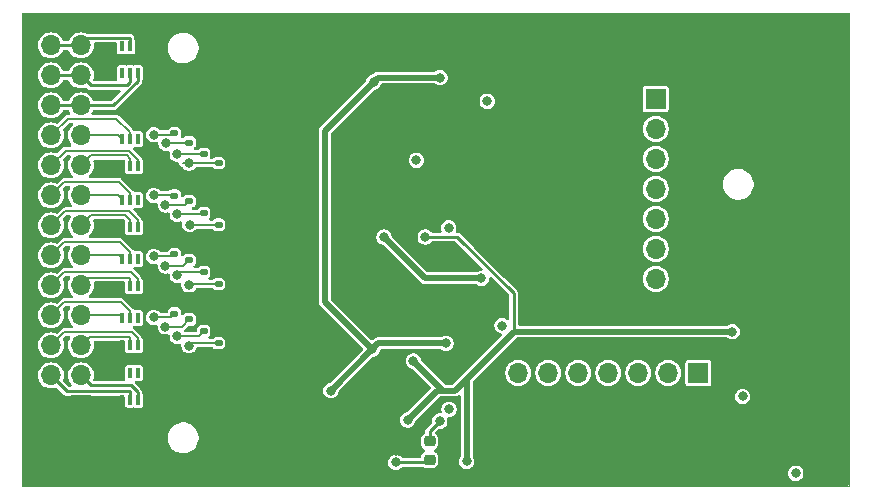
<source format=gbr>
%TF.GenerationSoftware,KiCad,Pcbnew,9.0.2-2.fc42*%
%TF.CreationDate,2025-06-23T11:30:09+02:00*%
%TF.ProjectId,bioamplifier,62696f61-6d70-46c6-9966-6965722e6b69,rev?*%
%TF.SameCoordinates,Original*%
%TF.FileFunction,Copper,L4,Bot*%
%TF.FilePolarity,Positive*%
%FSLAX46Y46*%
G04 Gerber Fmt 4.6, Leading zero omitted, Abs format (unit mm)*
G04 Created by KiCad (PCBNEW 9.0.2-2.fc42) date 2025-06-23 11:30:09*
%MOMM*%
%LPD*%
G01*
G04 APERTURE LIST*
G04 Aperture macros list*
%AMRoundRect*
0 Rectangle with rounded corners*
0 $1 Rounding radius*
0 $2 $3 $4 $5 $6 $7 $8 $9 X,Y pos of 4 corners*
0 Add a 4 corners polygon primitive as box body*
4,1,4,$2,$3,$4,$5,$6,$7,$8,$9,$2,$3,0*
0 Add four circle primitives for the rounded corners*
1,1,$1+$1,$2,$3*
1,1,$1+$1,$4,$5*
1,1,$1+$1,$6,$7*
1,1,$1+$1,$8,$9*
0 Add four rect primitives between the rounded corners*
20,1,$1+$1,$2,$3,$4,$5,0*
20,1,$1+$1,$4,$5,$6,$7,0*
20,1,$1+$1,$6,$7,$8,$9,0*
20,1,$1+$1,$8,$9,$2,$3,0*%
G04 Aperture macros list end*
%TA.AperFunction,ComponentPad*%
%ADD10R,1.700000X1.700000*%
%TD*%
%TA.AperFunction,ComponentPad*%
%ADD11O,1.700000X1.700000*%
%TD*%
%TA.AperFunction,SMDPad,CuDef*%
%ADD12RoundRect,0.140000X-0.170000X0.140000X-0.170000X-0.140000X0.170000X-0.140000X0.170000X0.140000X0*%
%TD*%
%TA.AperFunction,SMDPad,CuDef*%
%ADD13RoundRect,0.225000X-0.250000X0.225000X-0.250000X-0.225000X0.250000X-0.225000X0.250000X0.225000X0*%
%TD*%
%TA.AperFunction,SMDPad,CuDef*%
%ADD14R,0.355600X0.850900*%
%TD*%
%TA.AperFunction,ViaPad*%
%ADD15C,0.800000*%
%TD*%
%TA.AperFunction,Conductor*%
%ADD16C,0.500000*%
%TD*%
%TA.AperFunction,Conductor*%
%ADD17C,0.160000*%
%TD*%
%TA.AperFunction,Conductor*%
%ADD18C,0.200000*%
%TD*%
%TA.AperFunction,Conductor*%
%ADD19C,0.250000*%
%TD*%
%TA.AperFunction,Profile*%
%ADD20C,0.100000*%
%TD*%
G04 APERTURE END LIST*
D10*
%TO.P,J3,1,Pin_1*%
%TO.N,Net-(J3-Pin_1)*%
X106000000Y-79300000D03*
D11*
%TO.P,J3,2,Pin_2*%
%TO.N,Net-(J3-Pin_2)*%
X106000000Y-81840000D03*
%TO.P,J3,3,Pin_3*%
%TO.N,Net-(J3-Pin_3)*%
X106000000Y-84380000D03*
%TO.P,J3,4,Pin_4*%
%TO.N,Net-(J3-Pin_4)*%
X106000000Y-86920000D03*
%TO.P,J3,5,Pin_5*%
%TO.N,Net-(J3-Pin_5)*%
X106000000Y-89460000D03*
%TO.P,J3,6,Pin_6*%
%TO.N,Net-(J3-Pin_6)*%
X106000000Y-92000000D03*
%TO.P,J3,7,Pin_7*%
%TO.N,GNDD*%
X106000000Y-94540000D03*
%TD*%
D10*
%TO.P,J2,1,Pin_1*%
%TO.N,GNDA*%
X57340000Y-105260000D03*
D11*
%TO.P,J2,2,Pin_2*%
X54800000Y-105260000D03*
%TO.P,J2,3,Pin_3*%
%TO.N,/Electrodes input/REF1*%
X57340000Y-102720000D03*
%TO.P,J2,4,Pin_4*%
%TO.N,/Electrodes input/REF2*%
X54800000Y-102720000D03*
%TO.P,J2,5,Pin_5*%
%TO.N,/Electrodes input/P1*%
X57340000Y-100180000D03*
%TO.P,J2,6,Pin_6*%
%TO.N,/Electrodes input/N1*%
X54800000Y-100180000D03*
%TO.P,J2,7,Pin_7*%
%TO.N,/Electrodes input/P2*%
X57340000Y-97640000D03*
%TO.P,J2,8,Pin_8*%
%TO.N,/Electrodes input/N2*%
X54800000Y-97640000D03*
%TO.P,J2,9,Pin_9*%
%TO.N,/Electrodes input/P3*%
X57340000Y-95100000D03*
%TO.P,J2,10,Pin_10*%
%TO.N,/Electrodes input/N3*%
X54800000Y-95100000D03*
%TO.P,J2,11,Pin_11*%
%TO.N,/Electrodes input/P4*%
X57340000Y-92560000D03*
%TO.P,J2,12,Pin_12*%
%TO.N,/Electrodes input/N4*%
X54800000Y-92560000D03*
%TO.P,J2,13,Pin_13*%
%TO.N,/Electrodes input/P5*%
X57340000Y-90020000D03*
%TO.P,J2,14,Pin_14*%
%TO.N,/Electrodes input/N5*%
X54800000Y-90020000D03*
%TO.P,J2,15,Pin_15*%
%TO.N,/Electrodes input/P6*%
X57340000Y-87480000D03*
%TO.P,J2,16,Pin_16*%
%TO.N,/Electrodes input/N6*%
X54800000Y-87480000D03*
%TO.P,J2,17,Pin_17*%
%TO.N,/Electrodes input/P7*%
X57340000Y-84940000D03*
%TO.P,J2,18,Pin_18*%
%TO.N,/Electrodes input/N7*%
X54800000Y-84940000D03*
%TO.P,J2,19,Pin_19*%
%TO.N,/Electrodes input/P8*%
X57340000Y-82400000D03*
%TO.P,J2,20,Pin_20*%
%TO.N,/Electrodes input/N8*%
X54800000Y-82400000D03*
%TO.P,J2,21,Pin_21*%
%TO.N,/Electrodes input/BIAS*%
X57340000Y-79860000D03*
%TO.P,J2,22,Pin_22*%
X54800000Y-79860000D03*
%TO.P,J2,23,Pin_23*%
%TO.N,/Electrodes input/AGND*%
X57340000Y-77320000D03*
%TO.P,J2,24,Pin_24*%
X54800000Y-77320000D03*
%TO.P,J2,25,Pin_25*%
%TO.N,/Electrodes input/AVDD_ED*%
X57340000Y-74780000D03*
%TO.P,J2,26,Pin_26*%
X54800000Y-74780000D03*
%TD*%
D10*
%TO.P,J1,1,Pin_1*%
%TO.N,3.3V_UNREG*%
X109620000Y-102500000D03*
D11*
%TO.P,J1,2,Pin_2*%
%TO.N,Net-(J1-Pin_2)*%
X107080000Y-102500000D03*
%TO.P,J1,3,Pin_3*%
%TO.N,Net-(J1-Pin_3)*%
X104540000Y-102500000D03*
%TO.P,J1,4,Pin_4*%
%TO.N,Net-(J1-Pin_4)*%
X102000000Y-102500000D03*
%TO.P,J1,5,Pin_5*%
%TO.N,Net-(J1-Pin_5)*%
X99460000Y-102500000D03*
%TO.P,J1,6,Pin_6*%
%TO.N,Net-(J1-Pin_6)*%
X96920000Y-102500000D03*
%TO.P,J1,7,Pin_7*%
%TO.N,Net-(J1-Pin_7)*%
X94380000Y-102500000D03*
%TD*%
D12*
%TO.P,C17,1*%
%TO.N,GNDA*%
X69000000Y-83770000D03*
%TO.P,C17,2*%
%TO.N,IN7P*%
X69000000Y-84730000D03*
%TD*%
%TO.P,C16,1*%
%TO.N,GNDA*%
X67750000Y-88040000D03*
%TO.P,C16,2*%
%TO.N,IN5N*%
X67750000Y-89000000D03*
%TD*%
D13*
%TO.P,C45,1*%
%TO.N,Net-(U11-CAP+)*%
X86862500Y-108312500D03*
%TO.P,C45,2*%
%TO.N,Net-(U11-CAP-)*%
X86862500Y-109862500D03*
%TD*%
D12*
%TO.P,C32,1*%
%TO.N,GNDA*%
X66500000Y-82040000D03*
%TO.P,C32,2*%
%TO.N,IN8P*%
X66500000Y-83000000D03*
%TD*%
%TO.P,C13,1*%
%TO.N,GNDA*%
X69000000Y-94020000D03*
%TO.P,C13,2*%
%TO.N,IN3P*%
X69000000Y-94980000D03*
%TD*%
D14*
%TO.P,U9,1,IO1*%
%TO.N,/Electrodes input/REF1*%
X62149999Y-104773300D03*
%TO.P,U9,2,IO2*%
%TO.N,/Electrodes input/REF2*%
X61500000Y-104773300D03*
%TO.P,U9,3,GND*%
%TO.N,GNDA*%
X60850001Y-104773300D03*
%TO.P,U9,4,IO3*%
X60850001Y-102500000D03*
%TO.P,U9,5,IO4*%
%TO.N,unconnected-(U9-IO4-Pad5)*%
X61500000Y-102500000D03*
%TO.P,U9,6,NC*%
%TO.N,unconnected-(U9-NC-Pad6)*%
X62149999Y-102500000D03*
%TD*%
D12*
%TO.P,C33,1*%
%TO.N,GNDA*%
X65250000Y-81270000D03*
%TO.P,C33,2*%
%TO.N,IN8N*%
X65250000Y-82230000D03*
%TD*%
%TO.P,C36,1*%
%TO.N,GNDA*%
X65250000Y-96520000D03*
%TO.P,C36,2*%
%TO.N,IN2N*%
X65250000Y-97480000D03*
%TD*%
%TO.P,C35,1*%
%TO.N,GNDA*%
X65250000Y-91520000D03*
%TO.P,C35,2*%
%TO.N,IN4N*%
X65250000Y-92480000D03*
%TD*%
%TO.P,C18,1*%
%TO.N,GNDA*%
X67750000Y-83020000D03*
%TO.P,C18,2*%
%TO.N,IN7N*%
X67750000Y-83980000D03*
%TD*%
%TO.P,C26,1*%
%TO.N,GNDA*%
X66500000Y-97020000D03*
%TO.P,C26,2*%
%TO.N,IN2P*%
X66500000Y-97980000D03*
%TD*%
%TO.P,C31,1*%
%TO.N,GNDA*%
X65250000Y-86540000D03*
%TO.P,C31,2*%
%TO.N,IN6N*%
X65250000Y-87500000D03*
%TD*%
%TO.P,C34,1*%
%TO.N,GNDA*%
X66500000Y-92000000D03*
%TO.P,C34,2*%
%TO.N,IN4P*%
X66500000Y-92960000D03*
%TD*%
%TO.P,C14,1*%
%TO.N,GNDA*%
X67750000Y-93020000D03*
%TO.P,C14,2*%
%TO.N,IN3N*%
X67750000Y-93980000D03*
%TD*%
%TO.P,C11,1*%
%TO.N,GNDA*%
X69000000Y-99020000D03*
%TO.P,C11,2*%
%TO.N,IN1P*%
X69000000Y-99980000D03*
%TD*%
%TO.P,C28,1*%
%TO.N,GNDA*%
X66500000Y-87020000D03*
%TO.P,C28,2*%
%TO.N,IN6P*%
X66500000Y-87980000D03*
%TD*%
D14*
%TO.P,U2,1,IO1*%
%TO.N,/Electrodes input/N7*%
X62149999Y-85000000D03*
%TO.P,U2,2,IO2*%
%TO.N,/Electrodes input/P7*%
X61500000Y-85000000D03*
%TO.P,U2,3,GND*%
%TO.N,GNDA*%
X60850001Y-85000000D03*
%TO.P,U2,4,IO3*%
%TO.N,/Electrodes input/P8*%
X60850001Y-82726700D03*
%TO.P,U2,5,IO4*%
%TO.N,/Electrodes input/N8*%
X61500000Y-82726700D03*
%TO.P,U2,6,NC*%
%TO.N,unconnected-(U2-NC-Pad6)*%
X62149999Y-82726700D03*
%TD*%
%TO.P,U10,1,IO1*%
%TO.N,/Electrodes input/N3*%
X62149999Y-95136650D03*
%TO.P,U10,2,IO2*%
%TO.N,/Electrodes input/P3*%
X61500000Y-95136650D03*
%TO.P,U10,3,GND*%
%TO.N,GNDA*%
X60850001Y-95136650D03*
%TO.P,U10,4,IO3*%
%TO.N,/Electrodes input/P4*%
X60850001Y-92863350D03*
%TO.P,U10,5,IO4*%
%TO.N,/Electrodes input/N4*%
X61500000Y-92863350D03*
%TO.P,U10,6,NC*%
%TO.N,unconnected-(U10-NC-Pad6)*%
X62149999Y-92863350D03*
%TD*%
%TO.P,U4,1,IO1*%
%TO.N,/Electrodes input/N1*%
X62149999Y-100136650D03*
%TO.P,U4,2,IO2*%
%TO.N,/Electrodes input/P1*%
X61500000Y-100136650D03*
%TO.P,U4,3,GND*%
%TO.N,GNDA*%
X60850001Y-100136650D03*
%TO.P,U4,4,IO3*%
%TO.N,/Electrodes input/P2*%
X60850001Y-97863350D03*
%TO.P,U4,5,IO4*%
%TO.N,/Electrodes input/N2*%
X61500000Y-97863350D03*
%TO.P,U4,6,NC*%
%TO.N,unconnected-(U4-NC-Pad6)*%
X62149999Y-97863350D03*
%TD*%
%TO.P,U3,1,IO1*%
%TO.N,/Electrodes input/N5*%
X62149999Y-90136650D03*
%TO.P,U3,2,IO2*%
%TO.N,/Electrodes input/P5*%
X61500000Y-90136650D03*
%TO.P,U3,3,GND*%
%TO.N,GNDA*%
X60850001Y-90136650D03*
%TO.P,U3,4,IO3*%
%TO.N,/Electrodes input/P6*%
X60850001Y-87863350D03*
%TO.P,U3,5,IO4*%
%TO.N,/Electrodes input/N6*%
X61500000Y-87863350D03*
%TO.P,U3,6,NC*%
%TO.N,unconnected-(U3-NC-Pad6)*%
X62149999Y-87863350D03*
%TD*%
D12*
%TO.P,C12,1*%
%TO.N,GNDA*%
X67750000Y-98020000D03*
%TO.P,C12,2*%
%TO.N,IN1N*%
X67750000Y-98980000D03*
%TD*%
%TO.P,C15,1*%
%TO.N,GNDA*%
X69000000Y-89000000D03*
%TO.P,C15,2*%
%TO.N,IN5P*%
X69000000Y-89960000D03*
%TD*%
D14*
%TO.P,U5,1,IO1*%
%TO.N,unconnected-(U5-IO1-Pad1)*%
X60850001Y-74863350D03*
%TO.P,U5,2,IO2*%
%TO.N,/Electrodes input/AVDD_ED*%
X61500000Y-74863350D03*
%TO.P,U5,3,GND*%
%TO.N,GNDA*%
X62149999Y-74863350D03*
%TO.P,U5,4,IO3*%
%TO.N,/Electrodes input/BIAS*%
X62149999Y-77136650D03*
%TO.P,U5,5,IO4*%
%TO.N,/Electrodes input/AGND*%
X61500000Y-77136650D03*
%TO.P,U5,6,NC*%
%TO.N,unconnected-(U5-NC-Pad6)*%
X60850001Y-77136650D03*
%TD*%
D15*
%TO.N,AVDD*%
X83000000Y-91000000D03*
X91250000Y-94500000D03*
%TO.N,GNDD*%
X85750000Y-84500000D03*
X91750000Y-79500000D03*
X88475500Y-90216800D03*
X113362500Y-104500000D03*
X93000000Y-98500000D03*
X117862500Y-111000000D03*
%TO.N,-2.5V_UNREG*%
X88500000Y-105587500D03*
%TO.N,AVSS*%
X78500000Y-104000000D03*
X88250000Y-100000000D03*
X87750000Y-77500000D03*
X82125000Y-77875000D03*
X82000000Y-100500000D03*
%TO.N,Net-(U11-CAP+)*%
X87725000Y-106587500D03*
%TO.N,Net-(U11-CAP-)*%
X84000000Y-110087500D03*
%TO.N,IN1N*%
X65500000Y-99400000D03*
%TO.N,IN1P*%
X66500000Y-100200000D03*
%TO.N,IN2P*%
X64500000Y-98600000D03*
%TO.N,IN2N*%
X63500000Y-97800000D03*
%TO.N,IN3N*%
X65500000Y-94241145D03*
%TO.N,IN3P*%
X66500000Y-95041145D03*
%TO.N,IN4N*%
X63500000Y-92641145D03*
%TO.N,IN4P*%
X64500000Y-93441145D03*
%TO.N,IN5N*%
X65500000Y-89082290D03*
%TO.N,IN5P*%
X66558855Y-89941145D03*
%TO.N,IN6N*%
X63500000Y-87482290D03*
%TO.N,IN6P*%
X64500000Y-88282290D03*
%TO.N,IN7N*%
X65500000Y-83980000D03*
%TO.N,IN7P*%
X66500000Y-84723435D03*
%TO.N,IN8N*%
X63500000Y-82323435D03*
%TO.N,IN8P*%
X64561718Y-83061718D03*
%TO.N,DVDD*%
X112500000Y-99000000D03*
X85500000Y-101500000D03*
X86500000Y-91000000D03*
X90000000Y-110000000D03*
X85000000Y-106500000D03*
%TO.N,GNDA*%
X109500000Y-108000000D03*
X88500000Y-102000000D03*
X87274662Y-96242371D03*
X77500000Y-106500000D03*
X101500000Y-105500000D03*
X92000000Y-109587500D03*
X79000000Y-77000000D03*
X84000000Y-109087500D03*
%TD*%
D16*
%TO.N,AVDD*%
X86500000Y-94500000D02*
X83000000Y-91000000D01*
X91250000Y-94500000D02*
X86500000Y-94500000D01*
D17*
%TO.N,/Electrodes input/N1*%
X62149999Y-99551200D02*
X62149999Y-100136650D01*
X54800000Y-100180000D02*
X55930000Y-99050000D01*
X61648799Y-99050000D02*
X62149999Y-99551200D01*
X55930000Y-99050000D02*
X61648799Y-99050000D01*
%TO.N,/Electrodes input/P1*%
X61500000Y-99551200D02*
X61500000Y-100136650D01*
X57340000Y-100180000D02*
X58088800Y-99431200D01*
X61380000Y-99431200D02*
X61500000Y-99551200D01*
X58088800Y-99431200D02*
X61380000Y-99431200D01*
%TO.N,/Electrodes input/P2*%
X60626651Y-97640000D02*
X60850001Y-97863350D01*
X57340000Y-97640000D02*
X60626651Y-97640000D01*
%TO.N,/Electrodes input/N2*%
X55930000Y-96510000D02*
X60732100Y-96510000D01*
X54800000Y-97640000D02*
X55930000Y-96510000D01*
X61500000Y-97277900D02*
X61500000Y-97863350D01*
X60732100Y-96510000D02*
X61500000Y-97277900D01*
%TO.N,/Electrodes input/N3*%
X54800000Y-95100000D02*
X55930000Y-93970000D01*
X61568799Y-93970000D02*
X62149999Y-94551200D01*
X55930000Y-93970000D02*
X61568799Y-93970000D01*
X62149999Y-94551200D02*
X62149999Y-95136650D01*
%TO.N,/Electrodes input/P3*%
X57340000Y-95100000D02*
X58008800Y-94431200D01*
X58008800Y-94431200D02*
X61380000Y-94431200D01*
X61380000Y-94431200D02*
X61500000Y-94551200D01*
X61500000Y-94551200D02*
X61500000Y-95136650D01*
%TO.N,/Electrodes input/N4*%
X60652100Y-91430000D02*
X61500000Y-92277900D01*
X54800000Y-92560000D02*
X55930000Y-91430000D01*
X61500000Y-92277900D02*
X61500000Y-92863350D01*
X55930000Y-91430000D02*
X60652100Y-91430000D01*
%TO.N,/Electrodes input/P4*%
X57340000Y-92560000D02*
X60546651Y-92560000D01*
X60546651Y-92560000D02*
X60850001Y-92863350D01*
%TO.N,/Electrodes input/N5*%
X61408799Y-88810000D02*
X62149999Y-89551200D01*
X56010000Y-88810000D02*
X61408799Y-88810000D01*
X62149999Y-89551200D02*
X62149999Y-90136650D01*
X54800000Y-90020000D02*
X56010000Y-88810000D01*
%TO.N,/Electrodes input/P5*%
X61500000Y-89551200D02*
X61500000Y-90136650D01*
X58190000Y-89170000D02*
X61118800Y-89170000D01*
X61118800Y-89170000D02*
X61500000Y-89551200D01*
X57340000Y-90020000D02*
X58190000Y-89170000D01*
%TO.N,/Electrodes input/N6*%
X60572100Y-86350000D02*
X61500000Y-87277900D01*
X54800000Y-87480000D02*
X55930000Y-86350000D01*
X55930000Y-86350000D02*
X60572100Y-86350000D01*
X61500000Y-87277900D02*
X61500000Y-87863350D01*
%TO.N,/Electrodes input/P6*%
X60466651Y-87480000D02*
X60850001Y-87863350D01*
X57340000Y-87480000D02*
X60466651Y-87480000D01*
D18*
%TO.N,/Electrodes input/N7*%
X61393250Y-83690000D02*
X62149999Y-84446749D01*
X56050000Y-83690000D02*
X61393250Y-83690000D01*
X62149999Y-84446749D02*
X62149999Y-85000000D01*
X54800000Y-84940000D02*
X56050000Y-83690000D01*
%TO.N,/Electrodes input/P7*%
X57340000Y-84940000D02*
X58190000Y-84090000D01*
X58190000Y-84090000D02*
X61215450Y-84090000D01*
X61500000Y-84374550D02*
X61500000Y-85000000D01*
X61215450Y-84090000D02*
X61500000Y-84374550D01*
D17*
%TO.N,/Electrodes input/N8*%
X54800000Y-82400000D02*
X56210000Y-80990000D01*
X61500000Y-82141250D02*
X61500000Y-82726700D01*
X60348750Y-80990000D02*
X61500000Y-82141250D01*
X56210000Y-80990000D02*
X60348750Y-80990000D01*
D18*
%TO.N,/Electrodes input/P8*%
X60523301Y-82400000D02*
X60850001Y-82726700D01*
X57340000Y-82400000D02*
X60523301Y-82400000D01*
D16*
%TO.N,AVSS*%
X78000000Y-82000000D02*
X82125000Y-77875000D01*
X78000000Y-96500000D02*
X78000000Y-82000000D01*
X78500000Y-104000000D02*
X82000000Y-100500000D01*
X82500000Y-77500000D02*
X87750000Y-77500000D01*
X82125000Y-77875000D02*
X82500000Y-77500000D01*
X88250000Y-100000000D02*
X82500000Y-100000000D01*
X82000000Y-100500000D02*
X78000000Y-96500000D01*
X82500000Y-100000000D02*
X82000000Y-100500000D01*
D19*
%TO.N,Net-(U11-CAP+)*%
X86862500Y-108312500D02*
X86862500Y-107450000D01*
X86862500Y-107450000D02*
X87725000Y-106587500D01*
%TO.N,Net-(U11-CAP-)*%
X84000000Y-110087500D02*
X86637500Y-110087500D01*
X86637500Y-110087500D02*
X86862500Y-109862500D01*
D18*
%TO.N,IN1N*%
X67750000Y-98980000D02*
X67330000Y-99400000D01*
X67330000Y-99400000D02*
X65500000Y-99400000D01*
%TO.N,IN1P*%
X66720000Y-99980000D02*
X69000000Y-99980000D01*
X66500000Y-100200000D02*
X66720000Y-99980000D01*
%TO.N,IN2P*%
X65880000Y-98600000D02*
X66500000Y-97980000D01*
X64500000Y-98600000D02*
X65880000Y-98600000D01*
%TO.N,IN2N*%
X63500000Y-97800000D02*
X64930000Y-97800000D01*
X64930000Y-97800000D02*
X65250000Y-97480000D01*
%TO.N,IN3N*%
X65761145Y-93980000D02*
X65500000Y-94241145D01*
X67750000Y-93980000D02*
X65761145Y-93980000D01*
%TO.N,IN3P*%
X66500000Y-95041145D02*
X66561145Y-94980000D01*
X66561145Y-94980000D02*
X69000000Y-94980000D01*
%TO.N,IN4N*%
X63500000Y-92641145D02*
X65088855Y-92641145D01*
X65088855Y-92641145D02*
X65250000Y-92480000D01*
%TO.N,IN4P*%
X66500000Y-92960000D02*
X66018855Y-93441145D01*
X66018855Y-93441145D02*
X64500000Y-93441145D01*
%TO.N,IN5N*%
X67667710Y-89082290D02*
X67750000Y-89000000D01*
X65500000Y-89082290D02*
X67667710Y-89082290D01*
%TO.N,IN5P*%
X66558855Y-89941145D02*
X66577710Y-89960000D01*
X66577710Y-89960000D02*
X69000000Y-89960000D01*
X66500000Y-89882290D02*
X66558855Y-89941145D01*
%TO.N,IN6N*%
X63500000Y-87482290D02*
X65232290Y-87482290D01*
X65232290Y-87482290D02*
X65250000Y-87500000D01*
%TO.N,IN6P*%
X66197710Y-88282290D02*
X64500000Y-88282290D01*
X66500000Y-87980000D02*
X66197710Y-88282290D01*
%TO.N,IN7N*%
X65500000Y-83980000D02*
X67750000Y-83980000D01*
X65306565Y-83980000D02*
X65500000Y-83980000D01*
X65250000Y-83923435D02*
X65306565Y-83980000D01*
%TO.N,IN7P*%
X66000000Y-84723435D02*
X66006565Y-84730000D01*
X66006565Y-84730000D02*
X69000000Y-84730000D01*
%TO.N,IN8N*%
X63500000Y-82323435D02*
X65156565Y-82323435D01*
X65156565Y-82323435D02*
X65250000Y-82230000D01*
%TO.N,IN8P*%
X64561718Y-83061718D02*
X64561718Y-83061717D01*
X64623435Y-83000000D02*
X66500000Y-83000000D01*
X64500000Y-83123435D02*
X64561717Y-83061718D01*
X64561718Y-83061717D02*
X64623435Y-83000000D01*
X64561717Y-83061718D02*
X64561718Y-83061718D01*
D19*
%TO.N,/Electrodes input/REF2*%
X54800000Y-102720000D02*
X56142850Y-104062850D01*
X61465000Y-104062850D02*
X61500000Y-104097850D01*
X56142850Y-104062850D02*
X61465000Y-104062850D01*
X61500000Y-104097850D02*
X61500000Y-104773300D01*
D16*
%TO.N,DVDD*%
X87500000Y-104000000D02*
X89000000Y-104000000D01*
D19*
X89218738Y-91000000D02*
X94000000Y-95781263D01*
X86500000Y-91000000D02*
X89218738Y-91000000D01*
D16*
X87500000Y-104000000D02*
X85000000Y-106500000D01*
X90000000Y-103000000D02*
X90000000Y-103500000D01*
D19*
X94000000Y-95781263D02*
X94000000Y-99000000D01*
D16*
X112500000Y-99000000D02*
X94000000Y-99000000D01*
X89000000Y-104000000D02*
X90250000Y-102750000D01*
X94000000Y-99000000D02*
X90250000Y-102750000D01*
X90000000Y-103500000D02*
X90000000Y-104000000D01*
X88000000Y-104000000D02*
X89000000Y-104000000D01*
X85500000Y-101500000D02*
X88000000Y-104000000D01*
X90000000Y-104000000D02*
X90000000Y-110000000D01*
X90250000Y-102750000D02*
X90000000Y-103000000D01*
D19*
%TO.N,/Electrodes input/REF1*%
X58190000Y-103570000D02*
X61570000Y-103570000D01*
X62149999Y-104149999D02*
X62149999Y-104773300D01*
X61570000Y-103570000D02*
X62149999Y-104149999D01*
X57340000Y-102720000D02*
X58190000Y-103570000D01*
%TO.N,/Electrodes input/BIAS*%
X60102099Y-79860000D02*
X62149999Y-77812100D01*
X57340000Y-79860000D02*
X60102099Y-79860000D01*
X57340000Y-79860000D02*
X54800000Y-79860000D01*
X62149999Y-77812100D02*
X62149999Y-77136650D01*
%TO.N,/Electrodes input/AVDD_ED*%
X61465000Y-74152900D02*
X61500000Y-74187900D01*
X57340000Y-74780000D02*
X57967100Y-74152900D01*
X57967100Y-74152900D02*
X61465000Y-74152900D01*
X61500000Y-74187900D02*
X61500000Y-74863350D01*
X54800000Y-74780000D02*
X57340000Y-74780000D01*
%TO.N,/Electrodes input/AGND*%
X61212271Y-78170000D02*
X61500000Y-77882271D01*
X58190000Y-78170000D02*
X61212271Y-78170000D01*
X57340000Y-77320000D02*
X58190000Y-78170000D01*
X61500000Y-77882271D02*
X61500000Y-77136650D01*
X54800000Y-77320000D02*
X57340000Y-77320000D01*
%TO.N,GNDA*%
X54800000Y-105260000D02*
X57340000Y-105260000D01*
X60363301Y-105260000D02*
X60850001Y-104773300D01*
X57340000Y-105260000D02*
X60363301Y-105260000D01*
%TD*%
%TA.AperFunction,Conductor*%
%TO.N,GNDA*%
G36*
X122317539Y-72070185D02*
G01*
X122363294Y-72122989D01*
X122374500Y-72174500D01*
X122374500Y-111925500D01*
X122354815Y-111992539D01*
X122302011Y-112038294D01*
X122250500Y-112049500D01*
X52499500Y-112049500D01*
X52432461Y-112029815D01*
X52386706Y-111977011D01*
X52375500Y-111925500D01*
X52375500Y-111064071D01*
X117211999Y-111064071D01*
X117236997Y-111189738D01*
X117236999Y-111189744D01*
X117286033Y-111308124D01*
X117286038Y-111308133D01*
X117357223Y-111414668D01*
X117357226Y-111414672D01*
X117447827Y-111505273D01*
X117447831Y-111505276D01*
X117554366Y-111576461D01*
X117554372Y-111576464D01*
X117554373Y-111576465D01*
X117672756Y-111625501D01*
X117672760Y-111625501D01*
X117672761Y-111625502D01*
X117798428Y-111650500D01*
X117798431Y-111650500D01*
X117926571Y-111650500D01*
X118011115Y-111633682D01*
X118052244Y-111625501D01*
X118170627Y-111576465D01*
X118277169Y-111505276D01*
X118367776Y-111414669D01*
X118438965Y-111308127D01*
X118488001Y-111189744D01*
X118513000Y-111064069D01*
X118513000Y-110935931D01*
X118513000Y-110935928D01*
X118488002Y-110810261D01*
X118488001Y-110810260D01*
X118488001Y-110810256D01*
X118438965Y-110691873D01*
X118438964Y-110691872D01*
X118438961Y-110691866D01*
X118367776Y-110585331D01*
X118367773Y-110585327D01*
X118277172Y-110494726D01*
X118277168Y-110494723D01*
X118170633Y-110423538D01*
X118170624Y-110423533D01*
X118052244Y-110374499D01*
X118052238Y-110374497D01*
X117926571Y-110349500D01*
X117926569Y-110349500D01*
X117798431Y-110349500D01*
X117798429Y-110349500D01*
X117672761Y-110374497D01*
X117672755Y-110374499D01*
X117554375Y-110423533D01*
X117554366Y-110423538D01*
X117447831Y-110494723D01*
X117447827Y-110494726D01*
X117357226Y-110585327D01*
X117357223Y-110585331D01*
X117286038Y-110691866D01*
X117286033Y-110691875D01*
X117236999Y-110810255D01*
X117236997Y-110810261D01*
X117212000Y-110935928D01*
X117212000Y-110935931D01*
X117212000Y-111064069D01*
X117212000Y-111064071D01*
X117211999Y-111064071D01*
X52375500Y-111064071D01*
X52375500Y-110151571D01*
X83349499Y-110151571D01*
X83374497Y-110277238D01*
X83374499Y-110277244D01*
X83423533Y-110395624D01*
X83423538Y-110395633D01*
X83494723Y-110502168D01*
X83494726Y-110502172D01*
X83585327Y-110592773D01*
X83585331Y-110592776D01*
X83691866Y-110663961D01*
X83691872Y-110663964D01*
X83691873Y-110663965D01*
X83810256Y-110713001D01*
X83810260Y-110713001D01*
X83810261Y-110713002D01*
X83935928Y-110738000D01*
X83935931Y-110738000D01*
X84064071Y-110738000D01*
X84148615Y-110721182D01*
X84189744Y-110713001D01*
X84308127Y-110663965D01*
X84414669Y-110592776D01*
X84450533Y-110556912D01*
X84508127Y-110499319D01*
X84569450Y-110465834D01*
X84595808Y-110463000D01*
X86279383Y-110463000D01*
X86346422Y-110482685D01*
X86353687Y-110487728D01*
X86382274Y-110509128D01*
X86510386Y-110556912D01*
X86567015Y-110563000D01*
X87157984Y-110562999D01*
X87214614Y-110556912D01*
X87342726Y-110509128D01*
X87452187Y-110427187D01*
X87534128Y-110317726D01*
X87581912Y-110189614D01*
X87586002Y-110151569D01*
X87587999Y-110133001D01*
X87587999Y-110132994D01*
X87588000Y-110132985D01*
X87587999Y-109592016D01*
X87581912Y-109535386D01*
X87572829Y-109511035D01*
X87564088Y-109487601D01*
X87534128Y-109407274D01*
X87452187Y-109297813D01*
X87386411Y-109248574D01*
X87342728Y-109215873D01*
X87342726Y-109215872D01*
X87310038Y-109203679D01*
X87254108Y-109161810D01*
X87229691Y-109096346D01*
X87244543Y-109028073D01*
X87293948Y-108978668D01*
X87310028Y-108971323D01*
X87342726Y-108959128D01*
X87452187Y-108877187D01*
X87534128Y-108767726D01*
X87581912Y-108639614D01*
X87584187Y-108618444D01*
X87587999Y-108583001D01*
X87587999Y-108582990D01*
X87588000Y-108582985D01*
X87587999Y-108042016D01*
X87581912Y-107985386D01*
X87534128Y-107857274D01*
X87452187Y-107747813D01*
X87362887Y-107680964D01*
X87321017Y-107625031D01*
X87316033Y-107555340D01*
X87349515Y-107494020D01*
X87569217Y-107274318D01*
X87630540Y-107240834D01*
X87656898Y-107238000D01*
X87789071Y-107238000D01*
X87882394Y-107219436D01*
X87914744Y-107213001D01*
X88033127Y-107163965D01*
X88139669Y-107092776D01*
X88230276Y-107002169D01*
X88301465Y-106895627D01*
X88350501Y-106777244D01*
X88365966Y-106699500D01*
X88375500Y-106651571D01*
X88375500Y-106523428D01*
X88349313Y-106391782D01*
X88350517Y-106391542D01*
X88349948Y-106328134D01*
X88387194Y-106269019D01*
X88450486Y-106239425D01*
X88469234Y-106238000D01*
X88564071Y-106238000D01*
X88648615Y-106221182D01*
X88689744Y-106213001D01*
X88808127Y-106163965D01*
X88914669Y-106092776D01*
X89005276Y-106002169D01*
X89076465Y-105895627D01*
X89125501Y-105777244D01*
X89150500Y-105651569D01*
X89150500Y-105523431D01*
X89150500Y-105523428D01*
X89125502Y-105397761D01*
X89125501Y-105397760D01*
X89125501Y-105397756D01*
X89076465Y-105279373D01*
X89076464Y-105279372D01*
X89076461Y-105279366D01*
X89005276Y-105172831D01*
X89005273Y-105172827D01*
X88914672Y-105082226D01*
X88914668Y-105082223D01*
X88808133Y-105011038D01*
X88808124Y-105011033D01*
X88689744Y-104961999D01*
X88689738Y-104961997D01*
X88564071Y-104937000D01*
X88564069Y-104937000D01*
X88435931Y-104937000D01*
X88435929Y-104937000D01*
X88310261Y-104961997D01*
X88310255Y-104961999D01*
X88191875Y-105011033D01*
X88191866Y-105011038D01*
X88085331Y-105082223D01*
X88085327Y-105082226D01*
X87994726Y-105172827D01*
X87994723Y-105172831D01*
X87923538Y-105279366D01*
X87923533Y-105279375D01*
X87874499Y-105397755D01*
X87874497Y-105397761D01*
X87849500Y-105523428D01*
X87849500Y-105523431D01*
X87849500Y-105651569D01*
X87849500Y-105651571D01*
X87849499Y-105651571D01*
X87875687Y-105783218D01*
X87874482Y-105783457D01*
X87875052Y-105846866D01*
X87837806Y-105905981D01*
X87774514Y-105935575D01*
X87755766Y-105937000D01*
X87660929Y-105937000D01*
X87535261Y-105961997D01*
X87535255Y-105961999D01*
X87416875Y-106011033D01*
X87416866Y-106011038D01*
X87310331Y-106082223D01*
X87310327Y-106082226D01*
X87219726Y-106172827D01*
X87219723Y-106172831D01*
X87148538Y-106279366D01*
X87148533Y-106279375D01*
X87099499Y-106397755D01*
X87099497Y-106397761D01*
X87074500Y-106523428D01*
X87074500Y-106655600D01*
X87054815Y-106722639D01*
X87038181Y-106743281D01*
X86631938Y-107149525D01*
X86562026Y-107219436D01*
X86512591Y-107305059D01*
X86512591Y-107305060D01*
X86512590Y-107305062D01*
X86487000Y-107400565D01*
X86487000Y-107400567D01*
X86487000Y-107540716D01*
X86467315Y-107607755D01*
X86414511Y-107653510D01*
X86406335Y-107656897D01*
X86382276Y-107665870D01*
X86382273Y-107665872D01*
X86272813Y-107747813D01*
X86190873Y-107857271D01*
X86143087Y-107985389D01*
X86137000Y-108041998D01*
X86137000Y-108582981D01*
X86137001Y-108582990D01*
X86143087Y-108639614D01*
X86190872Y-108767726D01*
X86272813Y-108877187D01*
X86382274Y-108959128D01*
X86414958Y-108971318D01*
X86470890Y-109013187D01*
X86495308Y-109078651D01*
X86480457Y-109146924D01*
X86431052Y-109196330D01*
X86414961Y-109203679D01*
X86382274Y-109215871D01*
X86272813Y-109297813D01*
X86190873Y-109407271D01*
X86190872Y-109407274D01*
X86152170Y-109511038D01*
X86143087Y-109535389D01*
X86137001Y-109591997D01*
X86136860Y-109594631D01*
X86136655Y-109595210D01*
X86136644Y-109595318D01*
X86136618Y-109595315D01*
X86113618Y-109660522D01*
X86058443Y-109703388D01*
X86013037Y-109712000D01*
X84595808Y-109712000D01*
X84528769Y-109692315D01*
X84508127Y-109675681D01*
X84414672Y-109582226D01*
X84414668Y-109582223D01*
X84308133Y-109511038D01*
X84308124Y-109511033D01*
X84189744Y-109461999D01*
X84189738Y-109461997D01*
X84064071Y-109437000D01*
X84064069Y-109437000D01*
X83935931Y-109437000D01*
X83935929Y-109437000D01*
X83810261Y-109461997D01*
X83810255Y-109461999D01*
X83691875Y-109511033D01*
X83691866Y-109511038D01*
X83585331Y-109582223D01*
X83585327Y-109582226D01*
X83494726Y-109672827D01*
X83494723Y-109672831D01*
X83423538Y-109779366D01*
X83423533Y-109779375D01*
X83374499Y-109897755D01*
X83374497Y-109897761D01*
X83349500Y-110023428D01*
X83349500Y-110023431D01*
X83349500Y-110151569D01*
X83349500Y-110151571D01*
X83349499Y-110151571D01*
X52375500Y-110151571D01*
X52375500Y-107897648D01*
X64699500Y-107897648D01*
X64699500Y-108102351D01*
X64731522Y-108304534D01*
X64794781Y-108499223D01*
X64887715Y-108681613D01*
X65008028Y-108847213D01*
X65152786Y-108991971D01*
X65296449Y-109096346D01*
X65318390Y-109112287D01*
X65434607Y-109171503D01*
X65500776Y-109205218D01*
X65500778Y-109205218D01*
X65500781Y-109205220D01*
X65533568Y-109215873D01*
X65695465Y-109268477D01*
X65796557Y-109284488D01*
X65897648Y-109300500D01*
X65897649Y-109300500D01*
X66102351Y-109300500D01*
X66102352Y-109300500D01*
X66304534Y-109268477D01*
X66499219Y-109205220D01*
X66502238Y-109203682D01*
X66503827Y-109202872D01*
X66681610Y-109112287D01*
X66818268Y-109013000D01*
X66847213Y-108991971D01*
X66847215Y-108991968D01*
X66847219Y-108991966D01*
X66991966Y-108847219D01*
X66991968Y-108847215D01*
X66991971Y-108847213D01*
X67049721Y-108767726D01*
X67112287Y-108681610D01*
X67205220Y-108499219D01*
X67268477Y-108304534D01*
X67300500Y-108102352D01*
X67300500Y-107897648D01*
X67268477Y-107695466D01*
X67263765Y-107680965D01*
X67222947Y-107555340D01*
X67205220Y-107500781D01*
X67205218Y-107500778D01*
X67205218Y-107500776D01*
X67154157Y-107400565D01*
X67112287Y-107318390D01*
X67053881Y-107238000D01*
X66991971Y-107152786D01*
X66847213Y-107008028D01*
X66681613Y-106887715D01*
X66681612Y-106887714D01*
X66681610Y-106887713D01*
X66624653Y-106858691D01*
X66499223Y-106794781D01*
X66304534Y-106731522D01*
X66129995Y-106703878D01*
X66102352Y-106699500D01*
X65897648Y-106699500D01*
X65873329Y-106703351D01*
X65695465Y-106731522D01*
X65500776Y-106794781D01*
X65318386Y-106887715D01*
X65152786Y-107008028D01*
X65008028Y-107152786D01*
X64887715Y-107318386D01*
X64794781Y-107500776D01*
X64731522Y-107695465D01*
X64699500Y-107897648D01*
X52375500Y-107897648D01*
X52375500Y-102633389D01*
X53699500Y-102633389D01*
X53699500Y-102806610D01*
X53726597Y-102977697D01*
X53726597Y-102977699D01*
X53726598Y-102977701D01*
X53768301Y-103106050D01*
X53780128Y-103142447D01*
X53801790Y-103184962D01*
X53858768Y-103296788D01*
X53960586Y-103436928D01*
X54083072Y-103559414D01*
X54223212Y-103661232D01*
X54377555Y-103739873D01*
X54542299Y-103793402D01*
X54713389Y-103820500D01*
X54713390Y-103820500D01*
X54886610Y-103820500D01*
X54886611Y-103820500D01*
X55057701Y-103793402D01*
X55200289Y-103747071D01*
X55270126Y-103745077D01*
X55326284Y-103777321D01*
X55912287Y-104363325D01*
X55997913Y-104412761D01*
X56093414Y-104438350D01*
X56093415Y-104438350D01*
X60947700Y-104438350D01*
X61014739Y-104458035D01*
X61060494Y-104510839D01*
X61071700Y-104562350D01*
X61071700Y-105223428D01*
X61086232Y-105296485D01*
X61086233Y-105296489D01*
X61086234Y-105296490D01*
X61141599Y-105379351D01*
X61220895Y-105432334D01*
X61224460Y-105434716D01*
X61224464Y-105434717D01*
X61297521Y-105449249D01*
X61297524Y-105449250D01*
X61297526Y-105449250D01*
X61702476Y-105449250D01*
X61702477Y-105449249D01*
X61775540Y-105434716D01*
X61775545Y-105434712D01*
X61777535Y-105433889D01*
X61782255Y-105433381D01*
X61787519Y-105432334D01*
X61787612Y-105432804D01*
X61847004Y-105426413D01*
X61872460Y-105433887D01*
X61874455Y-105434713D01*
X61874459Y-105434716D01*
X61874463Y-105434716D01*
X61874466Y-105434718D01*
X61947520Y-105449249D01*
X61947523Y-105449250D01*
X61947525Y-105449250D01*
X62352475Y-105449250D01*
X62352476Y-105449249D01*
X62425539Y-105434716D01*
X62508400Y-105379351D01*
X62563765Y-105296490D01*
X62578299Y-105223424D01*
X62578299Y-104323176D01*
X62578299Y-104323173D01*
X62563765Y-104250109D01*
X62546396Y-104224114D01*
X62541363Y-104209666D01*
X62533751Y-104199704D01*
X62529029Y-104174254D01*
X62525908Y-104165293D01*
X62525499Y-104160272D01*
X62525499Y-104100564D01*
X62521417Y-104085331D01*
X62499909Y-104005062D01*
X62499909Y-104005061D01*
X62450474Y-103919437D01*
X62380561Y-103849524D01*
X61918668Y-103387631D01*
X61885183Y-103326308D01*
X61890167Y-103256616D01*
X61932039Y-103200683D01*
X61997503Y-103176266D01*
X62006349Y-103175950D01*
X62352475Y-103175950D01*
X62352476Y-103175949D01*
X62425539Y-103161416D01*
X62508400Y-103106051D01*
X62563765Y-103023190D01*
X62578299Y-102950124D01*
X62578299Y-102049876D01*
X62578299Y-102049873D01*
X62578298Y-102049871D01*
X62563766Y-101976814D01*
X62563765Y-101976810D01*
X62508400Y-101893949D01*
X62429104Y-101840966D01*
X62425538Y-101838583D01*
X62425534Y-101838582D01*
X62352476Y-101824050D01*
X62352473Y-101824050D01*
X61947525Y-101824050D01*
X61947523Y-101824050D01*
X61874457Y-101838583D01*
X61872446Y-101839417D01*
X61867711Y-101839925D01*
X61862482Y-101840966D01*
X61862388Y-101840497D01*
X61802976Y-101846882D01*
X61777554Y-101839417D01*
X61775541Y-101838583D01*
X61702477Y-101824050D01*
X61702474Y-101824050D01*
X61297526Y-101824050D01*
X61297523Y-101824050D01*
X61224464Y-101838582D01*
X61224460Y-101838583D01*
X61141599Y-101893949D01*
X61086233Y-101976810D01*
X61086232Y-101976814D01*
X61071700Y-102049871D01*
X61071700Y-102950128D01*
X61088616Y-103035169D01*
X61087501Y-103035390D01*
X61093642Y-103092520D01*
X61062366Y-103154998D01*
X61002276Y-103190649D01*
X60971613Y-103194500D01*
X58513631Y-103194500D01*
X58446592Y-103174815D01*
X58400837Y-103122011D01*
X58390893Y-103052853D01*
X58395700Y-103032182D01*
X58398623Y-103023185D01*
X58413402Y-102977701D01*
X58440500Y-102806611D01*
X58440500Y-102633389D01*
X58413402Y-102462299D01*
X58359873Y-102297555D01*
X58281232Y-102143212D01*
X58179414Y-102003072D01*
X58056928Y-101880586D01*
X57916788Y-101778768D01*
X57762445Y-101700127D01*
X57597701Y-101646598D01*
X57597699Y-101646597D01*
X57597698Y-101646597D01*
X57463363Y-101625321D01*
X57426611Y-101619500D01*
X57253389Y-101619500D01*
X57216637Y-101625321D01*
X57082302Y-101646597D01*
X56917552Y-101700128D01*
X56763211Y-101778768D01*
X56700887Y-101824050D01*
X56623072Y-101880586D01*
X56623070Y-101880588D01*
X56623069Y-101880588D01*
X56500588Y-102003069D01*
X56500588Y-102003070D01*
X56500586Y-102003072D01*
X56466583Y-102049873D01*
X56398768Y-102143211D01*
X56320128Y-102297552D01*
X56266597Y-102462302D01*
X56239500Y-102633389D01*
X56239500Y-102806610D01*
X56266597Y-102977697D01*
X56266597Y-102977699D01*
X56266598Y-102977701D01*
X56308301Y-103106050D01*
X56320128Y-103142447D01*
X56341790Y-103184962D01*
X56398768Y-103296788D01*
X56500586Y-103436928D01*
X56500588Y-103436930D01*
X56539327Y-103475669D01*
X56549939Y-103495105D01*
X56564440Y-103511839D01*
X56566356Y-103525170D01*
X56572812Y-103536992D01*
X56571232Y-103559078D01*
X56574384Y-103580997D01*
X56568788Y-103593248D01*
X56567828Y-103606684D01*
X56554557Y-103624410D01*
X56545359Y-103644553D01*
X56534027Y-103651835D01*
X56525956Y-103662617D01*
X56505210Y-103670354D01*
X56486581Y-103682327D01*
X56464662Y-103685478D01*
X56460492Y-103687034D01*
X56451646Y-103687350D01*
X56349750Y-103687350D01*
X56282711Y-103667665D01*
X56262069Y-103651031D01*
X56074219Y-103463181D01*
X55857321Y-103246284D01*
X55823837Y-103184962D01*
X55827071Y-103120289D01*
X55873402Y-102977701D01*
X55900500Y-102806611D01*
X55900500Y-102633389D01*
X55873402Y-102462299D01*
X55819873Y-102297555D01*
X55741232Y-102143212D01*
X55639414Y-102003072D01*
X55516928Y-101880586D01*
X55376788Y-101778768D01*
X55222445Y-101700127D01*
X55057701Y-101646598D01*
X55057699Y-101646597D01*
X55057698Y-101646597D01*
X54923363Y-101625321D01*
X54886611Y-101619500D01*
X54713389Y-101619500D01*
X54676637Y-101625321D01*
X54542302Y-101646597D01*
X54377552Y-101700128D01*
X54223211Y-101778768D01*
X54160887Y-101824050D01*
X54083072Y-101880586D01*
X54083070Y-101880588D01*
X54083069Y-101880588D01*
X53960588Y-102003069D01*
X53960588Y-102003070D01*
X53960586Y-102003072D01*
X53926583Y-102049873D01*
X53858768Y-102143211D01*
X53780128Y-102297552D01*
X53726597Y-102462302D01*
X53699500Y-102633389D01*
X52375500Y-102633389D01*
X52375500Y-77233389D01*
X53699500Y-77233389D01*
X53699500Y-77406610D01*
X53726597Y-77577697D01*
X53726597Y-77577699D01*
X53726598Y-77577701D01*
X53780127Y-77742445D01*
X53858768Y-77896788D01*
X53960586Y-78036928D01*
X54083072Y-78159414D01*
X54223212Y-78261232D01*
X54377555Y-78339873D01*
X54542299Y-78393402D01*
X54713389Y-78420500D01*
X54713390Y-78420500D01*
X54886610Y-78420500D01*
X54886611Y-78420500D01*
X55057701Y-78393402D01*
X55222445Y-78339873D01*
X55376788Y-78261232D01*
X55516928Y-78159414D01*
X55639414Y-78036928D01*
X55741232Y-77896788D01*
X55767129Y-77845961D01*
X55809295Y-77763206D01*
X55857269Y-77712409D01*
X55919780Y-77695500D01*
X56220220Y-77695500D01*
X56287259Y-77715185D01*
X56330705Y-77763206D01*
X56398766Y-77896786D01*
X56429357Y-77938890D01*
X56500586Y-78036928D01*
X56623072Y-78159414D01*
X56763212Y-78261232D01*
X56917555Y-78339873D01*
X57082299Y-78393402D01*
X57253389Y-78420500D01*
X57253390Y-78420500D01*
X57426610Y-78420500D01*
X57426611Y-78420500D01*
X57597701Y-78393402D01*
X57740289Y-78347071D01*
X57810126Y-78345077D01*
X57866285Y-78377322D01*
X57959438Y-78470475D01*
X58045063Y-78519911D01*
X58140564Y-78545500D01*
X58140565Y-78545500D01*
X60586200Y-78545500D01*
X60653239Y-78565185D01*
X60698994Y-78617989D01*
X60708938Y-78687147D01*
X60679913Y-78750703D01*
X60673881Y-78757181D01*
X59982881Y-79448181D01*
X59921558Y-79481666D01*
X59895200Y-79484500D01*
X58459780Y-79484500D01*
X58392741Y-79464815D01*
X58349295Y-79416794D01*
X58281233Y-79283213D01*
X58265937Y-79262160D01*
X58179414Y-79143072D01*
X58056928Y-79020586D01*
X57916788Y-78918768D01*
X57762445Y-78840127D01*
X57597701Y-78786598D01*
X57597699Y-78786597D01*
X57597698Y-78786597D01*
X57466271Y-78765781D01*
X57426611Y-78759500D01*
X57253389Y-78759500D01*
X57213728Y-78765781D01*
X57082302Y-78786597D01*
X56917552Y-78840128D01*
X56763211Y-78918768D01*
X56683256Y-78976859D01*
X56623072Y-79020586D01*
X56623070Y-79020588D01*
X56623069Y-79020588D01*
X56500588Y-79143069D01*
X56500588Y-79143070D01*
X56500586Y-79143072D01*
X56469996Y-79185174D01*
X56398766Y-79283213D01*
X56330705Y-79416794D01*
X56282731Y-79467591D01*
X56220220Y-79484500D01*
X55919780Y-79484500D01*
X55852741Y-79464815D01*
X55809295Y-79416794D01*
X55741233Y-79283213D01*
X55725937Y-79262160D01*
X55639414Y-79143072D01*
X55516928Y-79020586D01*
X55376788Y-78918768D01*
X55222445Y-78840127D01*
X55057701Y-78786598D01*
X55057699Y-78786597D01*
X55057698Y-78786597D01*
X54926271Y-78765781D01*
X54886611Y-78759500D01*
X54713389Y-78759500D01*
X54673728Y-78765781D01*
X54542302Y-78786597D01*
X54377552Y-78840128D01*
X54223211Y-78918768D01*
X54143256Y-78976859D01*
X54083072Y-79020586D01*
X54083070Y-79020588D01*
X54083069Y-79020588D01*
X53960588Y-79143069D01*
X53960588Y-79143070D01*
X53960586Y-79143072D01*
X53916859Y-79203256D01*
X53858768Y-79283211D01*
X53780128Y-79437552D01*
X53726597Y-79602302D01*
X53699500Y-79773389D01*
X53699500Y-79946610D01*
X53722299Y-80090562D01*
X53726598Y-80117701D01*
X53778163Y-80276402D01*
X53780128Y-80282447D01*
X53858767Y-80436786D01*
X53858768Y-80436788D01*
X53960586Y-80576928D01*
X54083072Y-80699414D01*
X54223212Y-80801232D01*
X54377555Y-80879873D01*
X54542299Y-80933402D01*
X54713389Y-80960500D01*
X54713390Y-80960500D01*
X54886610Y-80960500D01*
X54886611Y-80960500D01*
X55057701Y-80933402D01*
X55222445Y-80879873D01*
X55376788Y-80801232D01*
X55516928Y-80699414D01*
X55639414Y-80576928D01*
X55741232Y-80436788D01*
X55748255Y-80423004D01*
X55809295Y-80303206D01*
X55857269Y-80252409D01*
X55919780Y-80235500D01*
X56220220Y-80235500D01*
X56232913Y-80239227D01*
X56246107Y-80238232D01*
X56265791Y-80248881D01*
X56287259Y-80255185D01*
X56297300Y-80265928D01*
X56307559Y-80271478D01*
X56325589Y-80296193D01*
X56328820Y-80299650D01*
X56329791Y-80301413D01*
X56398768Y-80436788D01*
X56422079Y-80468872D01*
X56425814Y-80475650D01*
X56431766Y-80502507D01*
X56441012Y-80528420D01*
X56439218Y-80536133D01*
X56440932Y-80543865D01*
X56431417Y-80569678D01*
X56425187Y-80596474D01*
X56419507Y-80601993D01*
X56416769Y-80609424D01*
X56394808Y-80625996D01*
X56375081Y-80645169D01*
X56366631Y-80647261D01*
X56360999Y-80651512D01*
X56344417Y-80652762D01*
X56317214Y-80659500D01*
X56166489Y-80659500D01*
X56082429Y-80682023D01*
X56007068Y-80725534D01*
X56007065Y-80725536D01*
X55372288Y-81360312D01*
X55310965Y-81393797D01*
X55241273Y-81388813D01*
X55228314Y-81383117D01*
X55222448Y-81380128D01*
X55161461Y-81360312D01*
X55057701Y-81326598D01*
X55057699Y-81326597D01*
X55057698Y-81326597D01*
X54926271Y-81305781D01*
X54886611Y-81299500D01*
X54713389Y-81299500D01*
X54673728Y-81305781D01*
X54542302Y-81326597D01*
X54377552Y-81380128D01*
X54223211Y-81458768D01*
X54180928Y-81489489D01*
X54083072Y-81560586D01*
X54083070Y-81560588D01*
X54083069Y-81560588D01*
X53960588Y-81683069D01*
X53960588Y-81683070D01*
X53960586Y-81683072D01*
X53948650Y-81699501D01*
X53858768Y-81823211D01*
X53780128Y-81977552D01*
X53726597Y-82142302D01*
X53699500Y-82313389D01*
X53699500Y-82486610D01*
X53724644Y-82645368D01*
X53726598Y-82657701D01*
X53778749Y-82818205D01*
X53780128Y-82822447D01*
X53844576Y-82948935D01*
X53858768Y-82976788D01*
X53960586Y-83116928D01*
X54083072Y-83239414D01*
X54223212Y-83341232D01*
X54377555Y-83419873D01*
X54542299Y-83473402D01*
X54713389Y-83500500D01*
X54713390Y-83500500D01*
X54886610Y-83500500D01*
X54886611Y-83500500D01*
X55057701Y-83473402D01*
X55222445Y-83419873D01*
X55376788Y-83341232D01*
X55516928Y-83239414D01*
X55639414Y-83116928D01*
X55741232Y-82976788D01*
X55819873Y-82822445D01*
X55873402Y-82657701D01*
X55900500Y-82486611D01*
X55900500Y-82313389D01*
X55873402Y-82142299D01*
X55819873Y-81977555D01*
X55816880Y-81971682D01*
X55803986Y-81903014D01*
X55830264Y-81838274D01*
X55839676Y-81827720D01*
X56310579Y-81356819D01*
X56371902Y-81323334D01*
X56398260Y-81320500D01*
X56571890Y-81320500D01*
X56638929Y-81340185D01*
X56684684Y-81392989D01*
X56694628Y-81462147D01*
X56665603Y-81525703D01*
X56644775Y-81544818D01*
X56623075Y-81560583D01*
X56623069Y-81560588D01*
X56500588Y-81683069D01*
X56500588Y-81683070D01*
X56500586Y-81683072D01*
X56488650Y-81699501D01*
X56398768Y-81823211D01*
X56320128Y-81977552D01*
X56266597Y-82142302D01*
X56239500Y-82313389D01*
X56239500Y-82486610D01*
X56264644Y-82645368D01*
X56266598Y-82657701D01*
X56318749Y-82818205D01*
X56320128Y-82822447D01*
X56384576Y-82948935D01*
X56398768Y-82976788D01*
X56500586Y-83116928D01*
X56500588Y-83116930D01*
X56511477Y-83127819D01*
X56544962Y-83189142D01*
X56539978Y-83258834D01*
X56498106Y-83314767D01*
X56432642Y-83339184D01*
X56423796Y-83339500D01*
X56003856Y-83339500D01*
X55926877Y-83360125D01*
X55926878Y-83360126D01*
X55914713Y-83363385D01*
X55914709Y-83363387D01*
X55834791Y-83409527D01*
X55834786Y-83409531D01*
X55352969Y-83891347D01*
X55291646Y-83924832D01*
X55226970Y-83921597D01*
X55057698Y-83866597D01*
X54926271Y-83845781D01*
X54886611Y-83839500D01*
X54713389Y-83839500D01*
X54673728Y-83845781D01*
X54542302Y-83866597D01*
X54377552Y-83920128D01*
X54223211Y-83998768D01*
X54165773Y-84040500D01*
X54083072Y-84100586D01*
X54083070Y-84100588D01*
X54083069Y-84100588D01*
X53960588Y-84223069D01*
X53960588Y-84223070D01*
X53960586Y-84223072D01*
X53949847Y-84237853D01*
X53858768Y-84363211D01*
X53780128Y-84517552D01*
X53726597Y-84682302D01*
X53699500Y-84853389D01*
X53699500Y-85026610D01*
X53725355Y-85189857D01*
X53726598Y-85197701D01*
X53775737Y-85348935D01*
X53780128Y-85362447D01*
X53858768Y-85516788D01*
X53960586Y-85656928D01*
X54083072Y-85779414D01*
X54223212Y-85881232D01*
X54377555Y-85959873D01*
X54542299Y-86013402D01*
X54713389Y-86040500D01*
X54713390Y-86040500D01*
X54886610Y-86040500D01*
X54886611Y-86040500D01*
X55057701Y-86013402D01*
X55222445Y-85959873D01*
X55376788Y-85881232D01*
X55516928Y-85779414D01*
X55639414Y-85656928D01*
X55741232Y-85516788D01*
X55819873Y-85362445D01*
X55873402Y-85197701D01*
X55900500Y-85026611D01*
X55900500Y-84853389D01*
X55873402Y-84682299D01*
X55819873Y-84517555D01*
X55819869Y-84517547D01*
X55818401Y-84513029D01*
X55816406Y-84443188D01*
X55848648Y-84387033D01*
X56158865Y-84076816D01*
X56185796Y-84062111D01*
X56211609Y-84045523D01*
X56217809Y-84044631D01*
X56220186Y-84043334D01*
X56246544Y-84040500D01*
X56389869Y-84040500D01*
X56456908Y-84060185D01*
X56502663Y-84112989D01*
X56512607Y-84182147D01*
X56490187Y-84237383D01*
X56453323Y-84288124D01*
X56398768Y-84363211D01*
X56320128Y-84517552D01*
X56266597Y-84682302D01*
X56239500Y-84853389D01*
X56239500Y-85026610D01*
X56265355Y-85189857D01*
X56266598Y-85197701D01*
X56315737Y-85348935D01*
X56320128Y-85362447D01*
X56398768Y-85516788D01*
X56500586Y-85656928D01*
X56623072Y-85779414D01*
X56623075Y-85779416D01*
X56644775Y-85795182D01*
X56687441Y-85850511D01*
X56693420Y-85920125D01*
X56660815Y-85981920D01*
X56599976Y-86016277D01*
X56571890Y-86019500D01*
X55886489Y-86019500D01*
X55802431Y-86042023D01*
X55802428Y-86042024D01*
X55774846Y-86057948D01*
X55774846Y-86057949D01*
X55735638Y-86080586D01*
X55727068Y-86085534D01*
X55727065Y-86085536D01*
X55665532Y-86147070D01*
X55372289Y-86440312D01*
X55310966Y-86473797D01*
X55241274Y-86468813D01*
X55228320Y-86463119D01*
X55222452Y-86460129D01*
X55143694Y-86434539D01*
X55057701Y-86406598D01*
X55057699Y-86406597D01*
X55057698Y-86406597D01*
X54926271Y-86385781D01*
X54886611Y-86379500D01*
X54713389Y-86379500D01*
X54673728Y-86385781D01*
X54542302Y-86406597D01*
X54377552Y-86460128D01*
X54223211Y-86538768D01*
X54143256Y-86596859D01*
X54083072Y-86640586D01*
X54083070Y-86640588D01*
X54083069Y-86640588D01*
X53960588Y-86763069D01*
X53960588Y-86763070D01*
X53960586Y-86763072D01*
X53925343Y-86811580D01*
X53858768Y-86903211D01*
X53780128Y-87057552D01*
X53726597Y-87222302D01*
X53707930Y-87340164D01*
X53699500Y-87393389D01*
X53699500Y-87566611D01*
X53705993Y-87607607D01*
X53723450Y-87717829D01*
X53726598Y-87737701D01*
X53778345Y-87896962D01*
X53780128Y-87902447D01*
X53858768Y-88056788D01*
X53960586Y-88196928D01*
X54083072Y-88319414D01*
X54223212Y-88421232D01*
X54377555Y-88499873D01*
X54542299Y-88553402D01*
X54713389Y-88580500D01*
X54713390Y-88580500D01*
X54886610Y-88580500D01*
X54886611Y-88580500D01*
X55057701Y-88553402D01*
X55222445Y-88499873D01*
X55376788Y-88421232D01*
X55516928Y-88319414D01*
X55639414Y-88196928D01*
X55741232Y-88056788D01*
X55819873Y-87902445D01*
X55873402Y-87737701D01*
X55900500Y-87566611D01*
X55900500Y-87393389D01*
X55873402Y-87222299D01*
X55819873Y-87057555D01*
X55816882Y-87051686D01*
X55803986Y-86983018D01*
X55830261Y-86918277D01*
X55839667Y-86907728D01*
X56030579Y-86716816D01*
X56057508Y-86702113D01*
X56083324Y-86685523D01*
X56089526Y-86684631D01*
X56091902Y-86683334D01*
X56118259Y-86680500D01*
X56317214Y-86680500D01*
X56384253Y-86700185D01*
X56430008Y-86752989D01*
X56439952Y-86822147D01*
X56417532Y-86877386D01*
X56398768Y-86903211D01*
X56320128Y-87057552D01*
X56266597Y-87222302D01*
X56247930Y-87340164D01*
X56239500Y-87393389D01*
X56239500Y-87566611D01*
X56245993Y-87607607D01*
X56263450Y-87717829D01*
X56266598Y-87737701D01*
X56318345Y-87896962D01*
X56320128Y-87902447D01*
X56398768Y-88056788D01*
X56500586Y-88196928D01*
X56500588Y-88196930D01*
X56571477Y-88267819D01*
X56604962Y-88329142D01*
X56599978Y-88398834D01*
X56558106Y-88454767D01*
X56492642Y-88479184D01*
X56483796Y-88479500D01*
X55966489Y-88479500D01*
X55882429Y-88502023D01*
X55875424Y-88506068D01*
X55875420Y-88506070D01*
X55867751Y-88510499D01*
X55807068Y-88545534D01*
X55745534Y-88607068D01*
X55745532Y-88607070D01*
X55740307Y-88612294D01*
X55740298Y-88612302D01*
X55372289Y-88980312D01*
X55310966Y-89013797D01*
X55241274Y-89008813D01*
X55228320Y-89003119D01*
X55222452Y-89000129D01*
X55143694Y-88974539D01*
X55057701Y-88946598D01*
X55057699Y-88946597D01*
X55057698Y-88946597D01*
X54926271Y-88925781D01*
X54886611Y-88919500D01*
X54713389Y-88919500D01*
X54673728Y-88925781D01*
X54542302Y-88946597D01*
X54377552Y-89000128D01*
X54223211Y-89078768D01*
X54143256Y-89136859D01*
X54083072Y-89180586D01*
X54083070Y-89180588D01*
X54083069Y-89180588D01*
X53960588Y-89303069D01*
X53960588Y-89303070D01*
X53960586Y-89303072D01*
X53927751Y-89348266D01*
X53858768Y-89443211D01*
X53780128Y-89597552D01*
X53780128Y-89597553D01*
X53780127Y-89597555D01*
X53768604Y-89633018D01*
X53726597Y-89762302D01*
X53699500Y-89933389D01*
X53699500Y-90106610D01*
X53717803Y-90222175D01*
X53726598Y-90277701D01*
X53772788Y-90419859D01*
X53780128Y-90442447D01*
X53843410Y-90566645D01*
X53858768Y-90596788D01*
X53960586Y-90736928D01*
X54083072Y-90859414D01*
X54223212Y-90961232D01*
X54377555Y-91039873D01*
X54542299Y-91093402D01*
X54713389Y-91120500D01*
X54713390Y-91120500D01*
X54886610Y-91120500D01*
X54886611Y-91120500D01*
X55057701Y-91093402D01*
X55222445Y-91039873D01*
X55376788Y-90961232D01*
X55516928Y-90859414D01*
X55639414Y-90736928D01*
X55741232Y-90596788D01*
X55819873Y-90442445D01*
X55873402Y-90277701D01*
X55900500Y-90106611D01*
X55900500Y-89933389D01*
X55873402Y-89762299D01*
X55819873Y-89597555D01*
X55816882Y-89591686D01*
X55803986Y-89523018D01*
X55830261Y-89458277D01*
X55839668Y-89447728D01*
X56110579Y-89176816D01*
X56137511Y-89162111D01*
X56163324Y-89145523D01*
X56169524Y-89144631D01*
X56171901Y-89143334D01*
X56198259Y-89140500D01*
X56375338Y-89140500D01*
X56442377Y-89160185D01*
X56488132Y-89212989D01*
X56498076Y-89282147D01*
X56475656Y-89337383D01*
X56450223Y-89372391D01*
X56398768Y-89443211D01*
X56320128Y-89597552D01*
X56320128Y-89597553D01*
X56320127Y-89597555D01*
X56308604Y-89633018D01*
X56266597Y-89762302D01*
X56239500Y-89933389D01*
X56239500Y-90106610D01*
X56257803Y-90222175D01*
X56266598Y-90277701D01*
X56312788Y-90419859D01*
X56320128Y-90442447D01*
X56383410Y-90566645D01*
X56398768Y-90596788D01*
X56500586Y-90736928D01*
X56623072Y-90859414D01*
X56623075Y-90859416D01*
X56644775Y-90875182D01*
X56687441Y-90930511D01*
X56693420Y-91000125D01*
X56660815Y-91061920D01*
X56599976Y-91096277D01*
X56571890Y-91099500D01*
X55886489Y-91099500D01*
X55802431Y-91122023D01*
X55802428Y-91122024D01*
X55774846Y-91137948D01*
X55774846Y-91137949D01*
X55735638Y-91160586D01*
X55727068Y-91165534D01*
X55727065Y-91165536D01*
X55665532Y-91227070D01*
X55372289Y-91520312D01*
X55310966Y-91553797D01*
X55241274Y-91548813D01*
X55228320Y-91543119D01*
X55222452Y-91540129D01*
X55143694Y-91514539D01*
X55057701Y-91486598D01*
X55057699Y-91486597D01*
X55057698Y-91486597D01*
X54926271Y-91465781D01*
X54886611Y-91459500D01*
X54713389Y-91459500D01*
X54673728Y-91465781D01*
X54542302Y-91486597D01*
X54377552Y-91540128D01*
X54223211Y-91618768D01*
X54143256Y-91676859D01*
X54083072Y-91720586D01*
X54083070Y-91720588D01*
X54083069Y-91720588D01*
X53960588Y-91843069D01*
X53960588Y-91843070D01*
X53960586Y-91843072D01*
X53925343Y-91891580D01*
X53858768Y-91983211D01*
X53780128Y-92137552D01*
X53780128Y-92137553D01*
X53780127Y-92137555D01*
X53778091Y-92143822D01*
X53726597Y-92302302D01*
X53702982Y-92451406D01*
X53699500Y-92473389D01*
X53699500Y-92646611D01*
X53726598Y-92817701D01*
X53773805Y-92962989D01*
X53780128Y-92982447D01*
X53855684Y-93130735D01*
X53858768Y-93136788D01*
X53960586Y-93276928D01*
X54083072Y-93399414D01*
X54223212Y-93501232D01*
X54377555Y-93579873D01*
X54542299Y-93633402D01*
X54713389Y-93660500D01*
X54713390Y-93660500D01*
X54886610Y-93660500D01*
X54886611Y-93660500D01*
X55057701Y-93633402D01*
X55222445Y-93579873D01*
X55376788Y-93501232D01*
X55516928Y-93399414D01*
X55639414Y-93276928D01*
X55741232Y-93136788D01*
X55819873Y-92982445D01*
X55873402Y-92817701D01*
X55900500Y-92646611D01*
X55900500Y-92473389D01*
X55873402Y-92302299D01*
X55819873Y-92137555D01*
X55816882Y-92131686D01*
X55803986Y-92063018D01*
X55830261Y-91998277D01*
X55839667Y-91987728D01*
X56030579Y-91796816D01*
X56057508Y-91782113D01*
X56083324Y-91765523D01*
X56089526Y-91764631D01*
X56091902Y-91763334D01*
X56118259Y-91760500D01*
X56317214Y-91760500D01*
X56384253Y-91780185D01*
X56430008Y-91832989D01*
X56439952Y-91902147D01*
X56417532Y-91957386D01*
X56398768Y-91983211D01*
X56320128Y-92137552D01*
X56320128Y-92137553D01*
X56320127Y-92137555D01*
X56318091Y-92143822D01*
X56266597Y-92302302D01*
X56242982Y-92451406D01*
X56239500Y-92473389D01*
X56239500Y-92646611D01*
X56266598Y-92817701D01*
X56313805Y-92962989D01*
X56320128Y-92982447D01*
X56395684Y-93130735D01*
X56398768Y-93136788D01*
X56500586Y-93276928D01*
X56623072Y-93399414D01*
X56623075Y-93399416D01*
X56644775Y-93415182D01*
X56687441Y-93470511D01*
X56693420Y-93540125D01*
X56660815Y-93601920D01*
X56599976Y-93636277D01*
X56571890Y-93639500D01*
X55886489Y-93639500D01*
X55802431Y-93662023D01*
X55802428Y-93662024D01*
X55774846Y-93677948D01*
X55774846Y-93677949D01*
X55738139Y-93699142D01*
X55727068Y-93705534D01*
X55727065Y-93705536D01*
X55665532Y-93767070D01*
X55372289Y-94060312D01*
X55310966Y-94093797D01*
X55241274Y-94088813D01*
X55228320Y-94083119D01*
X55222452Y-94080129D01*
X55134036Y-94051401D01*
X55057701Y-94026598D01*
X55057699Y-94026597D01*
X55057698Y-94026597D01*
X54926271Y-94005781D01*
X54886611Y-93999500D01*
X54713389Y-93999500D01*
X54673728Y-94005781D01*
X54542302Y-94026597D01*
X54377552Y-94080128D01*
X54223211Y-94158768D01*
X54198013Y-94177076D01*
X54083072Y-94260586D01*
X54083070Y-94260588D01*
X54083069Y-94260588D01*
X53960588Y-94383069D01*
X53960588Y-94383070D01*
X53960586Y-94383072D01*
X53931117Y-94423633D01*
X53858768Y-94523211D01*
X53780128Y-94677552D01*
X53726597Y-94842302D01*
X53699500Y-95013389D01*
X53699500Y-95186610D01*
X53725757Y-95352396D01*
X53726598Y-95357701D01*
X53776245Y-95510499D01*
X53780128Y-95522447D01*
X53850130Y-95659835D01*
X53858768Y-95676788D01*
X53960586Y-95816928D01*
X54083072Y-95939414D01*
X54223212Y-96041232D01*
X54377555Y-96119873D01*
X54542299Y-96173402D01*
X54713389Y-96200500D01*
X54713390Y-96200500D01*
X54886610Y-96200500D01*
X54886611Y-96200500D01*
X55057701Y-96173402D01*
X55222445Y-96119873D01*
X55376788Y-96041232D01*
X55516928Y-95939414D01*
X55639414Y-95816928D01*
X55741232Y-95676788D01*
X55819873Y-95522445D01*
X55873402Y-95357701D01*
X55900500Y-95186611D01*
X55900500Y-95013389D01*
X55873402Y-94842299D01*
X55819873Y-94677555D01*
X55816882Y-94671686D01*
X55803986Y-94603018D01*
X55830261Y-94538277D01*
X55839667Y-94527728D01*
X56030579Y-94336816D01*
X56057508Y-94322113D01*
X56083324Y-94305523D01*
X56089526Y-94304631D01*
X56091902Y-94303334D01*
X56118259Y-94300500D01*
X56317214Y-94300500D01*
X56384253Y-94320185D01*
X56430008Y-94372989D01*
X56439952Y-94442147D01*
X56417532Y-94497386D01*
X56398768Y-94523211D01*
X56320128Y-94677552D01*
X56266597Y-94842302D01*
X56239500Y-95013389D01*
X56239500Y-95186610D01*
X56265757Y-95352396D01*
X56266598Y-95357701D01*
X56316245Y-95510499D01*
X56320128Y-95522447D01*
X56390130Y-95659835D01*
X56398768Y-95676788D01*
X56500586Y-95816928D01*
X56623072Y-95939414D01*
X56623075Y-95939416D01*
X56644775Y-95955182D01*
X56687441Y-96010511D01*
X56693420Y-96080125D01*
X56660815Y-96141920D01*
X56599976Y-96176277D01*
X56571890Y-96179500D01*
X55886489Y-96179500D01*
X55802431Y-96202023D01*
X55802428Y-96202024D01*
X55774846Y-96217948D01*
X55774846Y-96217949D01*
X55734360Y-96241324D01*
X55727068Y-96245534D01*
X55727065Y-96245536D01*
X55665532Y-96307070D01*
X55372289Y-96600312D01*
X55310966Y-96633797D01*
X55241274Y-96628813D01*
X55228320Y-96623119D01*
X55222452Y-96620129D01*
X55143694Y-96594539D01*
X55057701Y-96566598D01*
X55057699Y-96566597D01*
X55057698Y-96566597D01*
X54926271Y-96545781D01*
X54886611Y-96539500D01*
X54713389Y-96539500D01*
X54673728Y-96545781D01*
X54542302Y-96566597D01*
X54377552Y-96620128D01*
X54223211Y-96698768D01*
X54143256Y-96756859D01*
X54083072Y-96800586D01*
X54083070Y-96800588D01*
X54083069Y-96800588D01*
X53960588Y-96923069D01*
X53960588Y-96923070D01*
X53960586Y-96923072D01*
X53941385Y-96949500D01*
X53858768Y-97063211D01*
X53780128Y-97217552D01*
X53726597Y-97382302D01*
X53699500Y-97553389D01*
X53699500Y-97726610D01*
X53721328Y-97864432D01*
X53726598Y-97897701D01*
X53780127Y-98062445D01*
X53858768Y-98216788D01*
X53960586Y-98356928D01*
X54083072Y-98479414D01*
X54223212Y-98581232D01*
X54377555Y-98659873D01*
X54542299Y-98713402D01*
X54713389Y-98740500D01*
X54713390Y-98740500D01*
X54886610Y-98740500D01*
X54886611Y-98740500D01*
X55057701Y-98713402D01*
X55222445Y-98659873D01*
X55376788Y-98581232D01*
X55516928Y-98479414D01*
X55639414Y-98356928D01*
X55741232Y-98216788D01*
X55819873Y-98062445D01*
X55873402Y-97897701D01*
X55900500Y-97726611D01*
X55900500Y-97553389D01*
X55873402Y-97382299D01*
X55819873Y-97217555D01*
X55816882Y-97211686D01*
X55803986Y-97143018D01*
X55830261Y-97078277D01*
X55839667Y-97067728D01*
X56030579Y-96876816D01*
X56057508Y-96862113D01*
X56083324Y-96845523D01*
X56089526Y-96844631D01*
X56091902Y-96843334D01*
X56118259Y-96840500D01*
X56317214Y-96840500D01*
X56384253Y-96860185D01*
X56430008Y-96912989D01*
X56439952Y-96982147D01*
X56417532Y-97037386D01*
X56398768Y-97063211D01*
X56320128Y-97217552D01*
X56266597Y-97382302D01*
X56239500Y-97553389D01*
X56239500Y-97726610D01*
X56261328Y-97864432D01*
X56266598Y-97897701D01*
X56320127Y-98062445D01*
X56398768Y-98216788D01*
X56500586Y-98356928D01*
X56623072Y-98479414D01*
X56644144Y-98494724D01*
X56644775Y-98495182D01*
X56687441Y-98550511D01*
X56693420Y-98620125D01*
X56660815Y-98681920D01*
X56599976Y-98716277D01*
X56571890Y-98719500D01*
X55886489Y-98719500D01*
X55802430Y-98742023D01*
X55797073Y-98745116D01*
X55797070Y-98745118D01*
X55789481Y-98749500D01*
X55727068Y-98785534D01*
X55665534Y-98847068D01*
X55665532Y-98847070D01*
X55660239Y-98852362D01*
X55660235Y-98852366D01*
X55372289Y-99140312D01*
X55310966Y-99173797D01*
X55241274Y-99168813D01*
X55228320Y-99163119D01*
X55222452Y-99160129D01*
X55143694Y-99134539D01*
X55057701Y-99106598D01*
X55057699Y-99106597D01*
X55057698Y-99106597D01*
X54926271Y-99085781D01*
X54886611Y-99079500D01*
X54713389Y-99079500D01*
X54673728Y-99085781D01*
X54542302Y-99106597D01*
X54377552Y-99160128D01*
X54223211Y-99238768D01*
X54157193Y-99286734D01*
X54083072Y-99340586D01*
X54083070Y-99340588D01*
X54083069Y-99340588D01*
X53960588Y-99463069D01*
X53960588Y-99463070D01*
X53960586Y-99463072D01*
X53933393Y-99500500D01*
X53858768Y-99603211D01*
X53780128Y-99757552D01*
X53726597Y-99922302D01*
X53699500Y-100093389D01*
X53699500Y-100266611D01*
X53706076Y-100308133D01*
X53722950Y-100414672D01*
X53726598Y-100437701D01*
X53780127Y-100602445D01*
X53858768Y-100756788D01*
X53960586Y-100896928D01*
X54083072Y-101019414D01*
X54223212Y-101121232D01*
X54377555Y-101199873D01*
X54542299Y-101253402D01*
X54713389Y-101280500D01*
X54713390Y-101280500D01*
X54886610Y-101280500D01*
X54886611Y-101280500D01*
X55057701Y-101253402D01*
X55222445Y-101199873D01*
X55376788Y-101121232D01*
X55516928Y-101019414D01*
X55639414Y-100896928D01*
X55741232Y-100756788D01*
X55819873Y-100602445D01*
X55873402Y-100437701D01*
X55900500Y-100266611D01*
X55900500Y-100093389D01*
X55873402Y-99922299D01*
X55819873Y-99757555D01*
X55816882Y-99751686D01*
X55803986Y-99683018D01*
X55830261Y-99618277D01*
X55839667Y-99607728D01*
X56030579Y-99416816D01*
X56057508Y-99402113D01*
X56083324Y-99385523D01*
X56089526Y-99384631D01*
X56091902Y-99383334D01*
X56118259Y-99380500D01*
X56317214Y-99380500D01*
X56384253Y-99400185D01*
X56430008Y-99452989D01*
X56439952Y-99522147D01*
X56417532Y-99577386D01*
X56398768Y-99603211D01*
X56320128Y-99757552D01*
X56266597Y-99922302D01*
X56239500Y-100093389D01*
X56239500Y-100266611D01*
X56246076Y-100308133D01*
X56262950Y-100414672D01*
X56266598Y-100437701D01*
X56320127Y-100602445D01*
X56398768Y-100756788D01*
X56500586Y-100896928D01*
X56623072Y-101019414D01*
X56763212Y-101121232D01*
X56917555Y-101199873D01*
X57082299Y-101253402D01*
X57253389Y-101280500D01*
X57253390Y-101280500D01*
X57426610Y-101280500D01*
X57426611Y-101280500D01*
X57597701Y-101253402D01*
X57762445Y-101199873D01*
X57916788Y-101121232D01*
X58056928Y-101019414D01*
X58179414Y-100896928D01*
X58281232Y-100756788D01*
X58359873Y-100602445D01*
X58413402Y-100437701D01*
X58440500Y-100266611D01*
X58440500Y-100093389D01*
X58413402Y-99922299D01*
X58413400Y-99922292D01*
X58412263Y-99917552D01*
X58413767Y-99917190D01*
X58411964Y-99854184D01*
X58448041Y-99794349D01*
X58510740Y-99763517D01*
X58531892Y-99761700D01*
X60947700Y-99761700D01*
X61014739Y-99781385D01*
X61060494Y-99834189D01*
X61071700Y-99885700D01*
X61071700Y-100586778D01*
X61086232Y-100659835D01*
X61086233Y-100659839D01*
X61086234Y-100659840D01*
X61141599Y-100742701D01*
X61220895Y-100795684D01*
X61224460Y-100798066D01*
X61224464Y-100798067D01*
X61297521Y-100812599D01*
X61297524Y-100812600D01*
X61297526Y-100812600D01*
X61702476Y-100812600D01*
X61702477Y-100812599D01*
X61775540Y-100798066D01*
X61775545Y-100798062D01*
X61777535Y-100797239D01*
X61782255Y-100796731D01*
X61787519Y-100795684D01*
X61787612Y-100796154D01*
X61847004Y-100789763D01*
X61872460Y-100797237D01*
X61874455Y-100798063D01*
X61874459Y-100798066D01*
X61874463Y-100798066D01*
X61874466Y-100798068D01*
X61947520Y-100812599D01*
X61947523Y-100812600D01*
X61947525Y-100812600D01*
X62352475Y-100812600D01*
X62352476Y-100812599D01*
X62425539Y-100798066D01*
X62508400Y-100742701D01*
X62563765Y-100659840D01*
X62578299Y-100586774D01*
X62578299Y-99686526D01*
X62578299Y-99686523D01*
X62578298Y-99686521D01*
X62563766Y-99613464D01*
X62563765Y-99613463D01*
X62563765Y-99613460D01*
X62508400Y-99530599D01*
X62508398Y-99530596D01*
X62502165Y-99524363D01*
X62470072Y-99468776D01*
X62457976Y-99423632D01*
X62414465Y-99348268D01*
X62352931Y-99286734D01*
X61851731Y-98785534D01*
X61801155Y-98756334D01*
X61752940Y-98705768D01*
X61739716Y-98637161D01*
X61765684Y-98572296D01*
X61822598Y-98531767D01*
X61887347Y-98527330D01*
X61947522Y-98539300D01*
X61947525Y-98539300D01*
X62352475Y-98539300D01*
X62352476Y-98539299D01*
X62425539Y-98524766D01*
X62508400Y-98469401D01*
X62563765Y-98386540D01*
X62578299Y-98313474D01*
X62578299Y-97864071D01*
X62849499Y-97864071D01*
X62874497Y-97989738D01*
X62874499Y-97989744D01*
X62923533Y-98108124D01*
X62923538Y-98108133D01*
X62994723Y-98214668D01*
X62994726Y-98214672D01*
X63085327Y-98305273D01*
X63085331Y-98305276D01*
X63191866Y-98376461D01*
X63191872Y-98376464D01*
X63191873Y-98376465D01*
X63310256Y-98425501D01*
X63310260Y-98425501D01*
X63310261Y-98425502D01*
X63435928Y-98450500D01*
X63435931Y-98450500D01*
X63564071Y-98450500D01*
X63695718Y-98424313D01*
X63695957Y-98425517D01*
X63759366Y-98424948D01*
X63818481Y-98462194D01*
X63848075Y-98525486D01*
X63849500Y-98544234D01*
X63849500Y-98664069D01*
X63849500Y-98664071D01*
X63849499Y-98664071D01*
X63874497Y-98789738D01*
X63874499Y-98789744D01*
X63923533Y-98908124D01*
X63923538Y-98908133D01*
X63994723Y-99014668D01*
X63994726Y-99014672D01*
X64085327Y-99105273D01*
X64085331Y-99105276D01*
X64191866Y-99176461D01*
X64191872Y-99176464D01*
X64191873Y-99176465D01*
X64310256Y-99225501D01*
X64310260Y-99225501D01*
X64310261Y-99225502D01*
X64435928Y-99250500D01*
X64435931Y-99250500D01*
X64564071Y-99250500D01*
X64695718Y-99224313D01*
X64695957Y-99225517D01*
X64759366Y-99224948D01*
X64818481Y-99262194D01*
X64848075Y-99325486D01*
X64849500Y-99344234D01*
X64849500Y-99464069D01*
X64849500Y-99464071D01*
X64849499Y-99464071D01*
X64874497Y-99589738D01*
X64874499Y-99589744D01*
X64923533Y-99708124D01*
X64923538Y-99708133D01*
X64994723Y-99814668D01*
X64994726Y-99814672D01*
X65085327Y-99905273D01*
X65085331Y-99905276D01*
X65191866Y-99976461D01*
X65191872Y-99976464D01*
X65191873Y-99976465D01*
X65310256Y-100025501D01*
X65310260Y-100025501D01*
X65310261Y-100025502D01*
X65435928Y-100050500D01*
X65435931Y-100050500D01*
X65564071Y-100050500D01*
X65695718Y-100024313D01*
X65695957Y-100025517D01*
X65759366Y-100024948D01*
X65818481Y-100062194D01*
X65848075Y-100125486D01*
X65849500Y-100144234D01*
X65849500Y-100264069D01*
X65849500Y-100264071D01*
X65849499Y-100264071D01*
X65874497Y-100389738D01*
X65874499Y-100389744D01*
X65923533Y-100508124D01*
X65923538Y-100508133D01*
X65994723Y-100614668D01*
X65994726Y-100614672D01*
X66085327Y-100705273D01*
X66085331Y-100705276D01*
X66191866Y-100776461D01*
X66191872Y-100776464D01*
X66191873Y-100776465D01*
X66310256Y-100825501D01*
X66310260Y-100825501D01*
X66310261Y-100825502D01*
X66435928Y-100850500D01*
X66435931Y-100850500D01*
X66564071Y-100850500D01*
X66648615Y-100833682D01*
X66689744Y-100825501D01*
X66808127Y-100776465D01*
X66914669Y-100705276D01*
X67005276Y-100614669D01*
X67076465Y-100508127D01*
X67110131Y-100426849D01*
X67118334Y-100407047D01*
X67162175Y-100352644D01*
X67228469Y-100330579D01*
X67232895Y-100330500D01*
X68436887Y-100330500D01*
X68503926Y-100350185D01*
X68524568Y-100366819D01*
X68597603Y-100439854D01*
X68597605Y-100439855D01*
X68597609Y-100439859D01*
X68707825Y-100496017D01*
X68707826Y-100496017D01*
X68707828Y-100496018D01*
X68742947Y-100501579D01*
X68799265Y-100510500D01*
X69200734Y-100510499D01*
X69200739Y-100510499D01*
X69200739Y-100510498D01*
X69263869Y-100500500D01*
X69292170Y-100496018D01*
X69292171Y-100496018D01*
X69292172Y-100496017D01*
X69292175Y-100496017D01*
X69402391Y-100439859D01*
X69489859Y-100352391D01*
X69546017Y-100242175D01*
X69546017Y-100242173D01*
X69546018Y-100242172D01*
X69546018Y-100242171D01*
X69554322Y-100189738D01*
X69560500Y-100150735D01*
X69560499Y-99809266D01*
X69560499Y-99809260D01*
X69546018Y-99717829D01*
X69546018Y-99717828D01*
X69546017Y-99717826D01*
X69546017Y-99717825D01*
X69489859Y-99607609D01*
X69489857Y-99607607D01*
X69489854Y-99607603D01*
X69402396Y-99520145D01*
X69402393Y-99520143D01*
X69402391Y-99520141D01*
X69292175Y-99463983D01*
X69292174Y-99463982D01*
X69292171Y-99463981D01*
X69200735Y-99449500D01*
X68799260Y-99449500D01*
X68799260Y-99449501D01*
X68707829Y-99463981D01*
X68707828Y-99463981D01*
X68597607Y-99520142D01*
X68597603Y-99520145D01*
X68524568Y-99593181D01*
X68497640Y-99607884D01*
X68471822Y-99624477D01*
X68465621Y-99625368D01*
X68463245Y-99626666D01*
X68436887Y-99629500D01*
X68262113Y-99629500D01*
X68195074Y-99609815D01*
X68149319Y-99557011D01*
X68139375Y-99487853D01*
X68168400Y-99424297D01*
X68174432Y-99417819D01*
X68239854Y-99352396D01*
X68239859Y-99352391D01*
X68296017Y-99242175D01*
X68296017Y-99242173D01*
X68296018Y-99242172D01*
X68296018Y-99242171D01*
X68299901Y-99217650D01*
X68310500Y-99150735D01*
X68310499Y-98809266D01*
X68310499Y-98809264D01*
X68310499Y-98809260D01*
X68296018Y-98717829D01*
X68296018Y-98717828D01*
X68296017Y-98717826D01*
X68296017Y-98717825D01*
X68239859Y-98607609D01*
X68239857Y-98607607D01*
X68239854Y-98607603D01*
X68152396Y-98520145D01*
X68152393Y-98520143D01*
X68152391Y-98520141D01*
X68042175Y-98463983D01*
X68042174Y-98463982D01*
X68042171Y-98463981D01*
X67950735Y-98449500D01*
X67549260Y-98449500D01*
X67549260Y-98449501D01*
X67457829Y-98463981D01*
X67457828Y-98463981D01*
X67347607Y-98520142D01*
X67347603Y-98520145D01*
X67260145Y-98607603D01*
X67260143Y-98607607D01*
X67260141Y-98607609D01*
X67241421Y-98644347D01*
X67203981Y-98717827D01*
X67203981Y-98717828D01*
X67189500Y-98809264D01*
X67189500Y-98925500D01*
X67169815Y-98992539D01*
X67117011Y-99038294D01*
X67065500Y-99049500D01*
X66225544Y-99049500D01*
X66158505Y-99029815D01*
X66112750Y-98977011D01*
X66102806Y-98907853D01*
X66131831Y-98844297D01*
X66137851Y-98837830D01*
X66428863Y-98546816D01*
X66490184Y-98513333D01*
X66516543Y-98510499D01*
X66700739Y-98510499D01*
X66700739Y-98510498D01*
X66746454Y-98503258D01*
X66792170Y-98496018D01*
X66792171Y-98496018D01*
X66792172Y-98496017D01*
X66792175Y-98496017D01*
X66902391Y-98439859D01*
X66989859Y-98352391D01*
X67046017Y-98242175D01*
X67046017Y-98242173D01*
X67046018Y-98242172D01*
X67046018Y-98242171D01*
X67056338Y-98177011D01*
X67060500Y-98150735D01*
X67060499Y-97809266D01*
X67060499Y-97809265D01*
X67060499Y-97809260D01*
X67046018Y-97717829D01*
X67046018Y-97717828D01*
X67046017Y-97717826D01*
X67046017Y-97717825D01*
X66989859Y-97607609D01*
X66989857Y-97607607D01*
X66989854Y-97607603D01*
X66902396Y-97520145D01*
X66902393Y-97520143D01*
X66902391Y-97520141D01*
X66792175Y-97463983D01*
X66792174Y-97463982D01*
X66792171Y-97463981D01*
X66700735Y-97449500D01*
X66299260Y-97449500D01*
X66299260Y-97449501D01*
X66207829Y-97463981D01*
X66207828Y-97463981D01*
X66097607Y-97520142D01*
X66022180Y-97595569D01*
X65960856Y-97629053D01*
X65891165Y-97624069D01*
X65835231Y-97582197D01*
X65810815Y-97516732D01*
X65810499Y-97507903D01*
X65810499Y-97309266D01*
X65810499Y-97309264D01*
X65810499Y-97309260D01*
X65796018Y-97217829D01*
X65796018Y-97217828D01*
X65796017Y-97217826D01*
X65796017Y-97217825D01*
X65739859Y-97107609D01*
X65739857Y-97107607D01*
X65739854Y-97107603D01*
X65652396Y-97020145D01*
X65652393Y-97020143D01*
X65652391Y-97020141D01*
X65542175Y-96963983D01*
X65542174Y-96963982D01*
X65542171Y-96963981D01*
X65450735Y-96949500D01*
X65049260Y-96949500D01*
X65049260Y-96949501D01*
X64957829Y-96963981D01*
X64957828Y-96963981D01*
X64847607Y-97020142D01*
X64847603Y-97020145D01*
X64760145Y-97107603D01*
X64760142Y-97107608D01*
X64703981Y-97217827D01*
X64703981Y-97217828D01*
X64689500Y-97309264D01*
X64689500Y-97325500D01*
X64669815Y-97392539D01*
X64617011Y-97438294D01*
X64565500Y-97449500D01*
X64114432Y-97449500D01*
X64047393Y-97429815D01*
X64011330Y-97394391D01*
X64005276Y-97385330D01*
X63914672Y-97294726D01*
X63914668Y-97294723D01*
X63808133Y-97223538D01*
X63808124Y-97223533D01*
X63689744Y-97174499D01*
X63689738Y-97174497D01*
X63564071Y-97149500D01*
X63564069Y-97149500D01*
X63435931Y-97149500D01*
X63435929Y-97149500D01*
X63310261Y-97174497D01*
X63310255Y-97174499D01*
X63191875Y-97223533D01*
X63191866Y-97223538D01*
X63085331Y-97294723D01*
X63085327Y-97294726D01*
X62994726Y-97385327D01*
X62994723Y-97385331D01*
X62923538Y-97491866D01*
X62923533Y-97491875D01*
X62874499Y-97610255D01*
X62874497Y-97610261D01*
X62849500Y-97735928D01*
X62849500Y-97735931D01*
X62849500Y-97864069D01*
X62849500Y-97864071D01*
X62849499Y-97864071D01*
X62578299Y-97864071D01*
X62578299Y-97413226D01*
X62578299Y-97413223D01*
X62578298Y-97413221D01*
X62563766Y-97340164D01*
X62563765Y-97340160D01*
X62508400Y-97257299D01*
X62449328Y-97217829D01*
X62425538Y-97201933D01*
X62425534Y-97201932D01*
X62352476Y-97187400D01*
X62352473Y-97187400D01*
X61947525Y-97187400D01*
X61928697Y-97191145D01*
X61859106Y-97184916D01*
X61803929Y-97142053D01*
X61797119Y-97131526D01*
X61797054Y-97131414D01*
X61764466Y-97074968D01*
X60935032Y-96245534D01*
X60859668Y-96202023D01*
X60775611Y-96179500D01*
X60775610Y-96179500D01*
X58108110Y-96179500D01*
X58041071Y-96159815D01*
X57995316Y-96107011D01*
X57985372Y-96037853D01*
X58014397Y-95974297D01*
X58035225Y-95955182D01*
X58056928Y-95939414D01*
X58179414Y-95816928D01*
X58281232Y-95676788D01*
X58359873Y-95522445D01*
X58413402Y-95357701D01*
X58440500Y-95186611D01*
X58440500Y-95013389D01*
X58423348Y-94905096D01*
X58432302Y-94835805D01*
X58477299Y-94782353D01*
X58544050Y-94761713D01*
X58545821Y-94761700D01*
X60947700Y-94761700D01*
X61014739Y-94781385D01*
X61060494Y-94834189D01*
X61071700Y-94885700D01*
X61071700Y-95586778D01*
X61086232Y-95659835D01*
X61086233Y-95659839D01*
X61090782Y-95666647D01*
X61141599Y-95742701D01*
X61220895Y-95795684D01*
X61224460Y-95798066D01*
X61224464Y-95798067D01*
X61297521Y-95812599D01*
X61297524Y-95812600D01*
X61297526Y-95812600D01*
X61702476Y-95812600D01*
X61702477Y-95812599D01*
X61775540Y-95798066D01*
X61775545Y-95798062D01*
X61777535Y-95797239D01*
X61782255Y-95796731D01*
X61787519Y-95795684D01*
X61787612Y-95796154D01*
X61847004Y-95789763D01*
X61872460Y-95797237D01*
X61874455Y-95798063D01*
X61874459Y-95798066D01*
X61874463Y-95798066D01*
X61874466Y-95798068D01*
X61947520Y-95812599D01*
X61947523Y-95812600D01*
X61947525Y-95812600D01*
X62352475Y-95812600D01*
X62352476Y-95812599D01*
X62425539Y-95798066D01*
X62508400Y-95742701D01*
X62563765Y-95659840D01*
X62578299Y-95586774D01*
X62578299Y-94686526D01*
X62578299Y-94686523D01*
X62578298Y-94686521D01*
X62563766Y-94613464D01*
X62563765Y-94613463D01*
X62563765Y-94613460D01*
X62508400Y-94530599D01*
X62508398Y-94530596D01*
X62502165Y-94524363D01*
X62470072Y-94468776D01*
X62457976Y-94423632D01*
X62414465Y-94348268D01*
X62352931Y-94286734D01*
X61809616Y-93743419D01*
X61776131Y-93682096D01*
X61781115Y-93612404D01*
X61822987Y-93556471D01*
X61888451Y-93532054D01*
X61921488Y-93534120D01*
X61935182Y-93536844D01*
X61947524Y-93539300D01*
X61947525Y-93539300D01*
X62352475Y-93539300D01*
X62352476Y-93539299D01*
X62425539Y-93524766D01*
X62508400Y-93469401D01*
X62563765Y-93386540D01*
X62578299Y-93313474D01*
X62578299Y-92705216D01*
X62849499Y-92705216D01*
X62874497Y-92830883D01*
X62874499Y-92830889D01*
X62923533Y-92949269D01*
X62923538Y-92949278D01*
X62994723Y-93055813D01*
X62994726Y-93055817D01*
X63085327Y-93146418D01*
X63085331Y-93146421D01*
X63191866Y-93217606D01*
X63191875Y-93217611D01*
X63202894Y-93222175D01*
X63310256Y-93266646D01*
X63310260Y-93266646D01*
X63310261Y-93266647D01*
X63435928Y-93291645D01*
X63435931Y-93291645D01*
X63564071Y-93291645D01*
X63695718Y-93265458D01*
X63695957Y-93266662D01*
X63759366Y-93266093D01*
X63818481Y-93303339D01*
X63848075Y-93366631D01*
X63849500Y-93385379D01*
X63849500Y-93505214D01*
X63849500Y-93505216D01*
X63849499Y-93505216D01*
X63874497Y-93630883D01*
X63874499Y-93630889D01*
X63923533Y-93749269D01*
X63923538Y-93749278D01*
X63994723Y-93855813D01*
X63994726Y-93855817D01*
X64085327Y-93946418D01*
X64085331Y-93946421D01*
X64191866Y-94017606D01*
X64191872Y-94017609D01*
X64191873Y-94017610D01*
X64310256Y-94066646D01*
X64310260Y-94066646D01*
X64310261Y-94066647D01*
X64435928Y-94091645D01*
X64435931Y-94091645D01*
X64564071Y-94091645D01*
X64695718Y-94065458D01*
X64695957Y-94066662D01*
X64759366Y-94066093D01*
X64818481Y-94103339D01*
X64848075Y-94166631D01*
X64849500Y-94185379D01*
X64849500Y-94305214D01*
X64849500Y-94305216D01*
X64849499Y-94305216D01*
X64874497Y-94430883D01*
X64874499Y-94430889D01*
X64923533Y-94549269D01*
X64923538Y-94549278D01*
X64994723Y-94655813D01*
X64994726Y-94655817D01*
X65085327Y-94746418D01*
X65085331Y-94746421D01*
X65191866Y-94817606D01*
X65191872Y-94817609D01*
X65191873Y-94817610D01*
X65310256Y-94866646D01*
X65310260Y-94866646D01*
X65310261Y-94866647D01*
X65435928Y-94891645D01*
X65435931Y-94891645D01*
X65564071Y-94891645D01*
X65695718Y-94865458D01*
X65695957Y-94866662D01*
X65759366Y-94866093D01*
X65818481Y-94903339D01*
X65848075Y-94966631D01*
X65849500Y-94985379D01*
X65849500Y-95105214D01*
X65849500Y-95105216D01*
X65849499Y-95105216D01*
X65874497Y-95230883D01*
X65874499Y-95230889D01*
X65923533Y-95349269D01*
X65923538Y-95349278D01*
X65994723Y-95455813D01*
X65994726Y-95455817D01*
X66085327Y-95546418D01*
X66085331Y-95546421D01*
X66191866Y-95617606D01*
X66191872Y-95617609D01*
X66191873Y-95617610D01*
X66310256Y-95666646D01*
X66310260Y-95666646D01*
X66310261Y-95666647D01*
X66435928Y-95691645D01*
X66435931Y-95691645D01*
X66564071Y-95691645D01*
X66648615Y-95674827D01*
X66689744Y-95666646D01*
X66808127Y-95617610D01*
X66914669Y-95546421D01*
X67005276Y-95455814D01*
X67052185Y-95385608D01*
X67105796Y-95340805D01*
X67155287Y-95330500D01*
X68436887Y-95330500D01*
X68503926Y-95350185D01*
X68524568Y-95366819D01*
X68597603Y-95439854D01*
X68597605Y-95439855D01*
X68597609Y-95439859D01*
X68707825Y-95496017D01*
X68707826Y-95496017D01*
X68707828Y-95496018D01*
X68742947Y-95501579D01*
X68799265Y-95510500D01*
X69200734Y-95510499D01*
X69200739Y-95510499D01*
X69200739Y-95510498D01*
X69246454Y-95503258D01*
X69292170Y-95496018D01*
X69292171Y-95496018D01*
X69292172Y-95496017D01*
X69292175Y-95496017D01*
X69402391Y-95439859D01*
X69489859Y-95352391D01*
X69546017Y-95242175D01*
X69546017Y-95242173D01*
X69546018Y-95242172D01*
X69546018Y-95242171D01*
X69549901Y-95217650D01*
X69560500Y-95150735D01*
X69560499Y-94809266D01*
X69560499Y-94809260D01*
X69546018Y-94717829D01*
X69546018Y-94717828D01*
X69546017Y-94717826D01*
X69546017Y-94717825D01*
X69489859Y-94607609D01*
X69489857Y-94607607D01*
X69489854Y-94607603D01*
X69402396Y-94520145D01*
X69402393Y-94520143D01*
X69402391Y-94520141D01*
X69292175Y-94463983D01*
X69292174Y-94463982D01*
X69292171Y-94463981D01*
X69200735Y-94449500D01*
X68799260Y-94449500D01*
X68799260Y-94449501D01*
X68707829Y-94463981D01*
X68707828Y-94463981D01*
X68597607Y-94520142D01*
X68597603Y-94520145D01*
X68524568Y-94593181D01*
X68497640Y-94607884D01*
X68471822Y-94624477D01*
X68465621Y-94625368D01*
X68463245Y-94626666D01*
X68436887Y-94629500D01*
X68262113Y-94629500D01*
X68195074Y-94609815D01*
X68149319Y-94557011D01*
X68139375Y-94487853D01*
X68168400Y-94424297D01*
X68174432Y-94417819D01*
X68239854Y-94352396D01*
X68239859Y-94352391D01*
X68296017Y-94242175D01*
X68296017Y-94242173D01*
X68296018Y-94242172D01*
X68296018Y-94242171D01*
X68303984Y-94191873D01*
X68310500Y-94150735D01*
X68310499Y-93809266D01*
X68310499Y-93809260D01*
X68296018Y-93717829D01*
X68296018Y-93717828D01*
X68296017Y-93717826D01*
X68296017Y-93717825D01*
X68239859Y-93607609D01*
X68239857Y-93607607D01*
X68239854Y-93607603D01*
X68152396Y-93520145D01*
X68152393Y-93520143D01*
X68152391Y-93520141D01*
X68042175Y-93463983D01*
X68042174Y-93463982D01*
X68042171Y-93463981D01*
X67950735Y-93449500D01*
X67549260Y-93449500D01*
X67549260Y-93449501D01*
X67457829Y-93463981D01*
X67457828Y-93463981D01*
X67347607Y-93520142D01*
X67347603Y-93520145D01*
X67274568Y-93593181D01*
X67247640Y-93607884D01*
X67221822Y-93624477D01*
X67215621Y-93625368D01*
X67213245Y-93626666D01*
X67186887Y-93629500D01*
X66992113Y-93629500D01*
X66925074Y-93609815D01*
X66879319Y-93557011D01*
X66869375Y-93487853D01*
X66898400Y-93424297D01*
X66904432Y-93417819D01*
X66989854Y-93332396D01*
X66989859Y-93332391D01*
X67046017Y-93222175D01*
X67046017Y-93222173D01*
X67046018Y-93222172D01*
X67046018Y-93222171D01*
X67049901Y-93197650D01*
X67060500Y-93130735D01*
X67060499Y-92789266D01*
X67060499Y-92789265D01*
X67060499Y-92789260D01*
X67046018Y-92697829D01*
X67046018Y-92697828D01*
X67046017Y-92697826D01*
X67046017Y-92697825D01*
X66989859Y-92587609D01*
X66989857Y-92587607D01*
X66989854Y-92587603D01*
X66902396Y-92500145D01*
X66902393Y-92500143D01*
X66902391Y-92500141D01*
X66792175Y-92443983D01*
X66792174Y-92443982D01*
X66792171Y-92443981D01*
X66700735Y-92429500D01*
X66299260Y-92429500D01*
X66299260Y-92429501D01*
X66207829Y-92443981D01*
X66207828Y-92443981D01*
X66097607Y-92500142D01*
X66022180Y-92575569D01*
X65960856Y-92609053D01*
X65891165Y-92604069D01*
X65835231Y-92562197D01*
X65810815Y-92496732D01*
X65810499Y-92487901D01*
X65810499Y-92309266D01*
X65810499Y-92309260D01*
X65796018Y-92217829D01*
X65796018Y-92217828D01*
X65796017Y-92217826D01*
X65796017Y-92217825D01*
X65739859Y-92107609D01*
X65739857Y-92107607D01*
X65739854Y-92107603D01*
X65652396Y-92020145D01*
X65652393Y-92020143D01*
X65652391Y-92020141D01*
X65542175Y-91963983D01*
X65542174Y-91963982D01*
X65542171Y-91963981D01*
X65450735Y-91949500D01*
X65049260Y-91949500D01*
X65049260Y-91949501D01*
X64957829Y-91963981D01*
X64957828Y-91963981D01*
X64847607Y-92020142D01*
X64847603Y-92020145D01*
X64760145Y-92107603D01*
X64760143Y-92107607D01*
X64760141Y-92107609D01*
X64703983Y-92217825D01*
X64701377Y-92222940D01*
X64653402Y-92273736D01*
X64590892Y-92290645D01*
X64114432Y-92290645D01*
X64047393Y-92270960D01*
X64011330Y-92235536D01*
X64005276Y-92226475D01*
X63914672Y-92135871D01*
X63914668Y-92135868D01*
X63808133Y-92064683D01*
X63808124Y-92064678D01*
X63689744Y-92015644D01*
X63689738Y-92015642D01*
X63564071Y-91990645D01*
X63564069Y-91990645D01*
X63435931Y-91990645D01*
X63435929Y-91990645D01*
X63310261Y-92015642D01*
X63310255Y-92015644D01*
X63191875Y-92064678D01*
X63191866Y-92064683D01*
X63085331Y-92135868D01*
X63085327Y-92135871D01*
X62994726Y-92226472D01*
X62994723Y-92226476D01*
X62923538Y-92333011D01*
X62923533Y-92333020D01*
X62874499Y-92451400D01*
X62874497Y-92451406D01*
X62849500Y-92577073D01*
X62849500Y-92577076D01*
X62849500Y-92705214D01*
X62849500Y-92705216D01*
X62849499Y-92705216D01*
X62578299Y-92705216D01*
X62578299Y-92413226D01*
X62578299Y-92413223D01*
X62578298Y-92413221D01*
X62563766Y-92340164D01*
X62563765Y-92340160D01*
X62558988Y-92333011D01*
X62508400Y-92257299D01*
X62449328Y-92217829D01*
X62425538Y-92201933D01*
X62425534Y-92201932D01*
X62352476Y-92187400D01*
X62352473Y-92187400D01*
X61947525Y-92187400D01*
X61928697Y-92191145D01*
X61859106Y-92184916D01*
X61803929Y-92142053D01*
X61797119Y-92131526D01*
X61785120Y-92110743D01*
X61764466Y-92074968D01*
X60855032Y-91165534D01*
X60779668Y-91122023D01*
X60695611Y-91099500D01*
X60695610Y-91099500D01*
X58108110Y-91099500D01*
X58041071Y-91079815D01*
X57995316Y-91027011D01*
X57985372Y-90957853D01*
X58014397Y-90894297D01*
X58035225Y-90875182D01*
X58056928Y-90859414D01*
X58179414Y-90736928D01*
X58281232Y-90596788D01*
X58359873Y-90442445D01*
X58413402Y-90277701D01*
X58440500Y-90106611D01*
X58440500Y-89933389D01*
X58413402Y-89762299D01*
X58381077Y-89662816D01*
X58379083Y-89592977D01*
X58415163Y-89533144D01*
X58477864Y-89502316D01*
X58499009Y-89500500D01*
X60930540Y-89500500D01*
X60959980Y-89509144D01*
X60989967Y-89515668D01*
X60994982Y-89519422D01*
X60997579Y-89520185D01*
X61018221Y-89536819D01*
X61040798Y-89559396D01*
X61074283Y-89620719D01*
X61074735Y-89671267D01*
X61071700Y-89686526D01*
X61071700Y-90586778D01*
X61086232Y-90659835D01*
X61086233Y-90659839D01*
X61086234Y-90659840D01*
X61141599Y-90742701D01*
X61220895Y-90795684D01*
X61224460Y-90798066D01*
X61224464Y-90798067D01*
X61297521Y-90812599D01*
X61297524Y-90812600D01*
X61297526Y-90812600D01*
X61702476Y-90812600D01*
X61702477Y-90812599D01*
X61775540Y-90798066D01*
X61775545Y-90798062D01*
X61777535Y-90797239D01*
X61782255Y-90796731D01*
X61787519Y-90795684D01*
X61787612Y-90796154D01*
X61847004Y-90789763D01*
X61872460Y-90797237D01*
X61874455Y-90798063D01*
X61874459Y-90798066D01*
X61874463Y-90798066D01*
X61874466Y-90798068D01*
X61947520Y-90812599D01*
X61947523Y-90812600D01*
X61947525Y-90812600D01*
X62352475Y-90812600D01*
X62352476Y-90812599D01*
X62425539Y-90798066D01*
X62508400Y-90742701D01*
X62563765Y-90659840D01*
X62578299Y-90586774D01*
X62578299Y-89686526D01*
X62578299Y-89686523D01*
X62578298Y-89686521D01*
X62563766Y-89613464D01*
X62563765Y-89613463D01*
X62563765Y-89613460D01*
X62508400Y-89530599D01*
X62508398Y-89530596D01*
X62502165Y-89524363D01*
X62470072Y-89468776D01*
X62457976Y-89423632D01*
X62414465Y-89348268D01*
X62352931Y-89286734D01*
X62084418Y-89018221D01*
X61809617Y-88743419D01*
X61776132Y-88682096D01*
X61781116Y-88612404D01*
X61822988Y-88556471D01*
X61888452Y-88532054D01*
X61921487Y-88534120D01*
X61947525Y-88539300D01*
X62352475Y-88539300D01*
X62352476Y-88539299D01*
X62425539Y-88524766D01*
X62508400Y-88469401D01*
X62563765Y-88386540D01*
X62578299Y-88313474D01*
X62578299Y-87546361D01*
X62849499Y-87546361D01*
X62874497Y-87672028D01*
X62874499Y-87672034D01*
X62923533Y-87790414D01*
X62923538Y-87790423D01*
X62994723Y-87896958D01*
X62994726Y-87896962D01*
X63085327Y-87987563D01*
X63085331Y-87987566D01*
X63191866Y-88058751D01*
X63191872Y-88058754D01*
X63191873Y-88058755D01*
X63310256Y-88107791D01*
X63310260Y-88107791D01*
X63310261Y-88107792D01*
X63435928Y-88132790D01*
X63435931Y-88132790D01*
X63564071Y-88132790D01*
X63695718Y-88106603D01*
X63695957Y-88107807D01*
X63759366Y-88107238D01*
X63818481Y-88144484D01*
X63848075Y-88207776D01*
X63849500Y-88226524D01*
X63849500Y-88346359D01*
X63849500Y-88346361D01*
X63849499Y-88346361D01*
X63874497Y-88472028D01*
X63874499Y-88472034D01*
X63923533Y-88590414D01*
X63923538Y-88590423D01*
X63994723Y-88696958D01*
X63994726Y-88696962D01*
X64085327Y-88787563D01*
X64085331Y-88787566D01*
X64191866Y-88858751D01*
X64191872Y-88858754D01*
X64191873Y-88858755D01*
X64310256Y-88907791D01*
X64310260Y-88907791D01*
X64310261Y-88907792D01*
X64435928Y-88932790D01*
X64435931Y-88932790D01*
X64564071Y-88932790D01*
X64695718Y-88906603D01*
X64695957Y-88907807D01*
X64759366Y-88907238D01*
X64818481Y-88944484D01*
X64848075Y-89007776D01*
X64849500Y-89026524D01*
X64849500Y-89146359D01*
X64849500Y-89146361D01*
X64849499Y-89146361D01*
X64874497Y-89272028D01*
X64874499Y-89272034D01*
X64923533Y-89390414D01*
X64923538Y-89390423D01*
X64994723Y-89496958D01*
X64994726Y-89496962D01*
X65085327Y-89587563D01*
X65085331Y-89587566D01*
X65191866Y-89658751D01*
X65191872Y-89658754D01*
X65191873Y-89658755D01*
X65310256Y-89707791D01*
X65310260Y-89707791D01*
X65310261Y-89707792D01*
X65435928Y-89732790D01*
X65435931Y-89732790D01*
X65564071Y-89732790D01*
X65670982Y-89711523D01*
X65689744Y-89707791D01*
X65750353Y-89682685D01*
X65819820Y-89675217D01*
X65882299Y-89706491D01*
X65917952Y-89766580D01*
X65919422Y-89821437D01*
X65908355Y-89877076D01*
X65908355Y-90005214D01*
X65908355Y-90005216D01*
X65908354Y-90005216D01*
X65933352Y-90130883D01*
X65933354Y-90130889D01*
X65982388Y-90249269D01*
X65982393Y-90249278D01*
X66053578Y-90355813D01*
X66053581Y-90355817D01*
X66144182Y-90446418D01*
X66144186Y-90446421D01*
X66250721Y-90517606D01*
X66250730Y-90517611D01*
X66268393Y-90524927D01*
X66369111Y-90566646D01*
X66369115Y-90566646D01*
X66369116Y-90566647D01*
X66494783Y-90591645D01*
X66494786Y-90591645D01*
X66622926Y-90591645D01*
X66707470Y-90574827D01*
X66748599Y-90566646D01*
X66866982Y-90517610D01*
X66973524Y-90446421D01*
X67018714Y-90401231D01*
X67068439Y-90351507D01*
X67069261Y-90352329D01*
X67121854Y-90316502D01*
X67159967Y-90310500D01*
X68436887Y-90310500D01*
X68503926Y-90330185D01*
X68524568Y-90346819D01*
X68597603Y-90419854D01*
X68597605Y-90419855D01*
X68597609Y-90419859D01*
X68707825Y-90476017D01*
X68707826Y-90476017D01*
X68707828Y-90476018D01*
X68742947Y-90481579D01*
X68799265Y-90490500D01*
X69200734Y-90490499D01*
X69200739Y-90490499D01*
X69200739Y-90490498D01*
X69267828Y-90479873D01*
X69292170Y-90476018D01*
X69292171Y-90476018D01*
X69292172Y-90476017D01*
X69292175Y-90476017D01*
X69402391Y-90419859D01*
X69489859Y-90332391D01*
X69546017Y-90222175D01*
X69546017Y-90222173D01*
X69546018Y-90222172D01*
X69546018Y-90222171D01*
X69553183Y-90176929D01*
X69560500Y-90130735D01*
X69560499Y-89789266D01*
X69560499Y-89789260D01*
X69546018Y-89697829D01*
X69546018Y-89697828D01*
X69546017Y-89697826D01*
X69546017Y-89697825D01*
X69489859Y-89587609D01*
X69489857Y-89587607D01*
X69489854Y-89587603D01*
X69402396Y-89500145D01*
X69402393Y-89500143D01*
X69402391Y-89500141D01*
X69292175Y-89443983D01*
X69292174Y-89443982D01*
X69292171Y-89443981D01*
X69200735Y-89429500D01*
X68799260Y-89429500D01*
X68799260Y-89429501D01*
X68707829Y-89443981D01*
X68707828Y-89443981D01*
X68597607Y-89500142D01*
X68597603Y-89500145D01*
X68524568Y-89573181D01*
X68497640Y-89587884D01*
X68471822Y-89604477D01*
X68465621Y-89605368D01*
X68463245Y-89606666D01*
X68436887Y-89609500D01*
X68302113Y-89609500D01*
X68235074Y-89589815D01*
X68189319Y-89537011D01*
X68179375Y-89467853D01*
X68208400Y-89404297D01*
X68214432Y-89397819D01*
X68239854Y-89372396D01*
X68239859Y-89372391D01*
X68296017Y-89262175D01*
X68296017Y-89262173D01*
X68296018Y-89262172D01*
X68296018Y-89262171D01*
X68305500Y-89202302D01*
X68310500Y-89170735D01*
X68310499Y-88829266D01*
X68310499Y-88829260D01*
X68296018Y-88737829D01*
X68296018Y-88737828D01*
X68296017Y-88737826D01*
X68296017Y-88737825D01*
X68239859Y-88627609D01*
X68239857Y-88627607D01*
X68239854Y-88627603D01*
X68152396Y-88540145D01*
X68152393Y-88540143D01*
X68152391Y-88540141D01*
X68042175Y-88483983D01*
X68042174Y-88483982D01*
X68042171Y-88483981D01*
X67950735Y-88469500D01*
X67549260Y-88469500D01*
X67549260Y-88469501D01*
X67457829Y-88483981D01*
X67457828Y-88483981D01*
X67347607Y-88540142D01*
X67347603Y-88540145D01*
X67260145Y-88627603D01*
X67260143Y-88627607D01*
X67260141Y-88627609D01*
X67243994Y-88659301D01*
X67241556Y-88664085D01*
X67193581Y-88714881D01*
X67131071Y-88731790D01*
X66845941Y-88731790D01*
X66778902Y-88712105D01*
X66733147Y-88659301D01*
X66723203Y-88590143D01*
X66752228Y-88526587D01*
X66789646Y-88497305D01*
X66792173Y-88496017D01*
X66792175Y-88496017D01*
X66902391Y-88439859D01*
X66989859Y-88352391D01*
X67046017Y-88242175D01*
X67046017Y-88242173D01*
X67046018Y-88242172D01*
X67046018Y-88242171D01*
X67053183Y-88196929D01*
X67060500Y-88150735D01*
X67060499Y-87809266D01*
X67060499Y-87809265D01*
X67060499Y-87809260D01*
X67046018Y-87717829D01*
X67046018Y-87717828D01*
X67046017Y-87717826D01*
X67046017Y-87717825D01*
X66989859Y-87607609D01*
X66989857Y-87607607D01*
X66989854Y-87607603D01*
X66902396Y-87520145D01*
X66902393Y-87520143D01*
X66902391Y-87520141D01*
X66792175Y-87463983D01*
X66792174Y-87463982D01*
X66792171Y-87463981D01*
X66700735Y-87449500D01*
X66299260Y-87449500D01*
X66299260Y-87449501D01*
X66207829Y-87463981D01*
X66207828Y-87463981D01*
X66097607Y-87520142D01*
X66022180Y-87595569D01*
X65960856Y-87629053D01*
X65891165Y-87624069D01*
X65835231Y-87582197D01*
X65810815Y-87516732D01*
X65810499Y-87507901D01*
X65810499Y-87329266D01*
X65810499Y-87329260D01*
X65796018Y-87237829D01*
X65796018Y-87237828D01*
X65796017Y-87237826D01*
X65796017Y-87237825D01*
X65739859Y-87127609D01*
X65739857Y-87127607D01*
X65739854Y-87127603D01*
X65652396Y-87040145D01*
X65652393Y-87040143D01*
X65652391Y-87040141D01*
X65542175Y-86983983D01*
X65542174Y-86983982D01*
X65542171Y-86983981D01*
X65450735Y-86969500D01*
X65049260Y-86969500D01*
X65049260Y-86969501D01*
X64957829Y-86983981D01*
X64957828Y-86983981D01*
X64847607Y-87040142D01*
X64830199Y-87057551D01*
X64792277Y-87095472D01*
X64730957Y-87128956D01*
X64704598Y-87131790D01*
X64114432Y-87131790D01*
X64047393Y-87112105D01*
X64011330Y-87076681D01*
X64005276Y-87067620D01*
X63914672Y-86977016D01*
X63914668Y-86977013D01*
X63808133Y-86905828D01*
X63808124Y-86905823D01*
X63689744Y-86856789D01*
X63689738Y-86856787D01*
X63564071Y-86831790D01*
X63564069Y-86831790D01*
X63435931Y-86831790D01*
X63435929Y-86831790D01*
X63310261Y-86856787D01*
X63310255Y-86856789D01*
X63191875Y-86905823D01*
X63191866Y-86905828D01*
X63085331Y-86977013D01*
X63085327Y-86977016D01*
X62994726Y-87067617D01*
X62994723Y-87067621D01*
X62923538Y-87174156D01*
X62923533Y-87174165D01*
X62874499Y-87292545D01*
X62874497Y-87292551D01*
X62849500Y-87418218D01*
X62849500Y-87418221D01*
X62849500Y-87546359D01*
X62849500Y-87546361D01*
X62849499Y-87546361D01*
X62578299Y-87546361D01*
X62578299Y-87413226D01*
X62578299Y-87413223D01*
X62578298Y-87413221D01*
X62563766Y-87340164D01*
X62563765Y-87340160D01*
X62531954Y-87292551D01*
X62508400Y-87257299D01*
X62425539Y-87201934D01*
X62425538Y-87201933D01*
X62425534Y-87201932D01*
X62352476Y-87187400D01*
X62352473Y-87187400D01*
X61947525Y-87187400D01*
X61928697Y-87191145D01*
X61859106Y-87184916D01*
X61803929Y-87142053D01*
X61797119Y-87131526D01*
X61796131Y-87129815D01*
X61764466Y-87074968D01*
X61702932Y-87013434D01*
X60775032Y-86085534D01*
X60699668Y-86042023D01*
X60615611Y-86019500D01*
X60615610Y-86019500D01*
X58108110Y-86019500D01*
X58041071Y-85999815D01*
X57995316Y-85947011D01*
X57985372Y-85877853D01*
X58014397Y-85814297D01*
X58035225Y-85795182D01*
X58056928Y-85779414D01*
X58179414Y-85656928D01*
X58281232Y-85516788D01*
X58359873Y-85362445D01*
X58413402Y-85197701D01*
X58440500Y-85026611D01*
X58440500Y-84853389D01*
X58413402Y-84682299D01*
X58387577Y-84602818D01*
X58385582Y-84532977D01*
X58421663Y-84473144D01*
X58484364Y-84442316D01*
X58505508Y-84440500D01*
X60947700Y-84440500D01*
X61014739Y-84460185D01*
X61060494Y-84512989D01*
X61071700Y-84564500D01*
X61071700Y-85450128D01*
X61086232Y-85523185D01*
X61086233Y-85523189D01*
X61086234Y-85523190D01*
X61141599Y-85606051D01*
X61217743Y-85656928D01*
X61224460Y-85661416D01*
X61224464Y-85661417D01*
X61297521Y-85675949D01*
X61297524Y-85675950D01*
X61297526Y-85675950D01*
X61702476Y-85675950D01*
X61702477Y-85675949D01*
X61775540Y-85661416D01*
X61775545Y-85661412D01*
X61777535Y-85660589D01*
X61782255Y-85660081D01*
X61787519Y-85659034D01*
X61787612Y-85659504D01*
X61847004Y-85653113D01*
X61872460Y-85660587D01*
X61874455Y-85661413D01*
X61874459Y-85661416D01*
X61874463Y-85661416D01*
X61874466Y-85661418D01*
X61947520Y-85675949D01*
X61947523Y-85675950D01*
X61947525Y-85675950D01*
X62352475Y-85675950D01*
X62352476Y-85675949D01*
X62425539Y-85661416D01*
X62508400Y-85606051D01*
X62563765Y-85523190D01*
X62578299Y-85450124D01*
X62578299Y-84549876D01*
X62578299Y-84549873D01*
X62578298Y-84549871D01*
X62563766Y-84476814D01*
X62563765Y-84476810D01*
X62503604Y-84386771D01*
X62489757Y-84359097D01*
X62488170Y-84354595D01*
X62476613Y-84311461D01*
X62473005Y-84305212D01*
X62466179Y-84293389D01*
X62430473Y-84231543D01*
X62430467Y-84231535D01*
X61804730Y-83605797D01*
X61771245Y-83544474D01*
X61776229Y-83474782D01*
X61818101Y-83418849D01*
X61883565Y-83394432D01*
X61916601Y-83396498D01*
X61947525Y-83402650D01*
X62352475Y-83402650D01*
X62352476Y-83402649D01*
X62425539Y-83388116D01*
X62508400Y-83332751D01*
X62563765Y-83249890D01*
X62578299Y-83176824D01*
X62578299Y-82387506D01*
X62849499Y-82387506D01*
X62874497Y-82513173D01*
X62874499Y-82513179D01*
X62923533Y-82631559D01*
X62923538Y-82631568D01*
X62994723Y-82738103D01*
X62994726Y-82738107D01*
X63085327Y-82828708D01*
X63085331Y-82828711D01*
X63191866Y-82899896D01*
X63191872Y-82899899D01*
X63191873Y-82899900D01*
X63310256Y-82948936D01*
X63310260Y-82948936D01*
X63310261Y-82948937D01*
X63435928Y-82973935D01*
X63435931Y-82973935D01*
X63564071Y-82973935D01*
X63648615Y-82957117D01*
X63689744Y-82948936D01*
X63739767Y-82928215D01*
X63809234Y-82920747D01*
X63871713Y-82952022D01*
X63907366Y-83012110D01*
X63911218Y-83042777D01*
X63911218Y-83125787D01*
X63911218Y-83125789D01*
X63911217Y-83125789D01*
X63936215Y-83251456D01*
X63936217Y-83251462D01*
X63985251Y-83369842D01*
X63985256Y-83369851D01*
X64056441Y-83476386D01*
X64056444Y-83476390D01*
X64147045Y-83566991D01*
X64147049Y-83566994D01*
X64253584Y-83638179D01*
X64253590Y-83638182D01*
X64253591Y-83638183D01*
X64371974Y-83687219D01*
X64371978Y-83687219D01*
X64371979Y-83687220D01*
X64497646Y-83712218D01*
X64497649Y-83712218D01*
X64625788Y-83712218D01*
X64641864Y-83709019D01*
X64718894Y-83693697D01*
X64788482Y-83699923D01*
X64843660Y-83742786D01*
X64866906Y-83808675D01*
X64864701Y-83839505D01*
X64849500Y-83915926D01*
X64849500Y-83915931D01*
X64849500Y-84044069D01*
X64849500Y-84044071D01*
X64849499Y-84044071D01*
X64874497Y-84169738D01*
X64874499Y-84169744D01*
X64923533Y-84288124D01*
X64923538Y-84288133D01*
X64994723Y-84394668D01*
X64994726Y-84394672D01*
X65085327Y-84485273D01*
X65085331Y-84485276D01*
X65191866Y-84556461D01*
X65191875Y-84556466D01*
X65210235Y-84564071D01*
X65310256Y-84605501D01*
X65310260Y-84605501D01*
X65310261Y-84605502D01*
X65435928Y-84630500D01*
X65525501Y-84630500D01*
X65592540Y-84650185D01*
X65638295Y-84702989D01*
X65649501Y-84754500D01*
X65649501Y-84769584D01*
X65673384Y-84858720D01*
X65673385Y-84858721D01*
X65697641Y-84900735D01*
X65719530Y-84938647D01*
X65767028Y-84986144D01*
X65791353Y-85010469D01*
X65871277Y-85056614D01*
X65925601Y-85071169D01*
X65939424Y-85079027D01*
X65953097Y-85093175D01*
X65969900Y-85103417D01*
X65981250Y-85117939D01*
X65994722Y-85138102D01*
X65994726Y-85138107D01*
X66085327Y-85228708D01*
X66085331Y-85228711D01*
X66191866Y-85299896D01*
X66191872Y-85299899D01*
X66191873Y-85299900D01*
X66310256Y-85348936D01*
X66310260Y-85348936D01*
X66310261Y-85348937D01*
X66435928Y-85373935D01*
X66435931Y-85373935D01*
X66564071Y-85373935D01*
X66648615Y-85357117D01*
X66689744Y-85348936D01*
X66808127Y-85299900D01*
X66914669Y-85228711D01*
X67005276Y-85138104D01*
X67006941Y-85135612D01*
X67008151Y-85134600D01*
X67009140Y-85133396D01*
X67009368Y-85133583D01*
X67060551Y-85090806D01*
X67110045Y-85080500D01*
X68436887Y-85080500D01*
X68503926Y-85100185D01*
X68524568Y-85116819D01*
X68597603Y-85189854D01*
X68597605Y-85189855D01*
X68597609Y-85189859D01*
X68707825Y-85246017D01*
X68707826Y-85246017D01*
X68707828Y-85246018D01*
X68742947Y-85251579D01*
X68799265Y-85260500D01*
X69200734Y-85260499D01*
X69200739Y-85260499D01*
X69200739Y-85260498D01*
X69246454Y-85253258D01*
X69292170Y-85246018D01*
X69292171Y-85246018D01*
X69292172Y-85246017D01*
X69292175Y-85246017D01*
X69402391Y-85189859D01*
X69489859Y-85102391D01*
X69546017Y-84992175D01*
X69546017Y-84992173D01*
X69546018Y-84992172D01*
X69546018Y-84992171D01*
X69554495Y-84938646D01*
X69560500Y-84900735D01*
X69560499Y-84559266D01*
X69560499Y-84559260D01*
X69546018Y-84467829D01*
X69546018Y-84467828D01*
X69546017Y-84467826D01*
X69546017Y-84467825D01*
X69489859Y-84357609D01*
X69489857Y-84357607D01*
X69489854Y-84357603D01*
X69402396Y-84270145D01*
X69402393Y-84270143D01*
X69402391Y-84270141D01*
X69292175Y-84213983D01*
X69292174Y-84213982D01*
X69292171Y-84213981D01*
X69200735Y-84199500D01*
X68799260Y-84199500D01*
X68799260Y-84199501D01*
X68707829Y-84213981D01*
X68707828Y-84213981D01*
X68597607Y-84270142D01*
X68597603Y-84270145D01*
X68524568Y-84343181D01*
X68497640Y-84357884D01*
X68471822Y-84374477D01*
X68465621Y-84375368D01*
X68463245Y-84376666D01*
X68436887Y-84379500D01*
X68419452Y-84379500D01*
X68352413Y-84359815D01*
X68306658Y-84307011D01*
X68296714Y-84237853D01*
X68296979Y-84236102D01*
X68300482Y-84213983D01*
X68310500Y-84150735D01*
X68310499Y-83809266D01*
X68310499Y-83809260D01*
X68296018Y-83717829D01*
X68296018Y-83717828D01*
X68296017Y-83717826D01*
X68296017Y-83717825D01*
X68239859Y-83607609D01*
X68239857Y-83607607D01*
X68239854Y-83607603D01*
X68152396Y-83520145D01*
X68152393Y-83520143D01*
X68152391Y-83520141D01*
X68042175Y-83463983D01*
X68042174Y-83463982D01*
X68042171Y-83463981D01*
X67950735Y-83449500D01*
X67549260Y-83449500D01*
X67549260Y-83449501D01*
X67457829Y-83463981D01*
X67457828Y-83463981D01*
X67347607Y-83520142D01*
X67347603Y-83520145D01*
X67274568Y-83593181D01*
X67247640Y-83607884D01*
X67221822Y-83624477D01*
X67215621Y-83625368D01*
X67213245Y-83626666D01*
X67186887Y-83629500D01*
X67032113Y-83629500D01*
X66965074Y-83609815D01*
X66919319Y-83557011D01*
X66909375Y-83487853D01*
X66938400Y-83424297D01*
X66944432Y-83417819D01*
X66989854Y-83372396D01*
X66989859Y-83372391D01*
X67046017Y-83262175D01*
X67046017Y-83262173D01*
X67046018Y-83262172D01*
X67046018Y-83262171D01*
X67051391Y-83228245D01*
X67060500Y-83170735D01*
X67060499Y-82829266D01*
X67060499Y-82829260D01*
X67046018Y-82737829D01*
X67046018Y-82737828D01*
X67046017Y-82737826D01*
X67046017Y-82737825D01*
X66989859Y-82627609D01*
X66989857Y-82627607D01*
X66989854Y-82627603D01*
X66902396Y-82540145D01*
X66902393Y-82540143D01*
X66902391Y-82540141D01*
X66792175Y-82483983D01*
X66792174Y-82483982D01*
X66792171Y-82483981D01*
X66700735Y-82469500D01*
X66299260Y-82469500D01*
X66299260Y-82469501D01*
X66207829Y-82483981D01*
X66207828Y-82483981D01*
X66097607Y-82540142D01*
X66097603Y-82540145D01*
X66024568Y-82613181D01*
X65997640Y-82627884D01*
X65971822Y-82644477D01*
X65965621Y-82645368D01*
X65963245Y-82646666D01*
X65936887Y-82649500D01*
X65915571Y-82649500D01*
X65848532Y-82629815D01*
X65802777Y-82577011D01*
X65792833Y-82507853D01*
X65795033Y-82498388D01*
X65796898Y-82486610D01*
X65810500Y-82400735D01*
X65810499Y-82059266D01*
X65810499Y-82059260D01*
X65796018Y-81967831D01*
X65796017Y-81967826D01*
X65796017Y-81967825D01*
X65778837Y-81934108D01*
X77499500Y-81934108D01*
X77499500Y-96565891D01*
X77533608Y-96693187D01*
X77566554Y-96750250D01*
X77599500Y-96807314D01*
X79439197Y-98647011D01*
X81204505Y-100412318D01*
X81237990Y-100473641D01*
X81233006Y-100543333D01*
X81204505Y-100587680D01*
X78470961Y-103321224D01*
X78409638Y-103354709D01*
X78407473Y-103355160D01*
X78310260Y-103374497D01*
X78310255Y-103374499D01*
X78191875Y-103423533D01*
X78191866Y-103423538D01*
X78085331Y-103494723D01*
X78085327Y-103494726D01*
X77994726Y-103585327D01*
X77994723Y-103585331D01*
X77923538Y-103691866D01*
X77923533Y-103691875D01*
X77874499Y-103810255D01*
X77874497Y-103810261D01*
X77849500Y-103935928D01*
X77849500Y-103935931D01*
X77849500Y-104064069D01*
X77849500Y-104064071D01*
X77849499Y-104064071D01*
X77874497Y-104189738D01*
X77874499Y-104189744D01*
X77923533Y-104308124D01*
X77923538Y-104308133D01*
X77994723Y-104414668D01*
X77994726Y-104414672D01*
X78085327Y-104505273D01*
X78085331Y-104505276D01*
X78191866Y-104576461D01*
X78191872Y-104576464D01*
X78191873Y-104576465D01*
X78310256Y-104625501D01*
X78310260Y-104625501D01*
X78310261Y-104625502D01*
X78435928Y-104650500D01*
X78435931Y-104650500D01*
X78564071Y-104650500D01*
X78648615Y-104633682D01*
X78689744Y-104625501D01*
X78808127Y-104576465D01*
X78914669Y-104505276D01*
X79005276Y-104414669D01*
X79076465Y-104308127D01*
X79125501Y-104189744D01*
X79144839Y-104092528D01*
X79177224Y-104030617D01*
X79178719Y-104029094D01*
X82029040Y-101178773D01*
X82090361Y-101145290D01*
X82092528Y-101144839D01*
X82093004Y-101144744D01*
X82189744Y-101125501D01*
X82308127Y-101076465D01*
X82414669Y-101005276D01*
X82505276Y-100914669D01*
X82576465Y-100808127D01*
X82625501Y-100689744D01*
X82629931Y-100667472D01*
X82643292Y-100600308D01*
X82675677Y-100538397D01*
X82736393Y-100503823D01*
X82764909Y-100500500D01*
X87790568Y-100500500D01*
X87857607Y-100520185D01*
X87859459Y-100521398D01*
X87941866Y-100576461D01*
X87941872Y-100576464D01*
X87941873Y-100576465D01*
X88060256Y-100625501D01*
X88060260Y-100625501D01*
X88060261Y-100625502D01*
X88185928Y-100650500D01*
X88185931Y-100650500D01*
X88314071Y-100650500D01*
X88398615Y-100633682D01*
X88439744Y-100625501D01*
X88558127Y-100576465D01*
X88664669Y-100505276D01*
X88755276Y-100414669D01*
X88826465Y-100308127D01*
X88875501Y-100189744D01*
X88900500Y-100064069D01*
X88900500Y-99935931D01*
X88900500Y-99935928D01*
X88875502Y-99810261D01*
X88875501Y-99810260D01*
X88875501Y-99810256D01*
X88826465Y-99691873D01*
X88826464Y-99691872D01*
X88826461Y-99691866D01*
X88755276Y-99585331D01*
X88755273Y-99585327D01*
X88664672Y-99494726D01*
X88664668Y-99494723D01*
X88558133Y-99423538D01*
X88558124Y-99423533D01*
X88439744Y-99374499D01*
X88439738Y-99374497D01*
X88314071Y-99349500D01*
X88314069Y-99349500D01*
X88185931Y-99349500D01*
X88185929Y-99349500D01*
X88060261Y-99374497D01*
X88060255Y-99374499D01*
X87941875Y-99423533D01*
X87941866Y-99423538D01*
X87859459Y-99478602D01*
X87792782Y-99499480D01*
X87790568Y-99499500D01*
X82434108Y-99499500D01*
X82306812Y-99533608D01*
X82230988Y-99577386D01*
X82192686Y-99599500D01*
X82087678Y-99704506D01*
X82026357Y-99737990D01*
X81956665Y-99733006D01*
X81912318Y-99704505D01*
X80235743Y-98027930D01*
X78536819Y-96329005D01*
X78503334Y-96267682D01*
X78500500Y-96241324D01*
X78500500Y-91064071D01*
X82349499Y-91064071D01*
X82374497Y-91189738D01*
X82374499Y-91189744D01*
X82423533Y-91308124D01*
X82423538Y-91308133D01*
X82494723Y-91414668D01*
X82494726Y-91414672D01*
X82585327Y-91505273D01*
X82585331Y-91505276D01*
X82691866Y-91576461D01*
X82691872Y-91576464D01*
X82691873Y-91576465D01*
X82810256Y-91625501D01*
X82874455Y-91638271D01*
X82907471Y-91644839D01*
X82969382Y-91677224D01*
X82970961Y-91678775D01*
X86099500Y-94807314D01*
X86192686Y-94900500D01*
X86299975Y-94962443D01*
X86299977Y-94962445D01*
X86306812Y-94966391D01*
X86306814Y-94966392D01*
X86434107Y-95000500D01*
X86434108Y-95000500D01*
X90790568Y-95000500D01*
X90857607Y-95020185D01*
X90859459Y-95021398D01*
X90941866Y-95076461D01*
X90941872Y-95076464D01*
X90941873Y-95076465D01*
X91060256Y-95125501D01*
X91060260Y-95125501D01*
X91060261Y-95125502D01*
X91185928Y-95150500D01*
X91185931Y-95150500D01*
X91314071Y-95150500D01*
X91398615Y-95133682D01*
X91439744Y-95125501D01*
X91558127Y-95076465D01*
X91664669Y-95005276D01*
X91755276Y-94914669D01*
X91826465Y-94808127D01*
X91875501Y-94689744D01*
X91888059Y-94626611D01*
X91900500Y-94564071D01*
X91900500Y-94512161D01*
X91920185Y-94445122D01*
X91972989Y-94399367D01*
X92042147Y-94389423D01*
X92105703Y-94418448D01*
X92112181Y-94424480D01*
X93588181Y-95900480D01*
X93621666Y-95961803D01*
X93624500Y-95988161D01*
X93624500Y-97905192D01*
X93604815Y-97972231D01*
X93552011Y-98017986D01*
X93482853Y-98027930D01*
X93419297Y-97998905D01*
X93415827Y-97995674D01*
X93414668Y-97994723D01*
X93308133Y-97923538D01*
X93308124Y-97923533D01*
X93189744Y-97874499D01*
X93189738Y-97874497D01*
X93064071Y-97849500D01*
X93064069Y-97849500D01*
X92935931Y-97849500D01*
X92935929Y-97849500D01*
X92810261Y-97874497D01*
X92810255Y-97874499D01*
X92691875Y-97923533D01*
X92691866Y-97923538D01*
X92585331Y-97994723D01*
X92585327Y-97994726D01*
X92494726Y-98085327D01*
X92494723Y-98085331D01*
X92423538Y-98191866D01*
X92423533Y-98191875D01*
X92374499Y-98310255D01*
X92374497Y-98310261D01*
X92349500Y-98435928D01*
X92349500Y-98435931D01*
X92349500Y-98564069D01*
X92349500Y-98564071D01*
X92349499Y-98564071D01*
X92374497Y-98689738D01*
X92374499Y-98689744D01*
X92423533Y-98808124D01*
X92423538Y-98808133D01*
X92494723Y-98914668D01*
X92494726Y-98914672D01*
X92585327Y-99005273D01*
X92585331Y-99005276D01*
X92691866Y-99076461D01*
X92691872Y-99076464D01*
X92691873Y-99076465D01*
X92810256Y-99125501D01*
X92866608Y-99136710D01*
X92880018Y-99139378D01*
X92941929Y-99171763D01*
X92976503Y-99232478D01*
X92972764Y-99302248D01*
X92943508Y-99348676D01*
X89942686Y-102349500D01*
X88829005Y-103463181D01*
X88767682Y-103496666D01*
X88741324Y-103499500D01*
X88258676Y-103499500D01*
X88191637Y-103479815D01*
X88170995Y-103463181D01*
X86178775Y-101470961D01*
X86145290Y-101409638D01*
X86144839Y-101407471D01*
X86125502Y-101310263D01*
X86125502Y-101310261D01*
X86125501Y-101310256D01*
X86076465Y-101191873D01*
X86076464Y-101191872D01*
X86076461Y-101191866D01*
X86005276Y-101085331D01*
X86005273Y-101085327D01*
X85914672Y-100994726D01*
X85914668Y-100994723D01*
X85808133Y-100923538D01*
X85808124Y-100923533D01*
X85689744Y-100874499D01*
X85689738Y-100874497D01*
X85564071Y-100849500D01*
X85564069Y-100849500D01*
X85435931Y-100849500D01*
X85435929Y-100849500D01*
X85310261Y-100874497D01*
X85310255Y-100874499D01*
X85191875Y-100923533D01*
X85191866Y-100923538D01*
X85085331Y-100994723D01*
X85085327Y-100994726D01*
X84994726Y-101085327D01*
X84994723Y-101085331D01*
X84923538Y-101191866D01*
X84923533Y-101191875D01*
X84874499Y-101310255D01*
X84874497Y-101310261D01*
X84849500Y-101435928D01*
X84849500Y-101435931D01*
X84849500Y-101564069D01*
X84849500Y-101564071D01*
X84849499Y-101564071D01*
X84874497Y-101689738D01*
X84874499Y-101689744D01*
X84923533Y-101808124D01*
X84923538Y-101808133D01*
X84994723Y-101914668D01*
X84994726Y-101914672D01*
X85085327Y-102005273D01*
X85085331Y-102005276D01*
X85191866Y-102076461D01*
X85191872Y-102076464D01*
X85191873Y-102076465D01*
X85310256Y-102125501D01*
X85374455Y-102138271D01*
X85407471Y-102144839D01*
X85469382Y-102177224D01*
X85470961Y-102178775D01*
X86954505Y-103662319D01*
X86987990Y-103723642D01*
X86983006Y-103793334D01*
X86954505Y-103837681D01*
X84970961Y-105821224D01*
X84909638Y-105854709D01*
X84907473Y-105855160D01*
X84810260Y-105874497D01*
X84810255Y-105874499D01*
X84691875Y-105923533D01*
X84691866Y-105923538D01*
X84585331Y-105994723D01*
X84585327Y-105994726D01*
X84494726Y-106085327D01*
X84494723Y-106085331D01*
X84423538Y-106191866D01*
X84423533Y-106191875D01*
X84374499Y-106310255D01*
X84374497Y-106310261D01*
X84349500Y-106435928D01*
X84349500Y-106435931D01*
X84349500Y-106564069D01*
X84349500Y-106564071D01*
X84349499Y-106564071D01*
X84374497Y-106689738D01*
X84374499Y-106689744D01*
X84423533Y-106808124D01*
X84423538Y-106808133D01*
X84494723Y-106914668D01*
X84494726Y-106914672D01*
X84585327Y-107005273D01*
X84585331Y-107005276D01*
X84691866Y-107076461D01*
X84691872Y-107076464D01*
X84691873Y-107076465D01*
X84810256Y-107125501D01*
X84810260Y-107125501D01*
X84810261Y-107125502D01*
X84935928Y-107150500D01*
X84935931Y-107150500D01*
X85064071Y-107150500D01*
X85148615Y-107133682D01*
X85189744Y-107125501D01*
X85308127Y-107076465D01*
X85414669Y-107005276D01*
X85505276Y-106914669D01*
X85576465Y-106808127D01*
X85625501Y-106689744D01*
X85644839Y-106592528D01*
X85677224Y-106530617D01*
X85678719Y-106529094D01*
X87670995Y-104536819D01*
X87732318Y-104503334D01*
X87758676Y-104500500D01*
X89065890Y-104500500D01*
X89065892Y-104500500D01*
X89193186Y-104466392D01*
X89307314Y-104400500D01*
X89307316Y-104400497D01*
X89313499Y-104396928D01*
X89381399Y-104380455D01*
X89447426Y-104403307D01*
X89490617Y-104458228D01*
X89499500Y-104504315D01*
X89499500Y-109540567D01*
X89479815Y-109607606D01*
X89478602Y-109609457D01*
X89423541Y-109691861D01*
X89423533Y-109691875D01*
X89374499Y-109810255D01*
X89374497Y-109810261D01*
X89349500Y-109935928D01*
X89349500Y-109935931D01*
X89349500Y-110064069D01*
X89349500Y-110064071D01*
X89349499Y-110064071D01*
X89374497Y-110189738D01*
X89374499Y-110189744D01*
X89423533Y-110308124D01*
X89423538Y-110308133D01*
X89494723Y-110414668D01*
X89494726Y-110414672D01*
X89585327Y-110505273D01*
X89585331Y-110505276D01*
X89691866Y-110576461D01*
X89691872Y-110576464D01*
X89691873Y-110576465D01*
X89810256Y-110625501D01*
X89810260Y-110625501D01*
X89810261Y-110625502D01*
X89935928Y-110650500D01*
X89935931Y-110650500D01*
X90064071Y-110650500D01*
X90148615Y-110633682D01*
X90189744Y-110625501D01*
X90308127Y-110576465D01*
X90414669Y-110505276D01*
X90505276Y-110414669D01*
X90576465Y-110308127D01*
X90625501Y-110189744D01*
X90650500Y-110064069D01*
X90650500Y-109935931D01*
X90650500Y-109935928D01*
X90625502Y-109810261D01*
X90625501Y-109810260D01*
X90625501Y-109810256D01*
X90576465Y-109691873D01*
X90576464Y-109691871D01*
X90576458Y-109691861D01*
X90521398Y-109609457D01*
X90500520Y-109542780D01*
X90500500Y-109540567D01*
X90500500Y-104564071D01*
X112711999Y-104564071D01*
X112736997Y-104689738D01*
X112736999Y-104689744D01*
X112786033Y-104808124D01*
X112786038Y-104808133D01*
X112857223Y-104914668D01*
X112857226Y-104914672D01*
X112947827Y-105005273D01*
X112947831Y-105005276D01*
X113054366Y-105076461D01*
X113054372Y-105076464D01*
X113054373Y-105076465D01*
X113172756Y-105125501D01*
X113172760Y-105125501D01*
X113172761Y-105125502D01*
X113298428Y-105150500D01*
X113298431Y-105150500D01*
X113426571Y-105150500D01*
X113511115Y-105133682D01*
X113552244Y-105125501D01*
X113670627Y-105076465D01*
X113777169Y-105005276D01*
X113867776Y-104914669D01*
X113938965Y-104808127D01*
X113988001Y-104689744D01*
X114010534Y-104576466D01*
X114013000Y-104564071D01*
X114013000Y-104435928D01*
X113988002Y-104310261D01*
X113988001Y-104310260D01*
X113988001Y-104310256D01*
X113938965Y-104191873D01*
X113938964Y-104191872D01*
X113938961Y-104191866D01*
X113867774Y-104085328D01*
X113777172Y-103994726D01*
X113777168Y-103994723D01*
X113670633Y-103923538D01*
X113670624Y-103923533D01*
X113552244Y-103874499D01*
X113552238Y-103874497D01*
X113426571Y-103849500D01*
X113426569Y-103849500D01*
X113298431Y-103849500D01*
X113298429Y-103849500D01*
X113172761Y-103874497D01*
X113172755Y-103874499D01*
X113054375Y-103923533D01*
X113054366Y-103923538D01*
X112947831Y-103994723D01*
X112947827Y-103994726D01*
X112857226Y-104085327D01*
X112857226Y-104085328D01*
X112786038Y-104191866D01*
X112786033Y-104191875D01*
X112736999Y-104310255D01*
X112736997Y-104310261D01*
X112712000Y-104435928D01*
X112712000Y-104435931D01*
X112712000Y-104564069D01*
X112712000Y-104564071D01*
X112711999Y-104564071D01*
X90500500Y-104564071D01*
X90500500Y-103258676D01*
X90520185Y-103191637D01*
X90536819Y-103170995D01*
X91294425Y-102413389D01*
X93279500Y-102413389D01*
X93279500Y-102586611D01*
X93306598Y-102757701D01*
X93360127Y-102922445D01*
X93438768Y-103076788D01*
X93540586Y-103216928D01*
X93663072Y-103339414D01*
X93803212Y-103441232D01*
X93957555Y-103519873D01*
X94122299Y-103573402D01*
X94293389Y-103600500D01*
X94293390Y-103600500D01*
X94466610Y-103600500D01*
X94466611Y-103600500D01*
X94637701Y-103573402D01*
X94802445Y-103519873D01*
X94956788Y-103441232D01*
X95096928Y-103339414D01*
X95219414Y-103216928D01*
X95321232Y-103076788D01*
X95399873Y-102922445D01*
X95453402Y-102757701D01*
X95480500Y-102586611D01*
X95480500Y-102413389D01*
X95819500Y-102413389D01*
X95819500Y-102586611D01*
X95846598Y-102757701D01*
X95900127Y-102922445D01*
X95978768Y-103076788D01*
X96080586Y-103216928D01*
X96203072Y-103339414D01*
X96343212Y-103441232D01*
X96497555Y-103519873D01*
X96662299Y-103573402D01*
X96833389Y-103600500D01*
X96833390Y-103600500D01*
X97006610Y-103600500D01*
X97006611Y-103600500D01*
X97177701Y-103573402D01*
X97342445Y-103519873D01*
X97496788Y-103441232D01*
X97636928Y-103339414D01*
X97759414Y-103216928D01*
X97861232Y-103076788D01*
X97939873Y-102922445D01*
X97993402Y-102757701D01*
X98020500Y-102586611D01*
X98020500Y-102413389D01*
X98359500Y-102413389D01*
X98359500Y-102586611D01*
X98386598Y-102757701D01*
X98440127Y-102922445D01*
X98518768Y-103076788D01*
X98620586Y-103216928D01*
X98743072Y-103339414D01*
X98883212Y-103441232D01*
X99037555Y-103519873D01*
X99202299Y-103573402D01*
X99373389Y-103600500D01*
X99373390Y-103600500D01*
X99546610Y-103600500D01*
X99546611Y-103600500D01*
X99717701Y-103573402D01*
X99882445Y-103519873D01*
X100036788Y-103441232D01*
X100176928Y-103339414D01*
X100299414Y-103216928D01*
X100401232Y-103076788D01*
X100479873Y-102922445D01*
X100533402Y-102757701D01*
X100560500Y-102586611D01*
X100560500Y-102413389D01*
X100899500Y-102413389D01*
X100899500Y-102586611D01*
X100926598Y-102757701D01*
X100980127Y-102922445D01*
X101058768Y-103076788D01*
X101160586Y-103216928D01*
X101283072Y-103339414D01*
X101423212Y-103441232D01*
X101577555Y-103519873D01*
X101742299Y-103573402D01*
X101913389Y-103600500D01*
X101913390Y-103600500D01*
X102086610Y-103600500D01*
X102086611Y-103600500D01*
X102257701Y-103573402D01*
X102422445Y-103519873D01*
X102576788Y-103441232D01*
X102716928Y-103339414D01*
X102839414Y-103216928D01*
X102941232Y-103076788D01*
X103019873Y-102922445D01*
X103073402Y-102757701D01*
X103100500Y-102586611D01*
X103100500Y-102413389D01*
X103439500Y-102413389D01*
X103439500Y-102586611D01*
X103466598Y-102757701D01*
X103520127Y-102922445D01*
X103598768Y-103076788D01*
X103700586Y-103216928D01*
X103823072Y-103339414D01*
X103963212Y-103441232D01*
X104117555Y-103519873D01*
X104282299Y-103573402D01*
X104453389Y-103600500D01*
X104453390Y-103600500D01*
X104626610Y-103600500D01*
X104626611Y-103600500D01*
X104797701Y-103573402D01*
X104962445Y-103519873D01*
X105116788Y-103441232D01*
X105256928Y-103339414D01*
X105379414Y-103216928D01*
X105481232Y-103076788D01*
X105559873Y-102922445D01*
X105613402Y-102757701D01*
X105640500Y-102586611D01*
X105640500Y-102413389D01*
X105979500Y-102413389D01*
X105979500Y-102586611D01*
X106006598Y-102757701D01*
X106060127Y-102922445D01*
X106138768Y-103076788D01*
X106240586Y-103216928D01*
X106363072Y-103339414D01*
X106503212Y-103441232D01*
X106657555Y-103519873D01*
X106822299Y-103573402D01*
X106993389Y-103600500D01*
X106993390Y-103600500D01*
X107166610Y-103600500D01*
X107166611Y-103600500D01*
X107337701Y-103573402D01*
X107502445Y-103519873D01*
X107656788Y-103441232D01*
X107796928Y-103339414D01*
X107919414Y-103216928D01*
X108021232Y-103076788D01*
X108099873Y-102922445D01*
X108153402Y-102757701D01*
X108180500Y-102586611D01*
X108180500Y-102413389D01*
X108153402Y-102242299D01*
X108099873Y-102077555D01*
X108021232Y-101923212D01*
X107919414Y-101783072D01*
X107796928Y-101660586D01*
X107748390Y-101625321D01*
X108519500Y-101625321D01*
X108519500Y-103374678D01*
X108534032Y-103447735D01*
X108534033Y-103447739D01*
X108534034Y-103447740D01*
X108589399Y-103530601D01*
X108664823Y-103580997D01*
X108672260Y-103585966D01*
X108672264Y-103585967D01*
X108745321Y-103600499D01*
X108745324Y-103600500D01*
X108745326Y-103600500D01*
X110494676Y-103600500D01*
X110494677Y-103600499D01*
X110567740Y-103585966D01*
X110650601Y-103530601D01*
X110705966Y-103447740D01*
X110720500Y-103374674D01*
X110720500Y-101625326D01*
X110720500Y-101625323D01*
X110720499Y-101625321D01*
X110705967Y-101552264D01*
X110705966Y-101552260D01*
X110650601Y-101469399D01*
X110567740Y-101414034D01*
X110567739Y-101414033D01*
X110567735Y-101414032D01*
X110494677Y-101399500D01*
X110494674Y-101399500D01*
X108745326Y-101399500D01*
X108745323Y-101399500D01*
X108672264Y-101414032D01*
X108672260Y-101414033D01*
X108589399Y-101469399D01*
X108534033Y-101552260D01*
X108534032Y-101552264D01*
X108519500Y-101625321D01*
X107748390Y-101625321D01*
X107656788Y-101558768D01*
X107502445Y-101480127D01*
X107337701Y-101426598D01*
X107337699Y-101426597D01*
X107337698Y-101426597D01*
X107206271Y-101405781D01*
X107166611Y-101399500D01*
X106993389Y-101399500D01*
X106953728Y-101405781D01*
X106822302Y-101426597D01*
X106657552Y-101480128D01*
X106503211Y-101558768D01*
X106423256Y-101616859D01*
X106363072Y-101660586D01*
X106363070Y-101660588D01*
X106363069Y-101660588D01*
X106240588Y-101783069D01*
X106240588Y-101783070D01*
X106240586Y-101783072D01*
X106200255Y-101838583D01*
X106138768Y-101923211D01*
X106060128Y-102077552D01*
X106006597Y-102242302D01*
X105997846Y-102297555D01*
X105979500Y-102413389D01*
X105640500Y-102413389D01*
X105613402Y-102242299D01*
X105559873Y-102077555D01*
X105481232Y-101923212D01*
X105379414Y-101783072D01*
X105256928Y-101660586D01*
X105116788Y-101558768D01*
X104962445Y-101480127D01*
X104797701Y-101426598D01*
X104797699Y-101426597D01*
X104797698Y-101426597D01*
X104666271Y-101405781D01*
X104626611Y-101399500D01*
X104453389Y-101399500D01*
X104413728Y-101405781D01*
X104282302Y-101426597D01*
X104117552Y-101480128D01*
X103963211Y-101558768D01*
X103883256Y-101616859D01*
X103823072Y-101660586D01*
X103823070Y-101660588D01*
X103823069Y-101660588D01*
X103700588Y-101783069D01*
X103700588Y-101783070D01*
X103700586Y-101783072D01*
X103660255Y-101838583D01*
X103598768Y-101923211D01*
X103520128Y-102077552D01*
X103466597Y-102242302D01*
X103457846Y-102297555D01*
X103439500Y-102413389D01*
X103100500Y-102413389D01*
X103073402Y-102242299D01*
X103019873Y-102077555D01*
X102941232Y-101923212D01*
X102839414Y-101783072D01*
X102716928Y-101660586D01*
X102576788Y-101558768D01*
X102422445Y-101480127D01*
X102257701Y-101426598D01*
X102257699Y-101426597D01*
X102257698Y-101426597D01*
X102126271Y-101405781D01*
X102086611Y-101399500D01*
X101913389Y-101399500D01*
X101873728Y-101405781D01*
X101742302Y-101426597D01*
X101577552Y-101480128D01*
X101423211Y-101558768D01*
X101343256Y-101616859D01*
X101283072Y-101660586D01*
X101283070Y-101660588D01*
X101283069Y-101660588D01*
X101160588Y-101783069D01*
X101160588Y-101783070D01*
X101160586Y-101783072D01*
X101120255Y-101838583D01*
X101058768Y-101923211D01*
X100980128Y-102077552D01*
X100926597Y-102242302D01*
X100917846Y-102297555D01*
X100899500Y-102413389D01*
X100560500Y-102413389D01*
X100533402Y-102242299D01*
X100479873Y-102077555D01*
X100401232Y-101923212D01*
X100299414Y-101783072D01*
X100176928Y-101660586D01*
X100036788Y-101558768D01*
X99882445Y-101480127D01*
X99717701Y-101426598D01*
X99717699Y-101426597D01*
X99717698Y-101426597D01*
X99586271Y-101405781D01*
X99546611Y-101399500D01*
X99373389Y-101399500D01*
X99333728Y-101405781D01*
X99202302Y-101426597D01*
X99037552Y-101480128D01*
X98883211Y-101558768D01*
X98803256Y-101616859D01*
X98743072Y-101660586D01*
X98743070Y-101660588D01*
X98743069Y-101660588D01*
X98620588Y-101783069D01*
X98620588Y-101783070D01*
X98620586Y-101783072D01*
X98580255Y-101838583D01*
X98518768Y-101923211D01*
X98440128Y-102077552D01*
X98386597Y-102242302D01*
X98377846Y-102297555D01*
X98359500Y-102413389D01*
X98020500Y-102413389D01*
X97993402Y-102242299D01*
X97939873Y-102077555D01*
X97861232Y-101923212D01*
X97759414Y-101783072D01*
X97636928Y-101660586D01*
X97496788Y-101558768D01*
X97342445Y-101480127D01*
X97177701Y-101426598D01*
X97177699Y-101426597D01*
X97177698Y-101426597D01*
X97046271Y-101405781D01*
X97006611Y-101399500D01*
X96833389Y-101399500D01*
X96793728Y-101405781D01*
X96662302Y-101426597D01*
X96497552Y-101480128D01*
X96343211Y-101558768D01*
X96263256Y-101616859D01*
X96203072Y-101660586D01*
X96203070Y-101660588D01*
X96203069Y-101660588D01*
X96080588Y-101783069D01*
X96080588Y-101783070D01*
X96080586Y-101783072D01*
X96040255Y-101838583D01*
X95978768Y-101923211D01*
X95900128Y-102077552D01*
X95846597Y-102242302D01*
X95837846Y-102297555D01*
X95819500Y-102413389D01*
X95480500Y-102413389D01*
X95453402Y-102242299D01*
X95399873Y-102077555D01*
X95321232Y-101923212D01*
X95219414Y-101783072D01*
X95096928Y-101660586D01*
X94956788Y-101558768D01*
X94802445Y-101480127D01*
X94637701Y-101426598D01*
X94637699Y-101426597D01*
X94637698Y-101426597D01*
X94506271Y-101405781D01*
X94466611Y-101399500D01*
X94293389Y-101399500D01*
X94253728Y-101405781D01*
X94122302Y-101426597D01*
X93957552Y-101480128D01*
X93803211Y-101558768D01*
X93723256Y-101616859D01*
X93663072Y-101660586D01*
X93663070Y-101660588D01*
X93663069Y-101660588D01*
X93540588Y-101783069D01*
X93540588Y-101783070D01*
X93540586Y-101783072D01*
X93500255Y-101838583D01*
X93438768Y-101923211D01*
X93360128Y-102077552D01*
X93306597Y-102242302D01*
X93297846Y-102297555D01*
X93279500Y-102413389D01*
X91294425Y-102413389D01*
X94170995Y-99536819D01*
X94232318Y-99503334D01*
X94258676Y-99500500D01*
X112040568Y-99500500D01*
X112107607Y-99520185D01*
X112109459Y-99521398D01*
X112191866Y-99576461D01*
X112191872Y-99576464D01*
X112191873Y-99576465D01*
X112310256Y-99625501D01*
X112310260Y-99625501D01*
X112310261Y-99625502D01*
X112435928Y-99650500D01*
X112435931Y-99650500D01*
X112564071Y-99650500D01*
X112669640Y-99629500D01*
X112689744Y-99625501D01*
X112808127Y-99576465D01*
X112914669Y-99505276D01*
X113005276Y-99414669D01*
X113076465Y-99308127D01*
X113125501Y-99189744D01*
X113142040Y-99106598D01*
X113150500Y-99064071D01*
X113150500Y-98935928D01*
X113125502Y-98810261D01*
X113125501Y-98810260D01*
X113125501Y-98810256D01*
X113087215Y-98717825D01*
X113076466Y-98691875D01*
X113076461Y-98691866D01*
X113005276Y-98585331D01*
X113005273Y-98585327D01*
X112914672Y-98494726D01*
X112914668Y-98494723D01*
X112808133Y-98423538D01*
X112808124Y-98423533D01*
X112689744Y-98374499D01*
X112689738Y-98374497D01*
X112564071Y-98349500D01*
X112564069Y-98349500D01*
X112435931Y-98349500D01*
X112435929Y-98349500D01*
X112310261Y-98374497D01*
X112310255Y-98374499D01*
X112191875Y-98423533D01*
X112191866Y-98423538D01*
X112109459Y-98478602D01*
X112042782Y-98499480D01*
X112040568Y-98499500D01*
X94499500Y-98499500D01*
X94432461Y-98479815D01*
X94386706Y-98427011D01*
X94375500Y-98375500D01*
X94375500Y-95731830D01*
X94375500Y-95731828D01*
X94349910Y-95636325D01*
X94300475Y-95550701D01*
X94230562Y-95480788D01*
X93203163Y-94453389D01*
X104899500Y-94453389D01*
X104899500Y-94626610D01*
X104924013Y-94781385D01*
X104926598Y-94797701D01*
X104980127Y-94962445D01*
X105058768Y-95116788D01*
X105160586Y-95256928D01*
X105283072Y-95379414D01*
X105423212Y-95481232D01*
X105577555Y-95559873D01*
X105742299Y-95613402D01*
X105913389Y-95640500D01*
X105913390Y-95640500D01*
X106086610Y-95640500D01*
X106086611Y-95640500D01*
X106257701Y-95613402D01*
X106422445Y-95559873D01*
X106576788Y-95481232D01*
X106716928Y-95379414D01*
X106839414Y-95256928D01*
X106941232Y-95116788D01*
X107019873Y-94962445D01*
X107073402Y-94797701D01*
X107100500Y-94626611D01*
X107100500Y-94453389D01*
X107073402Y-94282299D01*
X107019873Y-94117555D01*
X106941232Y-93963212D01*
X106839414Y-93823072D01*
X106716928Y-93700586D01*
X106576788Y-93598768D01*
X106460074Y-93539300D01*
X106422447Y-93520128D01*
X106422446Y-93520127D01*
X106422445Y-93520127D01*
X106257701Y-93466598D01*
X106257699Y-93466597D01*
X106257698Y-93466597D01*
X106126271Y-93445781D01*
X106086611Y-93439500D01*
X105913389Y-93439500D01*
X105873728Y-93445781D01*
X105742302Y-93466597D01*
X105577552Y-93520128D01*
X105423211Y-93598768D01*
X105283069Y-93700588D01*
X105160588Y-93823069D01*
X105160588Y-93823070D01*
X105160586Y-93823072D01*
X105123222Y-93874499D01*
X105058768Y-93963211D01*
X104980128Y-94117552D01*
X104926597Y-94282302D01*
X104899500Y-94453389D01*
X93203163Y-94453389D01*
X92016419Y-93266645D01*
X90745973Y-91996198D01*
X90663164Y-91913389D01*
X104899500Y-91913389D01*
X104899500Y-92086611D01*
X104902826Y-92107608D01*
X104920282Y-92217828D01*
X104926598Y-92257701D01*
X104980127Y-92422445D01*
X105058768Y-92576788D01*
X105160586Y-92716928D01*
X105283072Y-92839414D01*
X105423212Y-92941232D01*
X105577555Y-93019873D01*
X105742299Y-93073402D01*
X105913389Y-93100500D01*
X105913390Y-93100500D01*
X106086610Y-93100500D01*
X106086611Y-93100500D01*
X106257701Y-93073402D01*
X106422445Y-93019873D01*
X106576788Y-92941232D01*
X106716928Y-92839414D01*
X106839414Y-92716928D01*
X106941232Y-92576788D01*
X107019873Y-92422445D01*
X107073402Y-92257701D01*
X107100500Y-92086611D01*
X107100500Y-91913389D01*
X107073402Y-91742299D01*
X107019873Y-91577555D01*
X106941232Y-91423212D01*
X106839414Y-91283072D01*
X106716928Y-91160586D01*
X106576788Y-91058768D01*
X106422445Y-90980127D01*
X106257701Y-90926598D01*
X106257699Y-90926597D01*
X106257698Y-90926597D01*
X106126271Y-90905781D01*
X106086611Y-90899500D01*
X105913389Y-90899500D01*
X105873728Y-90905781D01*
X105742302Y-90926597D01*
X105577552Y-90980128D01*
X105423211Y-91058768D01*
X105283069Y-91160588D01*
X105160588Y-91283069D01*
X105160588Y-91283070D01*
X105160586Y-91283072D01*
X105142378Y-91308133D01*
X105058768Y-91423211D01*
X104980128Y-91577552D01*
X104926597Y-91742302D01*
X104910637Y-91843070D01*
X104899500Y-91913389D01*
X90663164Y-91913389D01*
X89449301Y-90699526D01*
X89449300Y-90699525D01*
X89363676Y-90650090D01*
X89294182Y-90631469D01*
X89294181Y-90631468D01*
X89268174Y-90624500D01*
X89268173Y-90624500D01*
X89196300Y-90624500D01*
X89129261Y-90604815D01*
X89083506Y-90552011D01*
X89073562Y-90482853D01*
X89081739Y-90453048D01*
X89095486Y-90419859D01*
X89101001Y-90406544D01*
X89112881Y-90346819D01*
X89126000Y-90280871D01*
X89126000Y-90152728D01*
X89101002Y-90027061D01*
X89101001Y-90027060D01*
X89101001Y-90027056D01*
X89051965Y-89908673D01*
X89051964Y-89908672D01*
X89051961Y-89908666D01*
X88980776Y-89802131D01*
X88980773Y-89802127D01*
X88890172Y-89711526D01*
X88890168Y-89711523D01*
X88783633Y-89640338D01*
X88783624Y-89640333D01*
X88665244Y-89591299D01*
X88665238Y-89591297D01*
X88539571Y-89566300D01*
X88539569Y-89566300D01*
X88411431Y-89566300D01*
X88411429Y-89566300D01*
X88285761Y-89591297D01*
X88285755Y-89591299D01*
X88167375Y-89640333D01*
X88167366Y-89640338D01*
X88060831Y-89711523D01*
X88060827Y-89711526D01*
X87970226Y-89802127D01*
X87970223Y-89802131D01*
X87899038Y-89908666D01*
X87899033Y-89908675D01*
X87849999Y-90027055D01*
X87849997Y-90027061D01*
X87825000Y-90152728D01*
X87825000Y-90152731D01*
X87825000Y-90280869D01*
X87825000Y-90280871D01*
X87824999Y-90280871D01*
X87849997Y-90406538D01*
X87850000Y-90406548D01*
X87869261Y-90453048D01*
X87876730Y-90522517D01*
X87845454Y-90584996D01*
X87785365Y-90620648D01*
X87754700Y-90624500D01*
X87095808Y-90624500D01*
X87028769Y-90604815D01*
X87008127Y-90588181D01*
X86914672Y-90494726D01*
X86914668Y-90494723D01*
X86808133Y-90423538D01*
X86808124Y-90423533D01*
X86689744Y-90374499D01*
X86689738Y-90374497D01*
X86564071Y-90349500D01*
X86564069Y-90349500D01*
X86435931Y-90349500D01*
X86435929Y-90349500D01*
X86310261Y-90374497D01*
X86310255Y-90374499D01*
X86191875Y-90423533D01*
X86191866Y-90423538D01*
X86085331Y-90494723D01*
X86085327Y-90494726D01*
X85994726Y-90585327D01*
X85994723Y-90585331D01*
X85923538Y-90691866D01*
X85923533Y-90691875D01*
X85874499Y-90810255D01*
X85874497Y-90810261D01*
X85849500Y-90935928D01*
X85849500Y-90935931D01*
X85849500Y-91064069D01*
X85849500Y-91064071D01*
X85849499Y-91064071D01*
X85874497Y-91189738D01*
X85874499Y-91189744D01*
X85923533Y-91308124D01*
X85923538Y-91308133D01*
X85994723Y-91414668D01*
X85994726Y-91414672D01*
X86085327Y-91505273D01*
X86085331Y-91505276D01*
X86191866Y-91576461D01*
X86191872Y-91576464D01*
X86191873Y-91576465D01*
X86310256Y-91625501D01*
X86310260Y-91625501D01*
X86310261Y-91625502D01*
X86435928Y-91650500D01*
X86435931Y-91650500D01*
X86564071Y-91650500D01*
X86648615Y-91633682D01*
X86689744Y-91625501D01*
X86808127Y-91576465D01*
X86914669Y-91505276D01*
X86960445Y-91459500D01*
X87008127Y-91411819D01*
X87069450Y-91378334D01*
X87095808Y-91375500D01*
X89011839Y-91375500D01*
X89078878Y-91395185D01*
X89099520Y-91411819D01*
X91325520Y-93637819D01*
X91359005Y-93699142D01*
X91354021Y-93768834D01*
X91312149Y-93824767D01*
X91246685Y-93849184D01*
X91237839Y-93849500D01*
X91185929Y-93849500D01*
X91060261Y-93874497D01*
X91060255Y-93874499D01*
X90941875Y-93923533D01*
X90941866Y-93923538D01*
X90859459Y-93978602D01*
X90792782Y-93999480D01*
X90790568Y-93999500D01*
X86758676Y-93999500D01*
X86691637Y-93979815D01*
X86670995Y-93963181D01*
X83678775Y-90970961D01*
X83645290Y-90909638D01*
X83644839Y-90907471D01*
X83625502Y-90810263D01*
X83625502Y-90810261D01*
X83625501Y-90810256D01*
X83576465Y-90691873D01*
X83576464Y-90691872D01*
X83576461Y-90691866D01*
X83505276Y-90585331D01*
X83505273Y-90585327D01*
X83414672Y-90494726D01*
X83414668Y-90494723D01*
X83308133Y-90423538D01*
X83308124Y-90423533D01*
X83189744Y-90374499D01*
X83189738Y-90374497D01*
X83064071Y-90349500D01*
X83064069Y-90349500D01*
X82935931Y-90349500D01*
X82935929Y-90349500D01*
X82810261Y-90374497D01*
X82810255Y-90374499D01*
X82691875Y-90423533D01*
X82691866Y-90423538D01*
X82585331Y-90494723D01*
X82585327Y-90494726D01*
X82494726Y-90585327D01*
X82494723Y-90585331D01*
X82423538Y-90691866D01*
X82423533Y-90691875D01*
X82374499Y-90810255D01*
X82374497Y-90810261D01*
X82349500Y-90935928D01*
X82349500Y-90935931D01*
X82349500Y-91064069D01*
X82349500Y-91064071D01*
X82349499Y-91064071D01*
X78500500Y-91064071D01*
X78500500Y-89373389D01*
X104899500Y-89373389D01*
X104899500Y-89546611D01*
X104905993Y-89587607D01*
X104925619Y-89711524D01*
X104926598Y-89717701D01*
X104980127Y-89882445D01*
X105058768Y-90036788D01*
X105160586Y-90176928D01*
X105283072Y-90299414D01*
X105423212Y-90401232D01*
X105577555Y-90479873D01*
X105742299Y-90533402D01*
X105913389Y-90560500D01*
X105913390Y-90560500D01*
X106086610Y-90560500D01*
X106086611Y-90560500D01*
X106257701Y-90533402D01*
X106422445Y-90479873D01*
X106576788Y-90401232D01*
X106716928Y-90299414D01*
X106839414Y-90176928D01*
X106941232Y-90036788D01*
X107019873Y-89882445D01*
X107073402Y-89717701D01*
X107100500Y-89546611D01*
X107100500Y-89373389D01*
X107073402Y-89202299D01*
X107019873Y-89037555D01*
X106941232Y-88883212D01*
X106839414Y-88743072D01*
X106716928Y-88620586D01*
X106576788Y-88518768D01*
X106422445Y-88440127D01*
X106257701Y-88386598D01*
X106257699Y-88386597D01*
X106257698Y-88386597D01*
X106126271Y-88365781D01*
X106086611Y-88359500D01*
X105913389Y-88359500D01*
X105873728Y-88365781D01*
X105742302Y-88386597D01*
X105577552Y-88440128D01*
X105423211Y-88518768D01*
X105371318Y-88556471D01*
X105283072Y-88620586D01*
X105283070Y-88620588D01*
X105283069Y-88620588D01*
X105160588Y-88743069D01*
X105160588Y-88743070D01*
X105160586Y-88743072D01*
X105160334Y-88743419D01*
X105058768Y-88883211D01*
X104980128Y-89037552D01*
X104926597Y-89202302D01*
X104910637Y-89303070D01*
X104899500Y-89373389D01*
X78500500Y-89373389D01*
X78500500Y-86833389D01*
X104899500Y-86833389D01*
X104899500Y-87006610D01*
X104926037Y-87174163D01*
X104926598Y-87177701D01*
X104963915Y-87292551D01*
X104980128Y-87342447D01*
X105016189Y-87413221D01*
X105058768Y-87496788D01*
X105160586Y-87636928D01*
X105283072Y-87759414D01*
X105423212Y-87861232D01*
X105577555Y-87939873D01*
X105742299Y-87993402D01*
X105913389Y-88020500D01*
X105913390Y-88020500D01*
X106086610Y-88020500D01*
X106086611Y-88020500D01*
X106257701Y-87993402D01*
X106422445Y-87939873D01*
X106576788Y-87861232D01*
X106716928Y-87759414D01*
X106839414Y-87636928D01*
X106941232Y-87496788D01*
X107019873Y-87342445D01*
X107073402Y-87177701D01*
X107100500Y-87006611D01*
X107100500Y-86833389D01*
X107073402Y-86662299D01*
X107019873Y-86497555D01*
X107019871Y-86497552D01*
X107019871Y-86497550D01*
X106994445Y-86447648D01*
X111699500Y-86447648D01*
X111699500Y-86652352D01*
X111701076Y-86662302D01*
X111731522Y-86854534D01*
X111794781Y-87049223D01*
X111836852Y-87131790D01*
X111882970Y-87222302D01*
X111887715Y-87231613D01*
X112008028Y-87397213D01*
X112152786Y-87541971D01*
X112272647Y-87629053D01*
X112318390Y-87662287D01*
X112427389Y-87717825D01*
X112500776Y-87755218D01*
X112500778Y-87755218D01*
X112500781Y-87755220D01*
X112605137Y-87789127D01*
X112695465Y-87818477D01*
X112769386Y-87830185D01*
X112897648Y-87850500D01*
X112897649Y-87850500D01*
X113102351Y-87850500D01*
X113102352Y-87850500D01*
X113304534Y-87818477D01*
X113499219Y-87755220D01*
X113681610Y-87662287D01*
X113774590Y-87594732D01*
X113847213Y-87541971D01*
X113847215Y-87541968D01*
X113847219Y-87541966D01*
X113991966Y-87397219D01*
X113991968Y-87397215D01*
X113991971Y-87397213D01*
X114068011Y-87292551D01*
X114112287Y-87231610D01*
X114202872Y-87053827D01*
X114205218Y-87049223D01*
X114205218Y-87049222D01*
X114205220Y-87049219D01*
X114268477Y-86854534D01*
X114300500Y-86652352D01*
X114300500Y-86447648D01*
X114268477Y-86245466D01*
X114254702Y-86203072D01*
X114236506Y-86147068D01*
X114205220Y-86050781D01*
X114205218Y-86050778D01*
X114205218Y-86050776D01*
X114171503Y-85984607D01*
X114112287Y-85868390D01*
X114076767Y-85819500D01*
X113991971Y-85702786D01*
X113847213Y-85558028D01*
X113681613Y-85437715D01*
X113681612Y-85437714D01*
X113681610Y-85437713D01*
X113607341Y-85399871D01*
X113499223Y-85344781D01*
X113304534Y-85281522D01*
X113129995Y-85253878D01*
X113102352Y-85249500D01*
X112897648Y-85249500D01*
X112873329Y-85253351D01*
X112695465Y-85281522D01*
X112500776Y-85344781D01*
X112318386Y-85437715D01*
X112152786Y-85558028D01*
X112008028Y-85702786D01*
X111887715Y-85868386D01*
X111794781Y-86050776D01*
X111731522Y-86245465D01*
X111706002Y-86406597D01*
X111699500Y-86447648D01*
X106994445Y-86447648D01*
X106941231Y-86343211D01*
X106839414Y-86203072D01*
X106716928Y-86080586D01*
X106576788Y-85978768D01*
X106422445Y-85900127D01*
X106257701Y-85846598D01*
X106257699Y-85846597D01*
X106257698Y-85846597D01*
X106126271Y-85825781D01*
X106086611Y-85819500D01*
X105913389Y-85819500D01*
X105873728Y-85825781D01*
X105742302Y-85846597D01*
X105577552Y-85900128D01*
X105423211Y-85978768D01*
X105283069Y-86080588D01*
X105160588Y-86203069D01*
X105160588Y-86203070D01*
X105160586Y-86203072D01*
X105129786Y-86245465D01*
X105058768Y-86343211D01*
X104980128Y-86497552D01*
X104926597Y-86662302D01*
X104899500Y-86833389D01*
X78500500Y-86833389D01*
X78500500Y-84564071D01*
X85099499Y-84564071D01*
X85124497Y-84689738D01*
X85124499Y-84689744D01*
X85173533Y-84808124D01*
X85173538Y-84808133D01*
X85244723Y-84914668D01*
X85244726Y-84914672D01*
X85335327Y-85005273D01*
X85335331Y-85005276D01*
X85441866Y-85076461D01*
X85441872Y-85076464D01*
X85441873Y-85076465D01*
X85560256Y-85125501D01*
X85560260Y-85125501D01*
X85560261Y-85125502D01*
X85685928Y-85150500D01*
X85685931Y-85150500D01*
X85814071Y-85150500D01*
X85900054Y-85133396D01*
X85939744Y-85125501D01*
X86058127Y-85076465D01*
X86164669Y-85005276D01*
X86255276Y-84914669D01*
X86326465Y-84808127D01*
X86375501Y-84689744D01*
X86387286Y-84630500D01*
X86400500Y-84564071D01*
X86400500Y-84435928D01*
X86375989Y-84312709D01*
X86375989Y-84312708D01*
X86375988Y-84312705D01*
X86375501Y-84310257D01*
X86375501Y-84310256D01*
X86368514Y-84293389D01*
X104899500Y-84293389D01*
X104899500Y-84466611D01*
X104926598Y-84637701D01*
X104980127Y-84802445D01*
X105058768Y-84956788D01*
X105160586Y-85096928D01*
X105283072Y-85219414D01*
X105423212Y-85321232D01*
X105577555Y-85399873D01*
X105742299Y-85453402D01*
X105913389Y-85480500D01*
X105913390Y-85480500D01*
X106086610Y-85480500D01*
X106086611Y-85480500D01*
X106257701Y-85453402D01*
X106422445Y-85399873D01*
X106576788Y-85321232D01*
X106716928Y-85219414D01*
X106839414Y-85096928D01*
X106941232Y-84956788D01*
X107019873Y-84802445D01*
X107073402Y-84637701D01*
X107100500Y-84466611D01*
X107100500Y-84293389D01*
X107073402Y-84122299D01*
X107019873Y-83957555D01*
X106941232Y-83803212D01*
X106839414Y-83663072D01*
X106716928Y-83540586D01*
X106576788Y-83438768D01*
X106477377Y-83388116D01*
X106422447Y-83360128D01*
X106422446Y-83360127D01*
X106422445Y-83360127D01*
X106257701Y-83306598D01*
X106257699Y-83306597D01*
X106257698Y-83306597D01*
X106126271Y-83285781D01*
X106086611Y-83279500D01*
X105913389Y-83279500D01*
X105873728Y-83285781D01*
X105742302Y-83306597D01*
X105577552Y-83360128D01*
X105423211Y-83438768D01*
X105343256Y-83496859D01*
X105283072Y-83540586D01*
X105283070Y-83540588D01*
X105283069Y-83540588D01*
X105160588Y-83663069D01*
X105160588Y-83663070D01*
X105160586Y-83663072D01*
X105120803Y-83717828D01*
X105058768Y-83803211D01*
X104980128Y-83957552D01*
X104926597Y-84122302D01*
X104903182Y-84270141D01*
X104899500Y-84293389D01*
X86368514Y-84293389D01*
X86326465Y-84191873D01*
X86326464Y-84191872D01*
X86326461Y-84191866D01*
X86255276Y-84085331D01*
X86255273Y-84085327D01*
X86164672Y-83994726D01*
X86164668Y-83994723D01*
X86058133Y-83923538D01*
X86058124Y-83923533D01*
X85939744Y-83874499D01*
X85939738Y-83874497D01*
X85814071Y-83849500D01*
X85814069Y-83849500D01*
X85685931Y-83849500D01*
X85685929Y-83849500D01*
X85560261Y-83874497D01*
X85560255Y-83874499D01*
X85441875Y-83923533D01*
X85441866Y-83923538D01*
X85335331Y-83994723D01*
X85335327Y-83994726D01*
X85244726Y-84085327D01*
X85244723Y-84085331D01*
X85173538Y-84191866D01*
X85173533Y-84191875D01*
X85124499Y-84310255D01*
X85124497Y-84310261D01*
X85099500Y-84435928D01*
X85099500Y-84435931D01*
X85099500Y-84564069D01*
X85099500Y-84564071D01*
X85099499Y-84564071D01*
X78500500Y-84564071D01*
X78500500Y-82258676D01*
X78520185Y-82191637D01*
X78536819Y-82170995D01*
X78954425Y-81753389D01*
X104899500Y-81753389D01*
X104899500Y-81926611D01*
X104901354Y-81938318D01*
X104926189Y-82095124D01*
X104926598Y-82097701D01*
X104978902Y-82258676D01*
X104980128Y-82262447D01*
X104987327Y-82276576D01*
X105058768Y-82416788D01*
X105160586Y-82556928D01*
X105283072Y-82679414D01*
X105423212Y-82781232D01*
X105577555Y-82859873D01*
X105742299Y-82913402D01*
X105913389Y-82940500D01*
X105913390Y-82940500D01*
X106086610Y-82940500D01*
X106086611Y-82940500D01*
X106257701Y-82913402D01*
X106422445Y-82859873D01*
X106576788Y-82781232D01*
X106716928Y-82679414D01*
X106839414Y-82556928D01*
X106941232Y-82416788D01*
X107019873Y-82262445D01*
X107073402Y-82097701D01*
X107100500Y-81926611D01*
X107100500Y-81753389D01*
X107073402Y-81582299D01*
X107019873Y-81417555D01*
X106941232Y-81263212D01*
X106839414Y-81123072D01*
X106716928Y-81000586D01*
X106576788Y-80898768D01*
X106422445Y-80820127D01*
X106257701Y-80766598D01*
X106257699Y-80766597D01*
X106257698Y-80766597D01*
X106126271Y-80745781D01*
X106086611Y-80739500D01*
X105913389Y-80739500D01*
X105873728Y-80745781D01*
X105742302Y-80766597D01*
X105577552Y-80820128D01*
X105423211Y-80898768D01*
X105343256Y-80956859D01*
X105283072Y-81000586D01*
X105283070Y-81000588D01*
X105283069Y-81000588D01*
X105160588Y-81123069D01*
X105160588Y-81123070D01*
X105160586Y-81123072D01*
X105116859Y-81183256D01*
X105058768Y-81263211D01*
X104980128Y-81417552D01*
X104926597Y-81582302D01*
X104905741Y-81713983D01*
X104899500Y-81753389D01*
X78954425Y-81753389D01*
X79046978Y-81660836D01*
X80205307Y-80502507D01*
X81143743Y-79564071D01*
X91099499Y-79564071D01*
X91124497Y-79689738D01*
X91124499Y-79689744D01*
X91173533Y-79808124D01*
X91173538Y-79808133D01*
X91244723Y-79914668D01*
X91244726Y-79914672D01*
X91335327Y-80005273D01*
X91335331Y-80005276D01*
X91441866Y-80076461D01*
X91441872Y-80076464D01*
X91441873Y-80076465D01*
X91560256Y-80125501D01*
X91560260Y-80125501D01*
X91560261Y-80125502D01*
X91685928Y-80150500D01*
X91685931Y-80150500D01*
X91814071Y-80150500D01*
X91898615Y-80133682D01*
X91939744Y-80125501D01*
X92058127Y-80076465D01*
X92164669Y-80005276D01*
X92255276Y-79914669D01*
X92326465Y-79808127D01*
X92375501Y-79689744D01*
X92392895Y-79602302D01*
X92400500Y-79564071D01*
X92400500Y-79435928D01*
X92375502Y-79310261D01*
X92375501Y-79310260D01*
X92375501Y-79310256D01*
X92326465Y-79191873D01*
X92326464Y-79191872D01*
X92326461Y-79191866D01*
X92255276Y-79085331D01*
X92255273Y-79085327D01*
X92164672Y-78994726D01*
X92164668Y-78994723D01*
X92058133Y-78923538D01*
X92058124Y-78923533D01*
X91939744Y-78874499D01*
X91939738Y-78874497D01*
X91814071Y-78849500D01*
X91814069Y-78849500D01*
X91685931Y-78849500D01*
X91685929Y-78849500D01*
X91560261Y-78874497D01*
X91560255Y-78874499D01*
X91441875Y-78923533D01*
X91441866Y-78923538D01*
X91335331Y-78994723D01*
X91335327Y-78994726D01*
X91244726Y-79085327D01*
X91244723Y-79085331D01*
X91173538Y-79191866D01*
X91173533Y-79191875D01*
X91124499Y-79310255D01*
X91124497Y-79310261D01*
X91099500Y-79435928D01*
X91099500Y-79435931D01*
X91099500Y-79564069D01*
X91099500Y-79564071D01*
X91099499Y-79564071D01*
X81143743Y-79564071D01*
X82154040Y-78553773D01*
X82215361Y-78520290D01*
X82217528Y-78519839D01*
X82218004Y-78519744D01*
X82314744Y-78500501D01*
X82433127Y-78451465D01*
X82472254Y-78425321D01*
X104899500Y-78425321D01*
X104899500Y-80174678D01*
X104914032Y-80247735D01*
X104914033Y-80247739D01*
X104926187Y-80265928D01*
X104969399Y-80330601D01*
X105052260Y-80385966D01*
X105052264Y-80385967D01*
X105125321Y-80400499D01*
X105125324Y-80400500D01*
X105125326Y-80400500D01*
X106874676Y-80400500D01*
X106874677Y-80400499D01*
X106947740Y-80385966D01*
X107030601Y-80330601D01*
X107085966Y-80247740D01*
X107100500Y-80174674D01*
X107100500Y-78425326D01*
X107100500Y-78425323D01*
X107100499Y-78425321D01*
X107085967Y-78352264D01*
X107085966Y-78352260D01*
X107030601Y-78269399D01*
X106947740Y-78214034D01*
X106947739Y-78214033D01*
X106947735Y-78214032D01*
X106874677Y-78199500D01*
X106874674Y-78199500D01*
X105125326Y-78199500D01*
X105125323Y-78199500D01*
X105052264Y-78214032D01*
X105052260Y-78214033D01*
X104969399Y-78269399D01*
X104914033Y-78352260D01*
X104914032Y-78352264D01*
X104899500Y-78425321D01*
X82472254Y-78425321D01*
X82539669Y-78380276D01*
X82542623Y-78377322D01*
X82588393Y-78331553D01*
X82630273Y-78289672D01*
X82630276Y-78289669D01*
X82701465Y-78183127D01*
X82745405Y-78077047D01*
X82789246Y-78022644D01*
X82855540Y-78000579D01*
X82859966Y-78000500D01*
X87290568Y-78000500D01*
X87357607Y-78020185D01*
X87359459Y-78021398D01*
X87441866Y-78076461D01*
X87441872Y-78076464D01*
X87441873Y-78076465D01*
X87560256Y-78125501D01*
X87560260Y-78125501D01*
X87560261Y-78125502D01*
X87685928Y-78150500D01*
X87685931Y-78150500D01*
X87814071Y-78150500D01*
X87898615Y-78133682D01*
X87939744Y-78125501D01*
X88058127Y-78076465D01*
X88164669Y-78005276D01*
X88255276Y-77914669D01*
X88326465Y-77808127D01*
X88375501Y-77689744D01*
X88395984Y-77586774D01*
X88400500Y-77564071D01*
X88400500Y-77435928D01*
X88375502Y-77310261D01*
X88375501Y-77310260D01*
X88375501Y-77310256D01*
X88326465Y-77191873D01*
X88326464Y-77191872D01*
X88326461Y-77191866D01*
X88255276Y-77085331D01*
X88255273Y-77085327D01*
X88164672Y-76994726D01*
X88164668Y-76994723D01*
X88058133Y-76923538D01*
X88058124Y-76923533D01*
X87939744Y-76874499D01*
X87939738Y-76874497D01*
X87814071Y-76849500D01*
X87814069Y-76849500D01*
X87685931Y-76849500D01*
X87685929Y-76849500D01*
X87560261Y-76874497D01*
X87560255Y-76874499D01*
X87441875Y-76923533D01*
X87441866Y-76923538D01*
X87359459Y-76978602D01*
X87292782Y-76999480D01*
X87290568Y-76999500D01*
X82434107Y-76999500D01*
X82306812Y-77033608D01*
X82192686Y-77099500D01*
X82095961Y-77196225D01*
X82034638Y-77229709D01*
X82032473Y-77230160D01*
X81935260Y-77249497D01*
X81935255Y-77249499D01*
X81816875Y-77298533D01*
X81816866Y-77298538D01*
X81710331Y-77369723D01*
X81710327Y-77369726D01*
X81619726Y-77460327D01*
X81619723Y-77460331D01*
X81548538Y-77566866D01*
X81548533Y-77566875D01*
X81499499Y-77685255D01*
X81499497Y-77685260D01*
X81480160Y-77782473D01*
X81447774Y-77844383D01*
X81446224Y-77845961D01*
X77692686Y-81599500D01*
X77599502Y-81692683D01*
X77599500Y-81692686D01*
X77533608Y-81806812D01*
X77499500Y-81934108D01*
X65778837Y-81934108D01*
X65739859Y-81857609D01*
X65739857Y-81857607D01*
X65739854Y-81857603D01*
X65652396Y-81770145D01*
X65652393Y-81770143D01*
X65652391Y-81770141D01*
X65542175Y-81713983D01*
X65542174Y-81713982D01*
X65542171Y-81713981D01*
X65450735Y-81699500D01*
X65049260Y-81699500D01*
X65049260Y-81699501D01*
X64957829Y-81713981D01*
X64957828Y-81713981D01*
X64847607Y-81770142D01*
X64847603Y-81770145D01*
X64760145Y-81857603D01*
X64760140Y-81857610D01*
X64735876Y-81905231D01*
X64687902Y-81956026D01*
X64625392Y-81972935D01*
X64114432Y-81972935D01*
X64047393Y-81953250D01*
X64011330Y-81917826D01*
X64005276Y-81908765D01*
X63914672Y-81818161D01*
X63914668Y-81818158D01*
X63808133Y-81746973D01*
X63808124Y-81746968D01*
X63689744Y-81697934D01*
X63689738Y-81697932D01*
X63564071Y-81672935D01*
X63564069Y-81672935D01*
X63435931Y-81672935D01*
X63435929Y-81672935D01*
X63310261Y-81697932D01*
X63310255Y-81697934D01*
X63191875Y-81746968D01*
X63191866Y-81746973D01*
X63085331Y-81818158D01*
X63085327Y-81818161D01*
X62994726Y-81908762D01*
X62994723Y-81908766D01*
X62923538Y-82015301D01*
X62923533Y-82015310D01*
X62874499Y-82133690D01*
X62874497Y-82133696D01*
X62849500Y-82259363D01*
X62849500Y-82259366D01*
X62849500Y-82387504D01*
X62849500Y-82387506D01*
X62849499Y-82387506D01*
X62578299Y-82387506D01*
X62578299Y-82276576D01*
X62578299Y-82276573D01*
X62578298Y-82276568D01*
X62563766Y-82203513D01*
X62563765Y-82203510D01*
X62555832Y-82191637D01*
X62508400Y-82120649D01*
X62425539Y-82065284D01*
X62425538Y-82065283D01*
X62425534Y-82065282D01*
X62352476Y-82050750D01*
X62352473Y-82050750D01*
X61947525Y-82050750D01*
X61947520Y-82050750D01*
X61928699Y-82054494D01*
X61904866Y-82052361D01*
X61881046Y-82054637D01*
X61870700Y-82049304D01*
X61859107Y-82048267D01*
X61840209Y-82033586D01*
X61818942Y-82022624D01*
X61807706Y-82008337D01*
X61803930Y-82005404D01*
X61797123Y-81994881D01*
X61788736Y-81980355D01*
X61784452Y-81972935D01*
X61784452Y-81972934D01*
X61784450Y-81972932D01*
X61783729Y-81971684D01*
X61764466Y-81938318D01*
X61702932Y-81876784D01*
X61702931Y-81876783D01*
X61698601Y-81872453D01*
X61698590Y-81872443D01*
X61125647Y-81299500D01*
X60551682Y-80725534D01*
X60476318Y-80682023D01*
X60392261Y-80659500D01*
X60392260Y-80659500D01*
X58362786Y-80659500D01*
X58358167Y-80658143D01*
X58353459Y-80659149D01*
X58324962Y-80648393D01*
X58295747Y-80639815D01*
X58292594Y-80636177D01*
X58288090Y-80634477D01*
X58269932Y-80610023D01*
X58249992Y-80587011D01*
X58249306Y-80582245D01*
X58246437Y-80578381D01*
X58244382Y-80547997D01*
X58240048Y-80517853D01*
X58241958Y-80512150D01*
X58241723Y-80508671D01*
X58247190Y-80496533D01*
X58254186Y-80475650D01*
X58257920Y-80468872D01*
X58281232Y-80436788D01*
X58350208Y-80301413D01*
X58351180Y-80299650D01*
X58374609Y-80276402D01*
X58397269Y-80252409D01*
X58399359Y-80251843D01*
X58400777Y-80250437D01*
X58418715Y-80246607D01*
X58459780Y-80235500D01*
X60151534Y-80235500D01*
X60151535Y-80235500D01*
X60199285Y-80222705D01*
X60247037Y-80209910D01*
X60332661Y-80160475D01*
X60402574Y-80090562D01*
X62450473Y-78042663D01*
X62450474Y-78042662D01*
X62499909Y-77957038D01*
X62525499Y-77861535D01*
X62525499Y-77754725D01*
X62545184Y-77687686D01*
X62546397Y-77685834D01*
X62552559Y-77676610D01*
X62563765Y-77659840D01*
X62578299Y-77586774D01*
X62578299Y-76686526D01*
X62578299Y-76686523D01*
X62578298Y-76686521D01*
X62563766Y-76613464D01*
X62563765Y-76613460D01*
X62556822Y-76603069D01*
X62508400Y-76530599D01*
X62429104Y-76477616D01*
X62425538Y-76475233D01*
X62425534Y-76475232D01*
X62352476Y-76460700D01*
X62352473Y-76460700D01*
X61947525Y-76460700D01*
X61947523Y-76460700D01*
X61874457Y-76475233D01*
X61872446Y-76476067D01*
X61867711Y-76476575D01*
X61862482Y-76477616D01*
X61862388Y-76477147D01*
X61802976Y-76483532D01*
X61777554Y-76476067D01*
X61775541Y-76475233D01*
X61702477Y-76460700D01*
X61702474Y-76460700D01*
X61297526Y-76460700D01*
X61297524Y-76460700D01*
X61224458Y-76475233D01*
X61222447Y-76476067D01*
X61217712Y-76476575D01*
X61212483Y-76477616D01*
X61212389Y-76477147D01*
X61152977Y-76483532D01*
X61127555Y-76476067D01*
X61125542Y-76475233D01*
X61052478Y-76460700D01*
X61052475Y-76460700D01*
X60647527Y-76460700D01*
X60647524Y-76460700D01*
X60574465Y-76475232D01*
X60574461Y-76475233D01*
X60491600Y-76530599D01*
X60436234Y-76613460D01*
X60436233Y-76613464D01*
X60421701Y-76686521D01*
X60421701Y-76686526D01*
X60421701Y-77586774D01*
X60421701Y-77586776D01*
X60421700Y-77586776D01*
X60433543Y-77646308D01*
X60427316Y-77715900D01*
X60384453Y-77771077D01*
X60318564Y-77794322D01*
X60311926Y-77794500D01*
X58513631Y-77794500D01*
X58446592Y-77774815D01*
X58400837Y-77722011D01*
X58390893Y-77652853D01*
X58395700Y-77632182D01*
X58397227Y-77627481D01*
X58413402Y-77577701D01*
X58440500Y-77406611D01*
X58440500Y-77233389D01*
X58413402Y-77062299D01*
X58359873Y-76897555D01*
X58281232Y-76743212D01*
X58179414Y-76603072D01*
X58056928Y-76480586D01*
X57916788Y-76378768D01*
X57762445Y-76300127D01*
X57597701Y-76246598D01*
X57597699Y-76246597D01*
X57597698Y-76246597D01*
X57466271Y-76225781D01*
X57426611Y-76219500D01*
X57253389Y-76219500D01*
X57213728Y-76225781D01*
X57082302Y-76246597D01*
X56917552Y-76300128D01*
X56763211Y-76378768D01*
X56683256Y-76436859D01*
X56623072Y-76480586D01*
X56623070Y-76480588D01*
X56623069Y-76480588D01*
X56500588Y-76603069D01*
X56500588Y-76603070D01*
X56500586Y-76603072D01*
X56493039Y-76613460D01*
X56398766Y-76743213D01*
X56330705Y-76876794D01*
X56282731Y-76927591D01*
X56220220Y-76944500D01*
X55919780Y-76944500D01*
X55852741Y-76924815D01*
X55809295Y-76876794D01*
X55741233Y-76743213D01*
X55700047Y-76686526D01*
X55639414Y-76603072D01*
X55516928Y-76480586D01*
X55376788Y-76378768D01*
X55222445Y-76300127D01*
X55057701Y-76246598D01*
X55057699Y-76246597D01*
X55057698Y-76246597D01*
X54926271Y-76225781D01*
X54886611Y-76219500D01*
X54713389Y-76219500D01*
X54673728Y-76225781D01*
X54542302Y-76246597D01*
X54377552Y-76300128D01*
X54223211Y-76378768D01*
X54143256Y-76436859D01*
X54083072Y-76480586D01*
X54083070Y-76480588D01*
X54083069Y-76480588D01*
X53960588Y-76603069D01*
X53960588Y-76603070D01*
X53960586Y-76603072D01*
X53953039Y-76613460D01*
X53858768Y-76743211D01*
X53780128Y-76897552D01*
X53726597Y-77062302D01*
X53699500Y-77233389D01*
X52375500Y-77233389D01*
X52375500Y-74693389D01*
X53699500Y-74693389D01*
X53699500Y-74866611D01*
X53726598Y-75037701D01*
X53780127Y-75202445D01*
X53858768Y-75356788D01*
X53960586Y-75496928D01*
X54083072Y-75619414D01*
X54223212Y-75721232D01*
X54377555Y-75799873D01*
X54542299Y-75853402D01*
X54713389Y-75880500D01*
X54713390Y-75880500D01*
X54886610Y-75880500D01*
X54886611Y-75880500D01*
X55057701Y-75853402D01*
X55222445Y-75799873D01*
X55376788Y-75721232D01*
X55516928Y-75619414D01*
X55639414Y-75496928D01*
X55741232Y-75356788D01*
X55809295Y-75223206D01*
X55857269Y-75172409D01*
X55919780Y-75155500D01*
X56220220Y-75155500D01*
X56287259Y-75175185D01*
X56330705Y-75223206D01*
X56398766Y-75356786D01*
X56420383Y-75386539D01*
X56500586Y-75496928D01*
X56623072Y-75619414D01*
X56763212Y-75721232D01*
X56917555Y-75799873D01*
X57082299Y-75853402D01*
X57253389Y-75880500D01*
X57253390Y-75880500D01*
X57426610Y-75880500D01*
X57426611Y-75880500D01*
X57597701Y-75853402D01*
X57762445Y-75799873D01*
X57916788Y-75721232D01*
X58056928Y-75619414D01*
X58179414Y-75496928D01*
X58281232Y-75356788D01*
X58359873Y-75202445D01*
X58413402Y-75037701D01*
X58440500Y-74866611D01*
X58440500Y-74693389D01*
X58437080Y-74671797D01*
X58446034Y-74602505D01*
X58491030Y-74549053D01*
X58557782Y-74528413D01*
X58559553Y-74528400D01*
X60297701Y-74528400D01*
X60364740Y-74548085D01*
X60410495Y-74600889D01*
X60421701Y-74652400D01*
X60421701Y-75313478D01*
X60436233Y-75386535D01*
X60436234Y-75386539D01*
X60436235Y-75386540D01*
X60491600Y-75469401D01*
X60570896Y-75522384D01*
X60574461Y-75524766D01*
X60574465Y-75524767D01*
X60647522Y-75539299D01*
X60647525Y-75539300D01*
X60647527Y-75539300D01*
X61052477Y-75539300D01*
X61052478Y-75539299D01*
X61125541Y-75524766D01*
X61125546Y-75524762D01*
X61127536Y-75523939D01*
X61132256Y-75523431D01*
X61137520Y-75522384D01*
X61137613Y-75522854D01*
X61197005Y-75516463D01*
X61222461Y-75523937D01*
X61224456Y-75524763D01*
X61224460Y-75524766D01*
X61224464Y-75524766D01*
X61224467Y-75524768D01*
X61297521Y-75539299D01*
X61297524Y-75539300D01*
X61297526Y-75539300D01*
X61702476Y-75539300D01*
X61702477Y-75539299D01*
X61775540Y-75524766D01*
X61858401Y-75469401D01*
X61913766Y-75386540D01*
X61928300Y-75313474D01*
X61928300Y-74897648D01*
X64699500Y-74897648D01*
X64699500Y-75102351D01*
X64731522Y-75304534D01*
X64794781Y-75499223D01*
X64887715Y-75681613D01*
X65008028Y-75847213D01*
X65152786Y-75991971D01*
X65307749Y-76104556D01*
X65318390Y-76112287D01*
X65434607Y-76171503D01*
X65500776Y-76205218D01*
X65500778Y-76205218D01*
X65500781Y-76205220D01*
X65605137Y-76239127D01*
X65695465Y-76268477D01*
X65796557Y-76284488D01*
X65897648Y-76300500D01*
X65897649Y-76300500D01*
X66102351Y-76300500D01*
X66102352Y-76300500D01*
X66304534Y-76268477D01*
X66499219Y-76205220D01*
X66681610Y-76112287D01*
X66774590Y-76044732D01*
X66847213Y-75991971D01*
X66847215Y-75991968D01*
X66847219Y-75991966D01*
X66991966Y-75847219D01*
X66991968Y-75847215D01*
X66991971Y-75847213D01*
X67083500Y-75721232D01*
X67112287Y-75681610D01*
X67205220Y-75499219D01*
X67268477Y-75304534D01*
X67300500Y-75102352D01*
X67300500Y-74897648D01*
X67268477Y-74695466D01*
X67205220Y-74500781D01*
X67205218Y-74500778D01*
X67205218Y-74500776D01*
X67156162Y-74404500D01*
X67112287Y-74318390D01*
X67098609Y-74299564D01*
X66991971Y-74152786D01*
X66847213Y-74008028D01*
X66681613Y-73887715D01*
X66681612Y-73887714D01*
X66681610Y-73887713D01*
X66624653Y-73858691D01*
X66499223Y-73794781D01*
X66304534Y-73731522D01*
X66129995Y-73703878D01*
X66102352Y-73699500D01*
X65897648Y-73699500D01*
X65873329Y-73703351D01*
X65695465Y-73731522D01*
X65500776Y-73794781D01*
X65318386Y-73887715D01*
X65152786Y-74008028D01*
X65008028Y-74152786D01*
X64887715Y-74318386D01*
X64794781Y-74500776D01*
X64731522Y-74695465D01*
X64699500Y-74897648D01*
X61928300Y-74897648D01*
X61928300Y-74413226D01*
X61928300Y-74413223D01*
X61913766Y-74340159D01*
X61896397Y-74314164D01*
X61891338Y-74299564D01*
X61883610Y-74289383D01*
X61878861Y-74263555D01*
X61875878Y-74254946D01*
X61875500Y-74250114D01*
X61875500Y-74138465D01*
X61866121Y-74103464D01*
X61849910Y-74042963D01*
X61849910Y-74042962D01*
X61800475Y-73957338D01*
X61730562Y-73887425D01*
X61695563Y-73852426D01*
X61695562Y-73852425D01*
X61609938Y-73802990D01*
X61562186Y-73790195D01*
X61562184Y-73790194D01*
X61562182Y-73790193D01*
X61514436Y-73777400D01*
X61514435Y-73777400D01*
X58016536Y-73777400D01*
X57917664Y-73777400D01*
X57892118Y-73784245D01*
X57884131Y-73786385D01*
X57814281Y-73784720D01*
X57795745Y-73777094D01*
X57762447Y-73760128D01*
X57762446Y-73760127D01*
X57762445Y-73760127D01*
X57597701Y-73706598D01*
X57597699Y-73706597D01*
X57597698Y-73706597D01*
X57466271Y-73685781D01*
X57426611Y-73679500D01*
X57253389Y-73679500D01*
X57213728Y-73685781D01*
X57082302Y-73706597D01*
X56917552Y-73760128D01*
X56763211Y-73838768D01*
X56695845Y-73887713D01*
X56623072Y-73940586D01*
X56623070Y-73940588D01*
X56623069Y-73940588D01*
X56500588Y-74063069D01*
X56500588Y-74063070D01*
X56500586Y-74063072D01*
X56479258Y-74092428D01*
X56398766Y-74203213D01*
X56330705Y-74336794D01*
X56282731Y-74387591D01*
X56220220Y-74404500D01*
X55919780Y-74404500D01*
X55852741Y-74384815D01*
X55809295Y-74336794D01*
X55741233Y-74203213D01*
X55704595Y-74152786D01*
X55639414Y-74063072D01*
X55516928Y-73940586D01*
X55376788Y-73838768D01*
X55222445Y-73760127D01*
X55057701Y-73706598D01*
X55057699Y-73706597D01*
X55057698Y-73706597D01*
X54926271Y-73685781D01*
X54886611Y-73679500D01*
X54713389Y-73679500D01*
X54673728Y-73685781D01*
X54542302Y-73706597D01*
X54377552Y-73760128D01*
X54223211Y-73838768D01*
X54155845Y-73887713D01*
X54083072Y-73940586D01*
X54083070Y-73940588D01*
X54083069Y-73940588D01*
X53960588Y-74063069D01*
X53960588Y-74063070D01*
X53960586Y-74063072D01*
X53916859Y-74123256D01*
X53858768Y-74203211D01*
X53780128Y-74357552D01*
X53726597Y-74522302D01*
X53699500Y-74693389D01*
X52375500Y-74693389D01*
X52375500Y-72174500D01*
X52395185Y-72107461D01*
X52447989Y-72061706D01*
X52499500Y-72050500D01*
X122250500Y-72050500D01*
X122317539Y-72070185D01*
G37*
%TD.AperFunction*%
%TD*%
D20*
X52375000Y-72050000D02*
X122375000Y-72050000D01*
X122375000Y-112050000D01*
X52375000Y-112050000D01*
X52375000Y-72050000D01*
M02*

</source>
